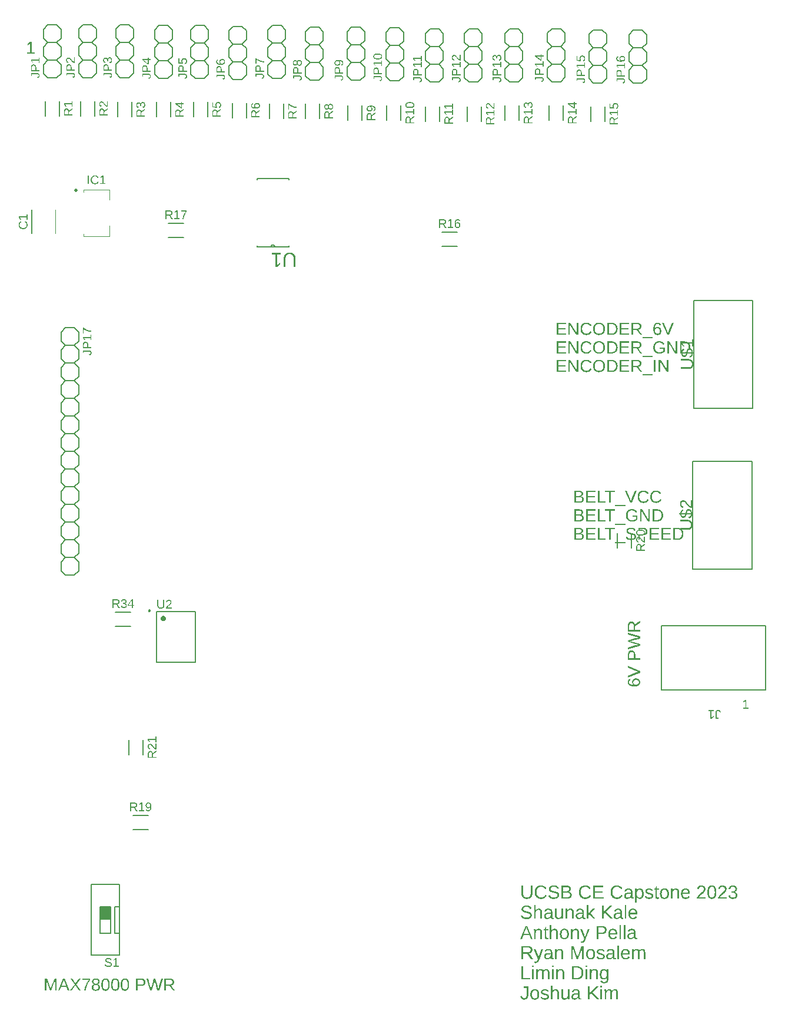
<source format=gbr>
G04 EAGLE Gerber RS-274X export*
G75*
%MOMM*%
%FSLAX34Y34*%
%LPD*%
%INSilkscreen Top*%
%IPPOS*%
%AMOC8*
5,1,8,0,0,1.08239X$1,22.5*%
G01*
G04 Define Apertures*
%ADD10C,0.127000*%
%ADD11C,0.120000*%
%ADD12C,0.500000*%
%ADD13C,0.152400*%
%ADD14R,1.524000X1.905000*%
%ADD15C,0.200000*%
G36*
X831308Y-390144D02*
X824288Y-390144D01*
X824288Y-371375D01*
X830495Y-371375D01*
X831083Y-371384D01*
X831654Y-371412D01*
X832207Y-371459D01*
X832744Y-371524D01*
X833263Y-371608D01*
X833766Y-371711D01*
X834251Y-371833D01*
X834720Y-371973D01*
X835171Y-372131D01*
X835606Y-372309D01*
X836023Y-372505D01*
X836424Y-372720D01*
X836807Y-372953D01*
X837174Y-373206D01*
X837523Y-373476D01*
X837855Y-373766D01*
X838169Y-374073D01*
X838463Y-374395D01*
X838736Y-374734D01*
X838989Y-375088D01*
X839222Y-375457D01*
X839434Y-375843D01*
X839626Y-376244D01*
X839798Y-376662D01*
X839950Y-377094D01*
X840082Y-377543D01*
X840193Y-378008D01*
X840284Y-378488D01*
X840355Y-378984D01*
X840406Y-379496D01*
X840436Y-380023D01*
X840446Y-380566D01*
X840429Y-381281D01*
X840375Y-381973D01*
X840287Y-382642D01*
X840163Y-383289D01*
X840004Y-383913D01*
X839809Y-384514D01*
X839579Y-385092D01*
X839314Y-385648D01*
X839016Y-386177D01*
X838689Y-386674D01*
X838332Y-387138D01*
X837945Y-387571D01*
X837529Y-387973D01*
X837083Y-388342D01*
X836608Y-388679D01*
X836104Y-388985D01*
X835574Y-389257D01*
X835025Y-389492D01*
X834455Y-389691D01*
X833866Y-389854D01*
X833256Y-389981D01*
X832627Y-390072D01*
X831977Y-390126D01*
X831308Y-390144D01*
G37*
%LPC*%
G36*
X831015Y-388106D02*
X831523Y-388092D01*
X832016Y-388049D01*
X832493Y-387979D01*
X832955Y-387879D01*
X833401Y-387752D01*
X833831Y-387596D01*
X834246Y-387412D01*
X834645Y-387200D01*
X835025Y-386961D01*
X835382Y-386697D01*
X835717Y-386408D01*
X836029Y-386094D01*
X836318Y-385756D01*
X836584Y-385392D01*
X836828Y-385003D01*
X837049Y-384589D01*
X837246Y-384153D01*
X837417Y-383698D01*
X837561Y-383224D01*
X837679Y-382731D01*
X837771Y-382218D01*
X837836Y-381687D01*
X837875Y-381136D01*
X837889Y-380566D01*
X837881Y-380137D01*
X837859Y-379720D01*
X837821Y-379316D01*
X837769Y-378925D01*
X837702Y-378547D01*
X837620Y-378182D01*
X837523Y-377830D01*
X837411Y-377491D01*
X837284Y-377165D01*
X837142Y-376852D01*
X836985Y-376551D01*
X836813Y-376264D01*
X836627Y-375990D01*
X836425Y-375728D01*
X836209Y-375480D01*
X835977Y-375245D01*
X835731Y-375023D01*
X835472Y-374815D01*
X835200Y-374622D01*
X834914Y-374443D01*
X834615Y-374279D01*
X834303Y-374128D01*
X833977Y-373992D01*
X833638Y-373871D01*
X833285Y-373764D01*
X832919Y-373671D01*
X832540Y-373592D01*
X832147Y-373527D01*
X831741Y-373477D01*
X831321Y-373442D01*
X830888Y-373420D01*
X830442Y-373413D01*
X826832Y-373413D01*
X826832Y-388106D01*
X831015Y-388106D01*
G37*
%LPD*%
G36*
X816751Y-274320D02*
X809132Y-274320D01*
X809132Y-255551D01*
X815952Y-255551D01*
X816752Y-255569D01*
X817501Y-255622D01*
X818197Y-255711D01*
X818843Y-255836D01*
X819436Y-255996D01*
X819978Y-256192D01*
X820469Y-256423D01*
X820907Y-256690D01*
X821295Y-256992D01*
X821630Y-257330D01*
X821914Y-257704D01*
X822146Y-258113D01*
X822243Y-258331D01*
X822327Y-258558D01*
X822398Y-258794D01*
X822456Y-259039D01*
X822501Y-259292D01*
X822533Y-259555D01*
X822553Y-259826D01*
X822559Y-260107D01*
X822545Y-260515D01*
X822501Y-260906D01*
X822428Y-261281D01*
X822326Y-261639D01*
X822195Y-261980D01*
X822035Y-262305D01*
X821845Y-262613D01*
X821627Y-262904D01*
X821382Y-263175D01*
X821230Y-263315D01*
X821112Y-263424D01*
X820819Y-263648D01*
X820501Y-263850D01*
X820159Y-264028D01*
X819793Y-264183D01*
X819403Y-264314D01*
X818989Y-264423D01*
X819533Y-264504D01*
X820044Y-264616D01*
X820523Y-264758D01*
X820971Y-264930D01*
X821386Y-265133D01*
X821769Y-265365D01*
X822120Y-265628D01*
X822267Y-265763D01*
X822439Y-265921D01*
X822723Y-266239D01*
X822970Y-266578D01*
X823178Y-266936D01*
X823348Y-267315D01*
X823481Y-267714D01*
X823576Y-268133D01*
X823633Y-268572D01*
X823651Y-269032D01*
X823644Y-269340D01*
X823623Y-269640D01*
X823587Y-269932D01*
X823537Y-270214D01*
X823473Y-270488D01*
X823395Y-270753D01*
X823302Y-271010D01*
X823195Y-271258D01*
X823074Y-271497D01*
X822939Y-271728D01*
X822789Y-271949D01*
X822625Y-272162D01*
X822254Y-272563D01*
X821827Y-272928D01*
X821348Y-273254D01*
X820825Y-273537D01*
X820257Y-273776D01*
X819645Y-273972D01*
X818989Y-274124D01*
X818287Y-274233D01*
X817542Y-274298D01*
X816751Y-274320D01*
G37*
%LPC*%
G36*
X816618Y-272282D02*
X817181Y-272268D01*
X817705Y-272228D01*
X818188Y-272160D01*
X818633Y-272065D01*
X819038Y-271944D01*
X819403Y-271795D01*
X819729Y-271619D01*
X820015Y-271416D01*
X820265Y-271186D01*
X820481Y-270930D01*
X820664Y-270647D01*
X820814Y-270337D01*
X820931Y-270001D01*
X821014Y-269638D01*
X821064Y-269248D01*
X821081Y-268832D01*
X821062Y-268430D01*
X821008Y-268054D01*
X820917Y-267705D01*
X820789Y-267381D01*
X820625Y-267083D01*
X820425Y-266811D01*
X820188Y-266564D01*
X819915Y-266344D01*
X819605Y-266150D01*
X819259Y-265981D01*
X818877Y-265839D01*
X818458Y-265722D01*
X818003Y-265632D01*
X817511Y-265567D01*
X816983Y-265528D01*
X816418Y-265515D01*
X811676Y-265515D01*
X811676Y-272282D01*
X816618Y-272282D01*
G37*
G36*
X815952Y-263530D02*
X816445Y-263518D01*
X816907Y-263482D01*
X817335Y-263422D01*
X817732Y-263339D01*
X818096Y-263231D01*
X818428Y-263099D01*
X818728Y-262944D01*
X818996Y-262764D01*
X819232Y-262560D01*
X819436Y-262330D01*
X819609Y-262074D01*
X819750Y-261793D01*
X819860Y-261487D01*
X819939Y-261154D01*
X819986Y-260796D01*
X820002Y-260413D01*
X819985Y-260047D01*
X819937Y-259708D01*
X819855Y-259396D01*
X819742Y-259111D01*
X819596Y-258853D01*
X819417Y-258622D01*
X819206Y-258418D01*
X818963Y-258242D01*
X818688Y-258089D01*
X818385Y-257956D01*
X818052Y-257844D01*
X817690Y-257752D01*
X817299Y-257681D01*
X816879Y-257630D01*
X816430Y-257599D01*
X815952Y-257589D01*
X811676Y-257589D01*
X811676Y-263530D01*
X815952Y-263530D01*
G37*
%LPD*%
G36*
X1025228Y-274586D02*
X1024830Y-274577D01*
X1024444Y-274548D01*
X1024071Y-274500D01*
X1023710Y-274432D01*
X1023362Y-274346D01*
X1023027Y-274240D01*
X1022704Y-274115D01*
X1022394Y-273970D01*
X1022096Y-273807D01*
X1021811Y-273624D01*
X1021539Y-273422D01*
X1021279Y-273200D01*
X1021032Y-272960D01*
X1020797Y-272700D01*
X1020575Y-272420D01*
X1020366Y-272122D01*
X1020169Y-271805D01*
X1019985Y-271471D01*
X1019814Y-271118D01*
X1019655Y-270748D01*
X1019509Y-270361D01*
X1019375Y-269955D01*
X1019255Y-269532D01*
X1019147Y-269092D01*
X1019052Y-268633D01*
X1018969Y-268157D01*
X1018899Y-267663D01*
X1018842Y-267152D01*
X1018798Y-266623D01*
X1018766Y-266076D01*
X1018747Y-265511D01*
X1018741Y-264929D01*
X1018747Y-264334D01*
X1018765Y-263758D01*
X1018796Y-263201D01*
X1018839Y-262663D01*
X1018895Y-262143D01*
X1018963Y-261643D01*
X1019043Y-261162D01*
X1019135Y-260699D01*
X1019240Y-260256D01*
X1019357Y-259831D01*
X1019487Y-259426D01*
X1019629Y-259039D01*
X1019783Y-258672D01*
X1019949Y-258323D01*
X1020128Y-257993D01*
X1020319Y-257682D01*
X1020524Y-257390D01*
X1020742Y-257117D01*
X1020976Y-256863D01*
X1021223Y-256627D01*
X1021485Y-256411D01*
X1021761Y-256213D01*
X1022051Y-256034D01*
X1022356Y-255874D01*
X1022675Y-255733D01*
X1023008Y-255610D01*
X1023355Y-255507D01*
X1023717Y-255422D01*
X1024093Y-255356D01*
X1024484Y-255309D01*
X1024889Y-255281D01*
X1025308Y-255271D01*
X1025716Y-255281D01*
X1026110Y-255309D01*
X1026491Y-255357D01*
X1026858Y-255423D01*
X1027211Y-255509D01*
X1027551Y-255614D01*
X1027877Y-255738D01*
X1028190Y-255881D01*
X1028489Y-256042D01*
X1028775Y-256223D01*
X1029047Y-256423D01*
X1029305Y-256642D01*
X1029550Y-256880D01*
X1029782Y-257137D01*
X1029999Y-257414D01*
X1030203Y-257709D01*
X1030394Y-258023D01*
X1030573Y-258355D01*
X1030740Y-258705D01*
X1030894Y-259074D01*
X1031036Y-259461D01*
X1031165Y-259867D01*
X1031282Y-260291D01*
X1031387Y-260733D01*
X1031480Y-261193D01*
X1031560Y-261672D01*
X1031628Y-262169D01*
X1031683Y-262684D01*
X1031726Y-263218D01*
X1031757Y-263770D01*
X1031776Y-264340D01*
X1031782Y-264929D01*
X1031775Y-265508D01*
X1031756Y-266070D01*
X1031724Y-266614D01*
X1031678Y-267141D01*
X1031620Y-267650D01*
X1031549Y-268143D01*
X1031464Y-268617D01*
X1031367Y-269075D01*
X1031257Y-269515D01*
X1031134Y-269938D01*
X1030998Y-270343D01*
X1030849Y-270731D01*
X1030687Y-271101D01*
X1030512Y-271455D01*
X1030324Y-271790D01*
X1030123Y-272109D01*
X1029910Y-272409D01*
X1029684Y-272689D01*
X1029446Y-272951D01*
X1029196Y-273193D01*
X1028933Y-273415D01*
X1028658Y-273619D01*
X1028370Y-273802D01*
X1028070Y-273967D01*
X1027758Y-274112D01*
X1027434Y-274238D01*
X1027097Y-274344D01*
X1026748Y-274432D01*
X1026386Y-274499D01*
X1026013Y-274548D01*
X1025626Y-274577D01*
X1025228Y-274586D01*
G37*
%LPC*%
G36*
X1025255Y-272628D02*
X1025515Y-272621D01*
X1025766Y-272599D01*
X1026009Y-272562D01*
X1026243Y-272510D01*
X1026468Y-272444D01*
X1026684Y-272362D01*
X1026891Y-272266D01*
X1027090Y-272155D01*
X1027279Y-272030D01*
X1027460Y-271889D01*
X1027632Y-271734D01*
X1027795Y-271564D01*
X1028094Y-271180D01*
X1028358Y-270737D01*
X1028589Y-270232D01*
X1028790Y-269664D01*
X1028959Y-269033D01*
X1029098Y-268339D01*
X1029206Y-267581D01*
X1029283Y-266760D01*
X1029329Y-265876D01*
X1029344Y-264929D01*
X1029329Y-263948D01*
X1029285Y-263037D01*
X1029212Y-262196D01*
X1029109Y-261425D01*
X1028977Y-260724D01*
X1028816Y-260093D01*
X1028625Y-259532D01*
X1028405Y-259041D01*
X1028151Y-258613D01*
X1027859Y-258243D01*
X1027699Y-258079D01*
X1027529Y-257929D01*
X1027350Y-257793D01*
X1027161Y-257672D01*
X1026963Y-257565D01*
X1026755Y-257473D01*
X1026538Y-257394D01*
X1026311Y-257330D01*
X1026074Y-257280D01*
X1025828Y-257244D01*
X1025573Y-257223D01*
X1025308Y-257216D01*
X1025036Y-257223D01*
X1024775Y-257244D01*
X1024522Y-257279D01*
X1024280Y-257328D01*
X1024047Y-257392D01*
X1023825Y-257469D01*
X1023611Y-257560D01*
X1023408Y-257666D01*
X1023214Y-257785D01*
X1023030Y-257918D01*
X1022856Y-258066D01*
X1022692Y-258228D01*
X1022392Y-258593D01*
X1022131Y-259014D01*
X1021904Y-259500D01*
X1021708Y-260058D01*
X1021542Y-260689D01*
X1021407Y-261392D01*
X1021301Y-262168D01*
X1021225Y-263016D01*
X1021180Y-263936D01*
X1021165Y-264929D01*
X1021180Y-265894D01*
X1021226Y-266793D01*
X1021303Y-267624D01*
X1021410Y-268389D01*
X1021548Y-269086D01*
X1021716Y-269717D01*
X1021915Y-270280D01*
X1022144Y-270777D01*
X1022407Y-271211D01*
X1022706Y-271587D01*
X1022869Y-271753D01*
X1023041Y-271905D01*
X1023221Y-272042D01*
X1023411Y-272165D01*
X1023610Y-272274D01*
X1023818Y-272368D01*
X1024035Y-272447D01*
X1024261Y-272513D01*
X1024496Y-272563D01*
X1024740Y-272599D01*
X1024993Y-272621D01*
X1025255Y-272628D01*
G37*
%LPD*%
G36*
X754082Y-361188D02*
X751538Y-361188D01*
X751538Y-342419D01*
X760370Y-342419D01*
X761140Y-342441D01*
X761865Y-342508D01*
X762544Y-342618D01*
X763179Y-342774D01*
X763768Y-342973D01*
X764312Y-343217D01*
X764811Y-343505D01*
X765265Y-343838D01*
X765669Y-344210D01*
X766020Y-344616D01*
X766316Y-345058D01*
X766444Y-345292D01*
X766559Y-345534D01*
X766660Y-345785D01*
X766748Y-346045D01*
X766822Y-346314D01*
X766882Y-346591D01*
X766930Y-346877D01*
X766963Y-347172D01*
X766983Y-347475D01*
X766990Y-347787D01*
X766971Y-348300D01*
X766914Y-348791D01*
X766819Y-349262D01*
X766685Y-349712D01*
X766514Y-350141D01*
X766305Y-350550D01*
X766057Y-350937D01*
X765771Y-351304D01*
X765452Y-351644D01*
X765104Y-351951D01*
X764727Y-352225D01*
X764558Y-352325D01*
X764321Y-352466D01*
X763886Y-352675D01*
X763422Y-352850D01*
X762929Y-352993D01*
X762408Y-353102D01*
X764676Y-356544D01*
X767736Y-361188D01*
X764806Y-361188D01*
X759930Y-353395D01*
X754082Y-353395D01*
X754082Y-361188D01*
G37*
%LPC*%
G36*
X760223Y-351384D02*
X760712Y-351369D01*
X761172Y-351325D01*
X761603Y-351252D01*
X762006Y-351149D01*
X762381Y-351017D01*
X762727Y-350856D01*
X763045Y-350665D01*
X763334Y-350445D01*
X763591Y-350198D01*
X763814Y-349928D01*
X764003Y-349635D01*
X764158Y-349317D01*
X764278Y-348977D01*
X764364Y-348613D01*
X764415Y-348225D01*
X764433Y-347814D01*
X764415Y-347416D01*
X764363Y-347043D01*
X764276Y-346695D01*
X764154Y-346370D01*
X763998Y-346070D01*
X763807Y-345794D01*
X763581Y-345543D01*
X763320Y-345316D01*
X763027Y-345115D01*
X762703Y-344940D01*
X762348Y-344793D01*
X761963Y-344672D01*
X761547Y-344578D01*
X761101Y-344511D01*
X760624Y-344470D01*
X760117Y-344457D01*
X754082Y-344457D01*
X754082Y-351384D01*
X760223Y-351384D01*
G37*
%LPD*%
G36*
X870287Y-395805D02*
X869713Y-395791D01*
X869168Y-395748D01*
X868654Y-395675D01*
X868169Y-395574D01*
X867715Y-395444D01*
X867290Y-395285D01*
X866896Y-395097D01*
X866531Y-394880D01*
X866197Y-394636D01*
X865894Y-394368D01*
X865622Y-394076D01*
X865382Y-393759D01*
X865173Y-393418D01*
X864995Y-393053D01*
X864848Y-392663D01*
X864733Y-392249D01*
X867144Y-391902D01*
X867213Y-392145D01*
X867300Y-392373D01*
X867405Y-392587D01*
X867528Y-392787D01*
X867670Y-392972D01*
X867829Y-393142D01*
X868007Y-393299D01*
X868203Y-393441D01*
X868415Y-393567D01*
X868644Y-393677D01*
X868889Y-393770D01*
X869150Y-393846D01*
X869427Y-393905D01*
X869720Y-393947D01*
X870029Y-393972D01*
X870354Y-393980D01*
X870788Y-393964D01*
X870810Y-393961D01*
X871194Y-393915D01*
X871572Y-393833D01*
X871922Y-393718D01*
X872244Y-393571D01*
X872538Y-393390D01*
X872804Y-393177D01*
X873041Y-392931D01*
X873251Y-392653D01*
X873433Y-392341D01*
X873587Y-391997D01*
X873713Y-391620D01*
X873811Y-391210D01*
X873881Y-390768D01*
X873923Y-390292D01*
X873937Y-389784D01*
X873937Y-387467D01*
X873911Y-387467D01*
X873733Y-387802D01*
X873539Y-388116D01*
X873330Y-388409D01*
X873105Y-388680D01*
X872864Y-388930D01*
X872607Y-389159D01*
X872334Y-389366D01*
X872065Y-389539D01*
X872046Y-389551D01*
X871743Y-389715D01*
X871428Y-389857D01*
X871100Y-389977D01*
X870760Y-390076D01*
X870408Y-390152D01*
X870043Y-390207D01*
X869665Y-390240D01*
X869275Y-390251D01*
X868949Y-390244D01*
X868634Y-390223D01*
X868330Y-390189D01*
X868037Y-390141D01*
X867755Y-390079D01*
X867484Y-390003D01*
X867224Y-389914D01*
X866975Y-389811D01*
X866737Y-389694D01*
X866510Y-389564D01*
X866294Y-389419D01*
X866089Y-389262D01*
X865895Y-389090D01*
X865712Y-388904D01*
X865540Y-388705D01*
X865379Y-388492D01*
X865228Y-388265D01*
X865087Y-388021D01*
X864834Y-387487D01*
X864620Y-386891D01*
X864444Y-386231D01*
X864308Y-385509D01*
X864211Y-384723D01*
X864153Y-383875D01*
X864133Y-382964D01*
X864154Y-382040D01*
X864217Y-381178D01*
X864321Y-380379D01*
X864468Y-379642D01*
X864656Y-378968D01*
X864766Y-378655D01*
X864886Y-378357D01*
X865017Y-378075D01*
X865158Y-377809D01*
X865310Y-377558D01*
X865472Y-377323D01*
X865645Y-377102D01*
X865828Y-376896D01*
X866023Y-376705D01*
X866228Y-376527D01*
X866445Y-376364D01*
X866672Y-376215D01*
X866910Y-376080D01*
X867159Y-375959D01*
X867418Y-375852D01*
X867689Y-375760D01*
X867971Y-375682D01*
X868263Y-375618D01*
X868566Y-375568D01*
X868880Y-375533D01*
X869205Y-375511D01*
X869541Y-375504D01*
X869918Y-375515D01*
X870282Y-375548D01*
X870633Y-375603D01*
X870972Y-375679D01*
X871298Y-375778D01*
X871611Y-375898D01*
X871911Y-376040D01*
X872199Y-376204D01*
X872472Y-376388D01*
X872730Y-376590D01*
X872971Y-376812D01*
X873196Y-377051D01*
X873406Y-377309D01*
X873599Y-377586D01*
X873776Y-377881D01*
X873937Y-378195D01*
X873964Y-378195D01*
X873977Y-377649D01*
X874017Y-376810D01*
X874071Y-376047D01*
X874097Y-375833D01*
X874124Y-375731D01*
X876402Y-375731D01*
X876367Y-376187D01*
X876342Y-376836D01*
X876327Y-377679D01*
X876322Y-378715D01*
X876322Y-389731D01*
X876316Y-390105D01*
X876298Y-390467D01*
X876269Y-390817D01*
X876227Y-391155D01*
X876174Y-391481D01*
X876110Y-391795D01*
X876033Y-392098D01*
X875945Y-392389D01*
X875844Y-392667D01*
X875732Y-392934D01*
X875609Y-393189D01*
X875473Y-393433D01*
X875326Y-393664D01*
X875167Y-393883D01*
X874996Y-394091D01*
X874813Y-394287D01*
X874619Y-394471D01*
X874412Y-394643D01*
X874194Y-394803D01*
X873965Y-394951D01*
X873723Y-395088D01*
X873470Y-395212D01*
X873204Y-395325D01*
X872927Y-395426D01*
X872639Y-395515D01*
X872338Y-395592D01*
X872026Y-395657D01*
X871702Y-395710D01*
X871366Y-395752D01*
X871018Y-395782D01*
X870659Y-395799D01*
X870287Y-395805D01*
G37*
%LPC*%
G36*
X870088Y-388479D02*
X870367Y-388469D01*
X870638Y-388437D01*
X870901Y-388385D01*
X871157Y-388312D01*
X871404Y-388219D01*
X871644Y-388104D01*
X871875Y-387969D01*
X872099Y-387813D01*
X872313Y-387637D01*
X872514Y-387444D01*
X872702Y-387232D01*
X872729Y-387197D01*
X872878Y-387002D01*
X873042Y-386754D01*
X873193Y-386488D01*
X873332Y-386204D01*
X873458Y-385901D01*
X873570Y-385583D01*
X873668Y-385249D01*
X873750Y-384901D01*
X873817Y-384538D01*
X873870Y-384160D01*
X873907Y-383767D01*
X873930Y-383360D01*
X873937Y-382937D01*
X873930Y-382505D01*
X873907Y-382089D01*
X873870Y-381687D01*
X873817Y-381301D01*
X873750Y-380929D01*
X873668Y-380573D01*
X873570Y-380233D01*
X873458Y-379907D01*
X873332Y-379598D01*
X873193Y-379308D01*
X873043Y-379037D01*
X872880Y-378785D01*
X872705Y-378551D01*
X872517Y-378336D01*
X872318Y-378140D01*
X872106Y-377962D01*
X871884Y-377804D01*
X871655Y-377668D01*
X871418Y-377552D01*
X871175Y-377458D01*
X870924Y-377384D01*
X870666Y-377331D01*
X870400Y-377300D01*
X870128Y-377289D01*
X869684Y-377310D01*
X869271Y-377373D01*
X868889Y-377477D01*
X868539Y-377622D01*
X868220Y-377810D01*
X867932Y-378039D01*
X867675Y-378309D01*
X867450Y-378621D01*
X867253Y-378980D01*
X867083Y-379391D01*
X866939Y-379853D01*
X866821Y-380366D01*
X866729Y-380932D01*
X866663Y-381549D01*
X866624Y-382217D01*
X866611Y-382937D01*
X866623Y-383651D01*
X866660Y-384312D01*
X866721Y-384921D01*
X866807Y-385478D01*
X866918Y-385984D01*
X867053Y-386437D01*
X867213Y-386838D01*
X867397Y-387187D01*
X867611Y-387490D01*
X867860Y-387752D01*
X868144Y-387974D01*
X868462Y-388156D01*
X868816Y-388297D01*
X869205Y-388398D01*
X869629Y-388459D01*
X870088Y-388479D01*
G37*
%LPD*%
G36*
X917255Y-279981D02*
X914857Y-279981D01*
X914857Y-262851D01*
X914852Y-261832D01*
X914837Y-261002D01*
X914812Y-260361D01*
X914777Y-259907D01*
X917095Y-259907D01*
X917135Y-260286D01*
X917195Y-261292D01*
X917228Y-262225D01*
X917281Y-262225D01*
X917448Y-261903D01*
X917627Y-261603D01*
X917819Y-261326D01*
X918024Y-261071D01*
X918242Y-260838D01*
X918473Y-260627D01*
X918717Y-260439D01*
X918973Y-260273D01*
X919247Y-260128D01*
X919541Y-260002D01*
X919856Y-259896D01*
X920192Y-259809D01*
X920549Y-259741D01*
X920926Y-259692D01*
X921325Y-259663D01*
X921744Y-259654D01*
X922072Y-259661D01*
X922389Y-259682D01*
X922696Y-259716D01*
X922992Y-259765D01*
X923278Y-259828D01*
X923553Y-259905D01*
X923818Y-259995D01*
X924072Y-260100D01*
X924315Y-260218D01*
X924549Y-260351D01*
X924771Y-260497D01*
X924983Y-260658D01*
X925185Y-260832D01*
X925376Y-261020D01*
X925557Y-261223D01*
X925727Y-261439D01*
X925887Y-261670D01*
X926036Y-261917D01*
X926175Y-262180D01*
X926304Y-262459D01*
X926422Y-262753D01*
X926531Y-263064D01*
X926716Y-263733D01*
X926860Y-264466D01*
X926963Y-265263D01*
X927025Y-266123D01*
X927046Y-267047D01*
X927025Y-267960D01*
X926963Y-268814D01*
X926859Y-269609D01*
X926714Y-270345D01*
X926528Y-271023D01*
X926300Y-271641D01*
X926171Y-271928D01*
X926031Y-272201D01*
X925881Y-272459D01*
X925720Y-272702D01*
X925549Y-272930D01*
X925368Y-273143D01*
X925177Y-273342D01*
X924975Y-273526D01*
X924762Y-273696D01*
X924540Y-273850D01*
X924307Y-273990D01*
X924063Y-274115D01*
X923810Y-274226D01*
X923546Y-274321D01*
X923271Y-274402D01*
X922987Y-274469D01*
X922691Y-274520D01*
X922386Y-274557D01*
X922070Y-274579D01*
X921744Y-274586D01*
X921336Y-274577D01*
X920946Y-274547D01*
X920572Y-274498D01*
X920215Y-274430D01*
X919876Y-274342D01*
X919553Y-274234D01*
X919248Y-274107D01*
X918960Y-273960D01*
X918689Y-273794D01*
X918435Y-273608D01*
X918197Y-273403D01*
X917977Y-273178D01*
X917775Y-272933D01*
X917589Y-272669D01*
X917420Y-272385D01*
X917268Y-272082D01*
X917202Y-272082D01*
X917225Y-272264D01*
X917241Y-272702D01*
X917255Y-274347D01*
X917255Y-279981D01*
G37*
%LPC*%
G36*
X921105Y-272815D02*
X921536Y-272794D01*
X921937Y-272733D01*
X922307Y-272630D01*
X922648Y-272487D01*
X922959Y-272302D01*
X923239Y-272077D01*
X923489Y-271810D01*
X923709Y-271503D01*
X923901Y-271147D01*
X924067Y-270735D01*
X924208Y-270268D01*
X924323Y-269746D01*
X924413Y-269168D01*
X924477Y-268534D01*
X924515Y-267845D01*
X924528Y-267100D01*
X924515Y-266374D01*
X924477Y-265702D01*
X924414Y-265084D01*
X924325Y-264519D01*
X924211Y-264008D01*
X924071Y-263551D01*
X923906Y-263147D01*
X923715Y-262797D01*
X923497Y-262495D01*
X923249Y-262232D01*
X922971Y-262010D01*
X922663Y-261828D01*
X922325Y-261687D01*
X921957Y-261586D01*
X921559Y-261525D01*
X921131Y-261505D01*
X920785Y-261515D01*
X920457Y-261543D01*
X920149Y-261590D01*
X919861Y-261655D01*
X919591Y-261739D01*
X919342Y-261842D01*
X919111Y-261964D01*
X918900Y-262105D01*
X918704Y-262265D01*
X918521Y-262447D01*
X918350Y-262649D01*
X918191Y-262872D01*
X918043Y-263117D01*
X917908Y-263382D01*
X917785Y-263669D01*
X917674Y-263976D01*
X917576Y-264306D01*
X917491Y-264660D01*
X917419Y-265038D01*
X917360Y-265440D01*
X917314Y-265866D01*
X917281Y-266315D01*
X917261Y-266789D01*
X917255Y-267287D01*
X917269Y-267973D01*
X917311Y-268612D01*
X917382Y-269205D01*
X917481Y-269751D01*
X917609Y-270250D01*
X917764Y-270703D01*
X917948Y-271110D01*
X918161Y-271469D01*
X918405Y-271785D01*
X918684Y-272058D01*
X918999Y-272289D01*
X919350Y-272478D01*
X919735Y-272626D01*
X920156Y-272731D01*
X920613Y-272794D01*
X921105Y-272815D01*
G37*
%LPD*%
G36*
X861738Y-332232D02*
X859194Y-332232D01*
X859194Y-313463D01*
X867093Y-313463D01*
X867860Y-313486D01*
X868583Y-313555D01*
X869261Y-313671D01*
X869894Y-313833D01*
X870483Y-314040D01*
X871027Y-314295D01*
X871527Y-314595D01*
X871982Y-314941D01*
X872388Y-315330D01*
X872740Y-315757D01*
X872895Y-315984D01*
X873038Y-316221D01*
X873166Y-316467D01*
X873281Y-316723D01*
X873383Y-316988D01*
X873470Y-317263D01*
X873545Y-317548D01*
X873606Y-317841D01*
X873653Y-318144D01*
X873687Y-318457D01*
X873707Y-318779D01*
X873714Y-319111D01*
X873707Y-319440D01*
X873687Y-319760D01*
X873653Y-320072D01*
X873605Y-320375D01*
X873544Y-320669D01*
X873470Y-320955D01*
X873381Y-321233D01*
X873279Y-321502D01*
X873164Y-321763D01*
X873035Y-322014D01*
X872736Y-322493D01*
X872383Y-322937D01*
X871976Y-323347D01*
X871522Y-323715D01*
X871029Y-324035D01*
X870497Y-324305D01*
X869926Y-324526D01*
X869626Y-324618D01*
X869316Y-324698D01*
X868997Y-324765D01*
X868667Y-324821D01*
X868328Y-324864D01*
X867980Y-324894D01*
X867621Y-324913D01*
X867253Y-324919D01*
X861738Y-324919D01*
X861738Y-332232D01*
G37*
%LPC*%
G36*
X866894Y-322907D02*
X867410Y-322893D01*
X867893Y-322848D01*
X868342Y-322775D01*
X868759Y-322672D01*
X869142Y-322539D01*
X869491Y-322377D01*
X869808Y-322186D01*
X870091Y-321965D01*
X870340Y-321715D01*
X870557Y-321435D01*
X870740Y-321126D01*
X870890Y-320787D01*
X871006Y-320419D01*
X871090Y-320021D01*
X871140Y-319594D01*
X871156Y-319138D01*
X871139Y-318697D01*
X871088Y-318285D01*
X871003Y-317902D01*
X870883Y-317547D01*
X870730Y-317220D01*
X870542Y-316922D01*
X870320Y-316652D01*
X870064Y-316410D01*
X869774Y-316197D01*
X869450Y-316012D01*
X869091Y-315856D01*
X868699Y-315728D01*
X868272Y-315629D01*
X867811Y-315558D01*
X867316Y-315515D01*
X866787Y-315501D01*
X861738Y-315501D01*
X861738Y-322907D01*
X866894Y-322907D01*
G37*
%LPD*%
G36*
X770451Y-419366D02*
X770063Y-419359D01*
X769686Y-419336D01*
X769322Y-419299D01*
X768969Y-419246D01*
X768629Y-419178D01*
X768301Y-419096D01*
X767985Y-418998D01*
X767681Y-418885D01*
X767389Y-418757D01*
X767109Y-418615D01*
X766841Y-418457D01*
X766585Y-418284D01*
X766341Y-418096D01*
X766110Y-417893D01*
X765890Y-417675D01*
X765682Y-417442D01*
X765487Y-417194D01*
X765305Y-416934D01*
X765135Y-416660D01*
X764977Y-416372D01*
X764832Y-416071D01*
X764700Y-415757D01*
X764581Y-415430D01*
X764474Y-415089D01*
X764379Y-414734D01*
X764297Y-414367D01*
X764228Y-413986D01*
X764171Y-413591D01*
X764127Y-413184D01*
X764096Y-412762D01*
X764077Y-412328D01*
X764071Y-411880D01*
X764077Y-411421D01*
X764096Y-410977D01*
X764127Y-410547D01*
X764172Y-410132D01*
X764228Y-409731D01*
X764298Y-409345D01*
X764380Y-408973D01*
X764474Y-408616D01*
X764582Y-408274D01*
X764702Y-407946D01*
X764834Y-407633D01*
X764979Y-407334D01*
X765137Y-407050D01*
X765307Y-406781D01*
X765490Y-406526D01*
X765686Y-406285D01*
X765894Y-406059D01*
X766115Y-405848D01*
X766348Y-405652D01*
X766594Y-405469D01*
X766853Y-405302D01*
X767124Y-405149D01*
X767408Y-405010D01*
X767705Y-404887D01*
X768014Y-404777D01*
X768336Y-404683D01*
X768670Y-404602D01*
X769017Y-404537D01*
X769377Y-404486D01*
X769749Y-404450D01*
X770134Y-404428D01*
X770531Y-404420D01*
X770937Y-404427D01*
X771330Y-404449D01*
X771709Y-404484D01*
X772074Y-404534D01*
X772426Y-404598D01*
X772764Y-404676D01*
X773088Y-404768D01*
X773399Y-404875D01*
X773696Y-404996D01*
X773979Y-405131D01*
X774249Y-405280D01*
X774505Y-405443D01*
X774748Y-405621D01*
X774976Y-405813D01*
X775192Y-406018D01*
X775393Y-406239D01*
X775582Y-406474D01*
X775759Y-406725D01*
X775923Y-406991D01*
X776075Y-407273D01*
X776215Y-407571D01*
X776343Y-407884D01*
X776459Y-408213D01*
X776562Y-408558D01*
X776654Y-408919D01*
X776733Y-409295D01*
X776800Y-409686D01*
X776855Y-410094D01*
X776897Y-410517D01*
X776928Y-410956D01*
X776946Y-411410D01*
X776952Y-411880D01*
X776945Y-412345D01*
X776926Y-412796D01*
X776893Y-413231D01*
X776848Y-413651D01*
X776789Y-414056D01*
X776718Y-414446D01*
X776633Y-414821D01*
X776536Y-415180D01*
X776425Y-415525D01*
X776301Y-415855D01*
X776165Y-416169D01*
X776015Y-416468D01*
X775853Y-416753D01*
X775677Y-417022D01*
X775488Y-417276D01*
X775287Y-417515D01*
X775073Y-417739D01*
X774847Y-417949D01*
X774609Y-418144D01*
X774360Y-418325D01*
X774099Y-418491D01*
X773826Y-418643D01*
X773542Y-418781D01*
X773245Y-418904D01*
X772937Y-419012D01*
X772617Y-419106D01*
X772286Y-419186D01*
X771942Y-419251D01*
X771587Y-419301D01*
X771220Y-419337D01*
X770842Y-419359D01*
X770451Y-419366D01*
G37*
%LPC*%
G36*
X770425Y-417595D02*
X770945Y-417573D01*
X771427Y-417508D01*
X771870Y-417400D01*
X772275Y-417248D01*
X772641Y-417054D01*
X772969Y-416815D01*
X773258Y-416534D01*
X773508Y-416209D01*
X773725Y-415839D01*
X773914Y-415419D01*
X774073Y-414951D01*
X774203Y-414434D01*
X774304Y-413869D01*
X774376Y-413255D01*
X774420Y-412592D01*
X774434Y-411880D01*
X774420Y-411160D01*
X774379Y-410490D01*
X774310Y-409872D01*
X774213Y-409304D01*
X774088Y-408788D01*
X773936Y-408322D01*
X773756Y-407908D01*
X773548Y-407544D01*
X773308Y-407227D01*
X773030Y-406953D01*
X772715Y-406720D01*
X772361Y-406530D01*
X771970Y-406382D01*
X771542Y-406277D01*
X771075Y-406213D01*
X770571Y-406192D01*
X770063Y-406214D01*
X769592Y-406278D01*
X769157Y-406386D01*
X768758Y-406537D01*
X768396Y-406731D01*
X768070Y-406968D01*
X767780Y-407248D01*
X767527Y-407571D01*
X767307Y-407940D01*
X767117Y-408357D01*
X766955Y-408823D01*
X766823Y-409337D01*
X766720Y-409900D01*
X766647Y-410512D01*
X766603Y-411172D01*
X766588Y-411880D01*
X766603Y-412571D01*
X766646Y-413217D01*
X766718Y-413819D01*
X766820Y-414376D01*
X766950Y-414889D01*
X767109Y-415358D01*
X767297Y-415783D01*
X767514Y-416163D01*
X767762Y-416498D01*
X768043Y-416789D01*
X768357Y-417035D01*
X768705Y-417237D01*
X769085Y-417393D01*
X769498Y-417505D01*
X769945Y-417572D01*
X770425Y-417595D01*
G37*
%LPD*%
G36*
X812920Y-332498D02*
X812531Y-332491D01*
X812155Y-332468D01*
X811790Y-332431D01*
X811438Y-332378D01*
X811098Y-332310D01*
X810770Y-332228D01*
X810453Y-332130D01*
X810149Y-332017D01*
X809857Y-331889D01*
X809577Y-331747D01*
X809309Y-331589D01*
X809054Y-331416D01*
X808810Y-331228D01*
X808578Y-331025D01*
X808359Y-330807D01*
X808151Y-330574D01*
X807956Y-330326D01*
X807773Y-330066D01*
X807603Y-329792D01*
X807446Y-329504D01*
X807301Y-329203D01*
X807169Y-328889D01*
X807049Y-328562D01*
X806942Y-328221D01*
X806848Y-327866D01*
X806766Y-327499D01*
X806697Y-327118D01*
X806640Y-326723D01*
X806596Y-326316D01*
X806565Y-325894D01*
X806546Y-325460D01*
X806539Y-325012D01*
X806546Y-324553D01*
X806565Y-324109D01*
X806596Y-323679D01*
X806640Y-323264D01*
X806697Y-322863D01*
X806766Y-322477D01*
X806849Y-322105D01*
X806943Y-321748D01*
X807050Y-321406D01*
X807170Y-321078D01*
X807303Y-320765D01*
X807448Y-320466D01*
X807606Y-320182D01*
X807776Y-319913D01*
X807959Y-319658D01*
X808155Y-319417D01*
X808363Y-319191D01*
X808584Y-318980D01*
X808817Y-318784D01*
X809063Y-318601D01*
X809322Y-318434D01*
X809593Y-318281D01*
X809877Y-318142D01*
X810173Y-318019D01*
X810483Y-317909D01*
X810804Y-317815D01*
X811139Y-317734D01*
X811486Y-317669D01*
X811845Y-317618D01*
X812218Y-317582D01*
X812603Y-317560D01*
X813000Y-317552D01*
X813406Y-317559D01*
X813799Y-317581D01*
X814177Y-317616D01*
X814543Y-317666D01*
X814894Y-317730D01*
X815232Y-317808D01*
X815557Y-317900D01*
X815867Y-318007D01*
X816164Y-318128D01*
X816448Y-318263D01*
X816718Y-318412D01*
X816974Y-318575D01*
X817216Y-318753D01*
X817445Y-318945D01*
X817660Y-319150D01*
X817862Y-319371D01*
X818051Y-319606D01*
X818227Y-319857D01*
X818392Y-320123D01*
X818544Y-320405D01*
X818684Y-320703D01*
X818812Y-321016D01*
X818928Y-321345D01*
X819031Y-321690D01*
X819122Y-322051D01*
X819202Y-322427D01*
X819268Y-322818D01*
X819323Y-323226D01*
X819366Y-323649D01*
X819396Y-324088D01*
X819415Y-324542D01*
X819421Y-325012D01*
X819414Y-325477D01*
X819395Y-325928D01*
X819362Y-326363D01*
X819317Y-326783D01*
X819258Y-327188D01*
X819187Y-327578D01*
X819102Y-327953D01*
X819004Y-328312D01*
X818894Y-328657D01*
X818770Y-328987D01*
X818634Y-329301D01*
X818484Y-329600D01*
X818321Y-329885D01*
X818146Y-330154D01*
X817957Y-330408D01*
X817756Y-330647D01*
X817542Y-330871D01*
X817316Y-331081D01*
X817078Y-331276D01*
X816829Y-331457D01*
X816568Y-331623D01*
X816295Y-331775D01*
X816010Y-331913D01*
X815714Y-332036D01*
X815406Y-332144D01*
X815086Y-332238D01*
X814755Y-332318D01*
X814411Y-332383D01*
X814056Y-332433D01*
X813689Y-332469D01*
X813310Y-332491D01*
X812920Y-332498D01*
G37*
%LPC*%
G36*
X812893Y-330727D02*
X813414Y-330705D01*
X813895Y-330640D01*
X814339Y-330532D01*
X814743Y-330380D01*
X815110Y-330186D01*
X815437Y-329947D01*
X815727Y-329666D01*
X815977Y-329341D01*
X816194Y-328971D01*
X816382Y-328551D01*
X816541Y-328083D01*
X816672Y-327566D01*
X816773Y-327001D01*
X816845Y-326387D01*
X816889Y-325724D01*
X816903Y-325012D01*
X816889Y-324292D01*
X816848Y-323622D01*
X816778Y-323004D01*
X816682Y-322436D01*
X816557Y-321920D01*
X816405Y-321454D01*
X816225Y-321040D01*
X816017Y-320676D01*
X815777Y-320359D01*
X815499Y-320085D01*
X815183Y-319852D01*
X814830Y-319662D01*
X814439Y-319514D01*
X814010Y-319409D01*
X813544Y-319345D01*
X813040Y-319324D01*
X812532Y-319346D01*
X812060Y-319410D01*
X811625Y-319518D01*
X811227Y-319669D01*
X810864Y-319863D01*
X810539Y-320100D01*
X810249Y-320380D01*
X809996Y-320703D01*
X809776Y-321072D01*
X809585Y-321489D01*
X809424Y-321955D01*
X809292Y-322469D01*
X809189Y-323032D01*
X809116Y-323644D01*
X809072Y-324304D01*
X809057Y-325012D01*
X809071Y-325703D01*
X809115Y-326349D01*
X809187Y-326951D01*
X809288Y-327508D01*
X809419Y-328021D01*
X809578Y-328490D01*
X809766Y-328915D01*
X809983Y-329295D01*
X810231Y-329630D01*
X810512Y-329921D01*
X810826Y-330167D01*
X811173Y-330369D01*
X811554Y-330525D01*
X811967Y-330637D01*
X812414Y-330704D01*
X812893Y-330727D01*
G37*
%LPD*%
G36*
X850795Y-361454D02*
X850406Y-361447D01*
X850030Y-361424D01*
X849665Y-361387D01*
X849313Y-361334D01*
X848973Y-361266D01*
X848645Y-361184D01*
X848328Y-361086D01*
X848024Y-360973D01*
X847732Y-360845D01*
X847452Y-360703D01*
X847184Y-360545D01*
X846929Y-360372D01*
X846685Y-360184D01*
X846453Y-359981D01*
X846234Y-359763D01*
X846026Y-359530D01*
X845831Y-359282D01*
X845648Y-359022D01*
X845478Y-358748D01*
X845321Y-358460D01*
X845176Y-358159D01*
X845044Y-357845D01*
X844924Y-357518D01*
X844817Y-357177D01*
X844723Y-356822D01*
X844641Y-356455D01*
X844572Y-356074D01*
X844515Y-355679D01*
X844471Y-355272D01*
X844440Y-354850D01*
X844421Y-354416D01*
X844414Y-353968D01*
X844421Y-353509D01*
X844440Y-353065D01*
X844471Y-352635D01*
X844515Y-352220D01*
X844572Y-351819D01*
X844641Y-351433D01*
X844724Y-351061D01*
X844818Y-350704D01*
X844925Y-350362D01*
X845045Y-350034D01*
X845178Y-349721D01*
X845323Y-349422D01*
X845481Y-349138D01*
X845651Y-348869D01*
X845834Y-348614D01*
X846030Y-348373D01*
X846238Y-348147D01*
X846459Y-347936D01*
X846692Y-347740D01*
X846938Y-347557D01*
X847197Y-347390D01*
X847468Y-347237D01*
X847752Y-347098D01*
X848048Y-346975D01*
X848358Y-346865D01*
X848679Y-346771D01*
X849014Y-346690D01*
X849361Y-346625D01*
X849720Y-346574D01*
X850093Y-346538D01*
X850478Y-346516D01*
X850875Y-346508D01*
X851281Y-346515D01*
X851674Y-346537D01*
X852052Y-346572D01*
X852418Y-346622D01*
X852769Y-346686D01*
X853107Y-346764D01*
X853432Y-346856D01*
X853742Y-346963D01*
X854039Y-347084D01*
X854323Y-347219D01*
X854593Y-347368D01*
X854849Y-347531D01*
X855091Y-347709D01*
X855320Y-347901D01*
X855535Y-348106D01*
X855737Y-348327D01*
X855926Y-348562D01*
X856102Y-348813D01*
X856267Y-349079D01*
X856419Y-349361D01*
X856559Y-349659D01*
X856687Y-349972D01*
X856803Y-350301D01*
X856906Y-350646D01*
X856997Y-351007D01*
X857077Y-351383D01*
X857143Y-351774D01*
X857198Y-352182D01*
X857241Y-352605D01*
X857271Y-353044D01*
X857290Y-353498D01*
X857296Y-353968D01*
X857289Y-354433D01*
X857270Y-354884D01*
X857237Y-355319D01*
X857192Y-355739D01*
X857133Y-356144D01*
X857062Y-356534D01*
X856977Y-356909D01*
X856879Y-357268D01*
X856769Y-357613D01*
X856645Y-357943D01*
X856509Y-358257D01*
X856359Y-358556D01*
X856196Y-358841D01*
X856021Y-359110D01*
X855832Y-359364D01*
X855631Y-359603D01*
X855417Y-359827D01*
X855191Y-360037D01*
X854953Y-360232D01*
X854704Y-360413D01*
X854443Y-360579D01*
X854170Y-360731D01*
X853885Y-360869D01*
X853589Y-360992D01*
X853281Y-361100D01*
X852961Y-361194D01*
X852630Y-361274D01*
X852286Y-361339D01*
X851931Y-361389D01*
X851564Y-361425D01*
X851185Y-361447D01*
X850795Y-361454D01*
G37*
%LPC*%
G36*
X850768Y-359683D02*
X851289Y-359661D01*
X851770Y-359596D01*
X852214Y-359488D01*
X852618Y-359336D01*
X852985Y-359142D01*
X853312Y-358903D01*
X853602Y-358622D01*
X853852Y-358297D01*
X854069Y-357927D01*
X854257Y-357507D01*
X854416Y-357039D01*
X854547Y-356522D01*
X854648Y-355957D01*
X854720Y-355343D01*
X854764Y-354680D01*
X854778Y-353968D01*
X854764Y-353248D01*
X854723Y-352578D01*
X854653Y-351960D01*
X854557Y-351392D01*
X854432Y-350876D01*
X854280Y-350410D01*
X854100Y-349996D01*
X853892Y-349632D01*
X853652Y-349315D01*
X853374Y-349041D01*
X853058Y-348808D01*
X852705Y-348618D01*
X852314Y-348470D01*
X851885Y-348365D01*
X851419Y-348301D01*
X850915Y-348280D01*
X850407Y-348302D01*
X849935Y-348366D01*
X849500Y-348474D01*
X849102Y-348625D01*
X848739Y-348819D01*
X848414Y-349056D01*
X848124Y-349336D01*
X847871Y-349659D01*
X847651Y-350028D01*
X847460Y-350445D01*
X847299Y-350911D01*
X847167Y-351425D01*
X847064Y-351988D01*
X846991Y-352600D01*
X846947Y-353260D01*
X846932Y-353968D01*
X846946Y-354659D01*
X846990Y-355305D01*
X847062Y-355907D01*
X847163Y-356464D01*
X847294Y-356977D01*
X847453Y-357446D01*
X847641Y-357871D01*
X847858Y-358251D01*
X848106Y-358586D01*
X848387Y-358877D01*
X848701Y-359123D01*
X849048Y-359325D01*
X849429Y-359481D01*
X849842Y-359593D01*
X850289Y-359660D01*
X850768Y-359683D01*
G37*
%LPD*%
G36*
X956920Y-274586D02*
X956531Y-274579D01*
X956155Y-274556D01*
X955790Y-274519D01*
X955438Y-274466D01*
X955098Y-274398D01*
X954770Y-274316D01*
X954453Y-274218D01*
X954149Y-274105D01*
X953857Y-273977D01*
X953577Y-273835D01*
X953309Y-273677D01*
X953054Y-273504D01*
X952810Y-273316D01*
X952578Y-273113D01*
X952359Y-272895D01*
X952151Y-272662D01*
X951956Y-272414D01*
X951773Y-272154D01*
X951603Y-271880D01*
X951446Y-271592D01*
X951301Y-271291D01*
X951169Y-270977D01*
X951049Y-270650D01*
X950942Y-270309D01*
X950848Y-269954D01*
X950766Y-269587D01*
X950697Y-269206D01*
X950640Y-268811D01*
X950596Y-268404D01*
X950565Y-267982D01*
X950546Y-267548D01*
X950539Y-267100D01*
X950546Y-266641D01*
X950565Y-266197D01*
X950596Y-265767D01*
X950640Y-265352D01*
X950697Y-264951D01*
X950766Y-264565D01*
X950849Y-264193D01*
X950943Y-263836D01*
X951050Y-263494D01*
X951170Y-263166D01*
X951303Y-262853D01*
X951448Y-262554D01*
X951606Y-262270D01*
X951776Y-262001D01*
X951959Y-261746D01*
X952155Y-261505D01*
X952363Y-261279D01*
X952584Y-261068D01*
X952817Y-260872D01*
X953063Y-260689D01*
X953322Y-260522D01*
X953593Y-260369D01*
X953877Y-260230D01*
X954173Y-260107D01*
X954483Y-259997D01*
X954804Y-259903D01*
X955139Y-259822D01*
X955486Y-259757D01*
X955845Y-259706D01*
X956218Y-259670D01*
X956603Y-259648D01*
X957000Y-259640D01*
X957406Y-259647D01*
X957799Y-259669D01*
X958177Y-259704D01*
X958543Y-259754D01*
X958894Y-259818D01*
X959232Y-259896D01*
X959557Y-259988D01*
X959867Y-260095D01*
X960164Y-260216D01*
X960448Y-260351D01*
X960718Y-260500D01*
X960974Y-260663D01*
X961216Y-260841D01*
X961445Y-261033D01*
X961660Y-261238D01*
X961862Y-261459D01*
X962051Y-261694D01*
X962227Y-261945D01*
X962392Y-262211D01*
X962544Y-262493D01*
X962684Y-262791D01*
X962812Y-263104D01*
X962928Y-263433D01*
X963031Y-263778D01*
X963122Y-264139D01*
X963202Y-264515D01*
X963268Y-264906D01*
X963323Y-265314D01*
X963366Y-265737D01*
X963396Y-266176D01*
X963415Y-266630D01*
X963421Y-267100D01*
X963414Y-267565D01*
X963395Y-268016D01*
X963362Y-268451D01*
X963317Y-268871D01*
X963258Y-269276D01*
X963187Y-269666D01*
X963102Y-270041D01*
X963004Y-270400D01*
X962894Y-270745D01*
X962770Y-271075D01*
X962634Y-271389D01*
X962484Y-271688D01*
X962321Y-271973D01*
X962146Y-272242D01*
X961957Y-272496D01*
X961756Y-272735D01*
X961542Y-272959D01*
X961316Y-273169D01*
X961078Y-273364D01*
X960829Y-273545D01*
X960568Y-273711D01*
X960295Y-273863D01*
X960010Y-274001D01*
X959714Y-274124D01*
X959406Y-274232D01*
X959086Y-274326D01*
X958755Y-274406D01*
X958411Y-274471D01*
X958056Y-274521D01*
X957689Y-274557D01*
X957310Y-274579D01*
X956920Y-274586D01*
G37*
%LPC*%
G36*
X956893Y-272815D02*
X957414Y-272793D01*
X957895Y-272728D01*
X958339Y-272620D01*
X958743Y-272468D01*
X959110Y-272274D01*
X959437Y-272035D01*
X959727Y-271754D01*
X959977Y-271429D01*
X960194Y-271059D01*
X960382Y-270639D01*
X960541Y-270171D01*
X960672Y-269654D01*
X960773Y-269089D01*
X960845Y-268475D01*
X960889Y-267812D01*
X960903Y-267100D01*
X960889Y-266380D01*
X960848Y-265710D01*
X960778Y-265092D01*
X960682Y-264524D01*
X960557Y-264008D01*
X960405Y-263542D01*
X960225Y-263128D01*
X960017Y-262764D01*
X959777Y-262447D01*
X959499Y-262173D01*
X959183Y-261940D01*
X958830Y-261750D01*
X958439Y-261602D01*
X958010Y-261497D01*
X957544Y-261433D01*
X957040Y-261412D01*
X956532Y-261434D01*
X956060Y-261498D01*
X955625Y-261606D01*
X955227Y-261757D01*
X954864Y-261951D01*
X954539Y-262188D01*
X954249Y-262468D01*
X953996Y-262791D01*
X953776Y-263160D01*
X953585Y-263577D01*
X953424Y-264043D01*
X953292Y-264557D01*
X953189Y-265120D01*
X953116Y-265732D01*
X953072Y-266392D01*
X953057Y-267100D01*
X953071Y-267791D01*
X953115Y-268437D01*
X953187Y-269039D01*
X953288Y-269596D01*
X953419Y-270109D01*
X953578Y-270578D01*
X953766Y-271003D01*
X953983Y-271383D01*
X954231Y-271718D01*
X954512Y-272009D01*
X954826Y-272255D01*
X955173Y-272457D01*
X955554Y-272613D01*
X955967Y-272725D01*
X956414Y-272792D01*
X956893Y-272815D01*
G37*
%LPD*%
G36*
X825052Y-361188D02*
X822788Y-361188D01*
X822788Y-342419D01*
X826131Y-342419D01*
X831127Y-355433D01*
X831388Y-356248D01*
X831640Y-357118D01*
X831844Y-357893D01*
X831966Y-358417D01*
X832131Y-357746D01*
X832412Y-356799D01*
X832697Y-355915D01*
X832872Y-355433D01*
X837774Y-342419D01*
X841038Y-342419D01*
X841038Y-361188D01*
X838746Y-361188D01*
X838746Y-348666D01*
X838754Y-347637D01*
X838776Y-346628D01*
X838814Y-345639D01*
X838866Y-344670D01*
X838548Y-345797D01*
X838247Y-346795D01*
X837962Y-347662D01*
X837694Y-348400D01*
X832845Y-361188D01*
X831060Y-361188D01*
X826145Y-348400D01*
X825399Y-346135D01*
X824959Y-344670D01*
X824999Y-346149D01*
X825052Y-348666D01*
X825052Y-361188D01*
G37*
G36*
X751991Y-332232D02*
X749353Y-332232D01*
X757013Y-313463D01*
X759903Y-313463D01*
X767443Y-332232D01*
X764846Y-332232D01*
X762701Y-326744D01*
X754149Y-326744D01*
X751991Y-332232D01*
G37*
%LPC*%
G36*
X761942Y-324759D02*
X759530Y-318565D01*
X759157Y-317586D01*
X758784Y-316487D01*
X758425Y-315381D01*
X758305Y-315754D01*
X757892Y-317016D01*
X757319Y-318591D01*
X754921Y-324759D01*
X761942Y-324759D01*
G37*
%LPD*%
G36*
X788127Y-361454D02*
X787601Y-361437D01*
X787109Y-361383D01*
X786651Y-361293D01*
X786226Y-361168D01*
X785835Y-361007D01*
X785477Y-360810D01*
X785154Y-360577D01*
X784864Y-360309D01*
X784608Y-360009D01*
X784386Y-359683D01*
X784198Y-359330D01*
X784044Y-358950D01*
X783925Y-358544D01*
X783840Y-358111D01*
X783788Y-357651D01*
X783771Y-357165D01*
X783794Y-356622D01*
X783863Y-356111D01*
X783978Y-355633D01*
X784139Y-355187D01*
X784346Y-354774D01*
X784599Y-354393D01*
X784898Y-354044D01*
X785243Y-353728D01*
X785640Y-353446D01*
X786092Y-353199D01*
X786601Y-352987D01*
X787167Y-352809D01*
X787788Y-352667D01*
X788467Y-352559D01*
X789201Y-352487D01*
X789992Y-352450D01*
X793229Y-352396D01*
X793229Y-351610D01*
X793218Y-351186D01*
X793183Y-350794D01*
X793124Y-350432D01*
X793043Y-350102D01*
X792938Y-349803D01*
X792810Y-349535D01*
X792658Y-349298D01*
X792483Y-349093D01*
X792283Y-348915D01*
X792057Y-348760D01*
X791804Y-348630D01*
X791524Y-348523D01*
X791218Y-348440D01*
X790885Y-348381D01*
X790525Y-348345D01*
X790139Y-348333D01*
X789750Y-348342D01*
X789388Y-348367D01*
X789054Y-348410D01*
X788747Y-348470D01*
X788467Y-348547D01*
X788216Y-348641D01*
X787991Y-348751D01*
X787794Y-348879D01*
X787620Y-349026D01*
X787465Y-349193D01*
X787327Y-349381D01*
X787208Y-349589D01*
X787107Y-349817D01*
X787025Y-350066D01*
X786961Y-350335D01*
X786915Y-350625D01*
X784411Y-350398D01*
X784505Y-349927D01*
X784635Y-349486D01*
X784801Y-349076D01*
X785002Y-348696D01*
X785239Y-348347D01*
X785511Y-348028D01*
X785819Y-347739D01*
X786163Y-347481D01*
X786542Y-347253D01*
X786956Y-347055D01*
X787407Y-346888D01*
X787893Y-346751D01*
X788414Y-346645D01*
X788971Y-346569D01*
X789564Y-346524D01*
X790192Y-346508D01*
X790850Y-346528D01*
X791467Y-346586D01*
X792041Y-346684D01*
X792573Y-346820D01*
X793063Y-346995D01*
X793512Y-347209D01*
X793918Y-347462D01*
X794282Y-347754D01*
X794603Y-348083D01*
X794882Y-348446D01*
X795118Y-348844D01*
X795311Y-349277D01*
X795461Y-349745D01*
X795568Y-350248D01*
X795632Y-350785D01*
X795654Y-351357D01*
X795654Y-357565D01*
X795671Y-358065D01*
X795724Y-358499D01*
X795811Y-358867D01*
X795933Y-359170D01*
X796011Y-359296D01*
X796105Y-359406D01*
X796214Y-359499D01*
X796340Y-359575D01*
X796481Y-359634D01*
X796638Y-359676D01*
X796811Y-359701D01*
X796999Y-359709D01*
X797369Y-359686D01*
X797785Y-359616D01*
X797785Y-361108D01*
X797330Y-361201D01*
X796869Y-361268D01*
X796404Y-361308D01*
X795933Y-361321D01*
X795612Y-361310D01*
X795313Y-361277D01*
X795036Y-361223D01*
X794783Y-361146D01*
X794552Y-361048D01*
X794344Y-360928D01*
X794158Y-360786D01*
X793995Y-360622D01*
X793852Y-360435D01*
X793725Y-360223D01*
X793615Y-359986D01*
X793521Y-359724D01*
X793443Y-359438D01*
X793382Y-359127D01*
X793337Y-358791D01*
X793309Y-358431D01*
X793229Y-358431D01*
X792995Y-358828D01*
X792751Y-359196D01*
X792498Y-359534D01*
X792235Y-359841D01*
X791963Y-360118D01*
X791682Y-360365D01*
X791391Y-360582D01*
X791091Y-360768D01*
X790778Y-360929D01*
X790449Y-361069D01*
X790103Y-361186D01*
X789741Y-361283D01*
X789362Y-361358D01*
X788967Y-361412D01*
X788555Y-361444D01*
X788127Y-361454D01*
G37*
%LPC*%
G36*
X788674Y-359656D02*
X788999Y-359647D01*
X789315Y-359619D01*
X789621Y-359572D01*
X789919Y-359506D01*
X790208Y-359422D01*
X790487Y-359319D01*
X790757Y-359197D01*
X791018Y-359057D01*
X791268Y-358900D01*
X791504Y-358729D01*
X791726Y-358544D01*
X791935Y-358346D01*
X792131Y-358133D01*
X792313Y-357907D01*
X792482Y-357666D01*
X792636Y-357412D01*
X792775Y-357149D01*
X792896Y-356885D01*
X792998Y-356619D01*
X793081Y-356351D01*
X793146Y-356081D01*
X793192Y-355809D01*
X793220Y-355536D01*
X793229Y-355260D01*
X793229Y-354075D01*
X790605Y-354128D01*
X789810Y-354160D01*
X789118Y-354228D01*
X788528Y-354333D01*
X788272Y-354399D01*
X788041Y-354474D01*
X787630Y-354656D01*
X787270Y-354881D01*
X786961Y-355149D01*
X786825Y-355299D01*
X786702Y-355460D01*
X786593Y-355633D01*
X786498Y-355819D01*
X786418Y-356018D01*
X786352Y-356229D01*
X786301Y-356454D01*
X786265Y-356691D01*
X786243Y-356942D01*
X786236Y-357205D01*
X786246Y-357490D01*
X786275Y-357758D01*
X786325Y-358009D01*
X786394Y-358244D01*
X786483Y-358462D01*
X786592Y-358664D01*
X786720Y-358849D01*
X786869Y-359017D01*
X787035Y-359167D01*
X787219Y-359296D01*
X787419Y-359406D01*
X787636Y-359496D01*
X787870Y-359566D01*
X788121Y-359616D01*
X788389Y-359646D01*
X788674Y-359656D01*
G37*
%LPD*%
G36*
X788159Y-303542D02*
X787633Y-303525D01*
X787140Y-303471D01*
X786682Y-303381D01*
X786257Y-303256D01*
X785866Y-303095D01*
X785509Y-302898D01*
X785185Y-302665D01*
X784895Y-302397D01*
X784639Y-302097D01*
X784417Y-301771D01*
X784229Y-301418D01*
X784076Y-301038D01*
X783956Y-300632D01*
X783871Y-300199D01*
X783820Y-299739D01*
X783803Y-299253D01*
X783826Y-298710D01*
X783895Y-298199D01*
X784010Y-297721D01*
X784171Y-297275D01*
X784378Y-296862D01*
X784631Y-296481D01*
X784930Y-296132D01*
X785275Y-295816D01*
X785671Y-295534D01*
X786123Y-295287D01*
X786632Y-295075D01*
X787198Y-294897D01*
X787820Y-294755D01*
X788498Y-294647D01*
X789233Y-294575D01*
X790024Y-294538D01*
X793261Y-294484D01*
X793261Y-293698D01*
X793249Y-293274D01*
X793214Y-292882D01*
X793156Y-292520D01*
X793074Y-292190D01*
X792969Y-291891D01*
X792841Y-291623D01*
X792689Y-291386D01*
X792515Y-291181D01*
X792315Y-291003D01*
X792088Y-290848D01*
X791835Y-290718D01*
X791555Y-290611D01*
X791249Y-290528D01*
X790916Y-290469D01*
X790556Y-290433D01*
X790170Y-290421D01*
X789781Y-290430D01*
X789419Y-290455D01*
X789085Y-290498D01*
X788778Y-290558D01*
X788499Y-290635D01*
X788247Y-290729D01*
X788022Y-290839D01*
X787826Y-290967D01*
X787652Y-291114D01*
X787496Y-291281D01*
X787359Y-291469D01*
X787239Y-291677D01*
X787139Y-291905D01*
X787056Y-292154D01*
X786992Y-292423D01*
X786946Y-292713D01*
X784442Y-292486D01*
X784536Y-292015D01*
X784666Y-291574D01*
X784832Y-291164D01*
X785033Y-290784D01*
X785270Y-290435D01*
X785542Y-290116D01*
X785850Y-289827D01*
X786194Y-289569D01*
X786573Y-289341D01*
X786988Y-289143D01*
X787438Y-288976D01*
X787924Y-288839D01*
X788445Y-288733D01*
X789002Y-288657D01*
X789595Y-288612D01*
X790223Y-288596D01*
X790882Y-288616D01*
X791498Y-288674D01*
X792072Y-288772D01*
X792604Y-288908D01*
X793095Y-289083D01*
X793543Y-289297D01*
X793949Y-289550D01*
X794313Y-289842D01*
X794634Y-290171D01*
X794913Y-290534D01*
X795149Y-290932D01*
X795342Y-291365D01*
X795492Y-291833D01*
X795599Y-292336D01*
X795663Y-292873D01*
X795685Y-293445D01*
X795685Y-299653D01*
X795702Y-300153D01*
X795755Y-300587D01*
X795842Y-300955D01*
X795965Y-301258D01*
X796043Y-301384D01*
X796136Y-301494D01*
X796246Y-301587D01*
X796371Y-301663D01*
X796512Y-301722D01*
X796669Y-301764D01*
X796842Y-301789D01*
X797030Y-301797D01*
X797400Y-301774D01*
X797816Y-301704D01*
X797816Y-303196D01*
X797361Y-303289D01*
X796900Y-303356D01*
X796435Y-303396D01*
X795965Y-303409D01*
X795643Y-303398D01*
X795344Y-303365D01*
X795068Y-303311D01*
X794814Y-303234D01*
X794583Y-303136D01*
X794375Y-303016D01*
X794189Y-302874D01*
X794026Y-302710D01*
X793883Y-302523D01*
X793756Y-302311D01*
X793646Y-302074D01*
X793552Y-301812D01*
X793474Y-301526D01*
X793413Y-301215D01*
X793369Y-300879D01*
X793340Y-300519D01*
X793261Y-300519D01*
X793026Y-300916D01*
X792782Y-301284D01*
X792529Y-301622D01*
X792266Y-301929D01*
X791995Y-302206D01*
X791713Y-302453D01*
X791423Y-302670D01*
X791123Y-302856D01*
X790810Y-303017D01*
X790480Y-303157D01*
X790134Y-303274D01*
X789772Y-303371D01*
X789393Y-303446D01*
X788998Y-303500D01*
X788587Y-303532D01*
X788159Y-303542D01*
G37*
%LPC*%
G36*
X788705Y-301744D02*
X789030Y-301735D01*
X789346Y-301707D01*
X789653Y-301660D01*
X789950Y-301594D01*
X790239Y-301510D01*
X790518Y-301407D01*
X790788Y-301285D01*
X791049Y-301145D01*
X791299Y-300988D01*
X791535Y-300817D01*
X791758Y-300632D01*
X791967Y-300434D01*
X792162Y-300221D01*
X792344Y-299995D01*
X792513Y-299754D01*
X792668Y-299500D01*
X792807Y-299237D01*
X792927Y-298973D01*
X793029Y-298707D01*
X793112Y-298439D01*
X793177Y-298169D01*
X793223Y-297897D01*
X793251Y-297624D01*
X793261Y-297348D01*
X793261Y-296163D01*
X790636Y-296216D01*
X789842Y-296248D01*
X789149Y-296316D01*
X788559Y-296421D01*
X788303Y-296487D01*
X788072Y-296562D01*
X787661Y-296744D01*
X787301Y-296969D01*
X786992Y-297237D01*
X786856Y-297387D01*
X786733Y-297548D01*
X786624Y-297721D01*
X786529Y-297907D01*
X786449Y-298106D01*
X786384Y-298317D01*
X786333Y-298542D01*
X786296Y-298779D01*
X786274Y-299030D01*
X786267Y-299293D01*
X786277Y-299578D01*
X786307Y-299846D01*
X786356Y-300097D01*
X786425Y-300332D01*
X786514Y-300550D01*
X786623Y-300752D01*
X786751Y-300937D01*
X786900Y-301105D01*
X787066Y-301255D01*
X787250Y-301384D01*
X787450Y-301494D01*
X787667Y-301584D01*
X787901Y-301654D01*
X788152Y-301704D01*
X788420Y-301734D01*
X788705Y-301744D01*
G37*
%LPD*%
G36*
X827596Y-419366D02*
X827070Y-419349D01*
X826578Y-419295D01*
X826119Y-419205D01*
X825695Y-419080D01*
X825303Y-418919D01*
X824946Y-418722D01*
X824622Y-418489D01*
X824332Y-418221D01*
X824076Y-417921D01*
X823855Y-417595D01*
X823667Y-417242D01*
X823513Y-416862D01*
X823394Y-416456D01*
X823308Y-416023D01*
X823257Y-415563D01*
X823240Y-415077D01*
X823263Y-414534D01*
X823332Y-414023D01*
X823447Y-413545D01*
X823608Y-413099D01*
X823815Y-412686D01*
X824068Y-412305D01*
X824367Y-411956D01*
X824712Y-411640D01*
X825108Y-411358D01*
X825561Y-411111D01*
X826070Y-410899D01*
X826635Y-410721D01*
X827257Y-410579D01*
X827935Y-410471D01*
X828670Y-410399D01*
X829461Y-410362D01*
X832698Y-410308D01*
X832698Y-409522D01*
X832686Y-409098D01*
X832651Y-408706D01*
X832593Y-408344D01*
X832512Y-408014D01*
X832407Y-407715D01*
X832278Y-407447D01*
X832127Y-407210D01*
X831952Y-407005D01*
X831752Y-406827D01*
X831526Y-406672D01*
X831273Y-406542D01*
X830993Y-406435D01*
X830687Y-406352D01*
X830354Y-406293D01*
X829994Y-406257D01*
X829608Y-406245D01*
X829218Y-406254D01*
X828857Y-406279D01*
X828522Y-406322D01*
X828216Y-406382D01*
X827936Y-406459D01*
X827684Y-406553D01*
X827460Y-406663D01*
X827263Y-406791D01*
X827089Y-406938D01*
X826933Y-407105D01*
X826796Y-407293D01*
X826677Y-407501D01*
X826576Y-407729D01*
X826494Y-407978D01*
X826430Y-408247D01*
X826384Y-408537D01*
X823880Y-408310D01*
X823974Y-407839D01*
X824104Y-407398D01*
X824270Y-406988D01*
X824471Y-406608D01*
X824707Y-406259D01*
X824980Y-405940D01*
X825288Y-405651D01*
X825631Y-405393D01*
X826010Y-405165D01*
X826425Y-404967D01*
X826875Y-404800D01*
X827361Y-404663D01*
X827883Y-404557D01*
X828440Y-404481D01*
X829033Y-404436D01*
X829661Y-404420D01*
X830319Y-404440D01*
X830936Y-404498D01*
X831510Y-404596D01*
X832042Y-404732D01*
X832532Y-404907D01*
X832980Y-405121D01*
X833386Y-405374D01*
X833750Y-405666D01*
X834072Y-405995D01*
X834351Y-406358D01*
X834586Y-406756D01*
X834779Y-407189D01*
X834929Y-407657D01*
X835037Y-408160D01*
X835101Y-408697D01*
X835122Y-409269D01*
X835122Y-415477D01*
X835140Y-415977D01*
X835192Y-416411D01*
X835280Y-416779D01*
X835402Y-417082D01*
X835480Y-417208D01*
X835574Y-417318D01*
X835683Y-417411D01*
X835808Y-417487D01*
X835950Y-417546D01*
X836107Y-417588D01*
X836279Y-417613D01*
X836468Y-417621D01*
X836838Y-417598D01*
X837254Y-417528D01*
X837254Y-419020D01*
X836798Y-419113D01*
X836338Y-419180D01*
X835873Y-419220D01*
X835402Y-419233D01*
X835080Y-419222D01*
X834782Y-419189D01*
X834505Y-419135D01*
X834252Y-419058D01*
X834021Y-418960D01*
X833812Y-418840D01*
X833627Y-418698D01*
X833464Y-418534D01*
X833321Y-418347D01*
X833194Y-418135D01*
X833083Y-417898D01*
X832989Y-417636D01*
X832912Y-417350D01*
X832851Y-417039D01*
X832806Y-416703D01*
X832778Y-416343D01*
X832698Y-416343D01*
X832464Y-416740D01*
X832220Y-417108D01*
X831967Y-417446D01*
X831704Y-417753D01*
X831432Y-418030D01*
X831151Y-418277D01*
X830860Y-418494D01*
X830560Y-418680D01*
X830247Y-418841D01*
X829918Y-418981D01*
X829572Y-419098D01*
X829210Y-419195D01*
X828831Y-419270D01*
X828436Y-419324D01*
X828024Y-419356D01*
X827596Y-419366D01*
G37*
%LPC*%
G36*
X828142Y-417568D02*
X828467Y-417559D01*
X828783Y-417531D01*
X829090Y-417484D01*
X829388Y-417418D01*
X829676Y-417334D01*
X829956Y-417231D01*
X830226Y-417109D01*
X830487Y-416969D01*
X830736Y-416812D01*
X830973Y-416641D01*
X831195Y-416456D01*
X831404Y-416258D01*
X831600Y-416045D01*
X831782Y-415819D01*
X831950Y-415578D01*
X832105Y-415324D01*
X832244Y-415061D01*
X832365Y-414797D01*
X832466Y-414531D01*
X832550Y-414263D01*
X832615Y-413993D01*
X832661Y-413721D01*
X832689Y-413448D01*
X832698Y-413172D01*
X832698Y-411987D01*
X830074Y-412040D01*
X829279Y-412072D01*
X828587Y-412140D01*
X827997Y-412245D01*
X827740Y-412311D01*
X827510Y-412386D01*
X827099Y-412568D01*
X826739Y-412793D01*
X826429Y-413061D01*
X826294Y-413211D01*
X826171Y-413372D01*
X826062Y-413545D01*
X825967Y-413731D01*
X825887Y-413930D01*
X825821Y-414141D01*
X825770Y-414366D01*
X825734Y-414603D01*
X825712Y-414854D01*
X825705Y-415117D01*
X825714Y-415402D01*
X825744Y-415670D01*
X825794Y-415921D01*
X825863Y-416156D01*
X825952Y-416374D01*
X826060Y-416576D01*
X826189Y-416761D01*
X826337Y-416929D01*
X826504Y-417079D01*
X826687Y-417208D01*
X826888Y-417318D01*
X827105Y-417408D01*
X827339Y-417478D01*
X827590Y-417528D01*
X827858Y-417558D01*
X828142Y-417568D01*
G37*
%LPD*%
G36*
X833690Y-303542D02*
X833164Y-303525D01*
X832672Y-303471D01*
X832213Y-303381D01*
X831788Y-303256D01*
X831397Y-303095D01*
X831040Y-302898D01*
X830716Y-302665D01*
X830426Y-302397D01*
X830170Y-302097D01*
X829948Y-301771D01*
X829761Y-301418D01*
X829607Y-301038D01*
X829488Y-300632D01*
X829402Y-300199D01*
X829351Y-299739D01*
X829334Y-299253D01*
X829357Y-298710D01*
X829426Y-298199D01*
X829541Y-297721D01*
X829702Y-297275D01*
X829909Y-296862D01*
X830162Y-296481D01*
X830461Y-296132D01*
X830806Y-295816D01*
X831202Y-295534D01*
X831655Y-295287D01*
X832164Y-295075D01*
X832729Y-294897D01*
X833351Y-294755D01*
X834029Y-294647D01*
X834764Y-294575D01*
X835555Y-294538D01*
X838792Y-294484D01*
X838792Y-293698D01*
X838780Y-293274D01*
X838745Y-292882D01*
X838687Y-292520D01*
X838605Y-292190D01*
X838500Y-291891D01*
X838372Y-291623D01*
X838221Y-291386D01*
X838046Y-291181D01*
X837846Y-291003D01*
X837620Y-290848D01*
X837366Y-290718D01*
X837087Y-290611D01*
X836780Y-290528D01*
X836447Y-290469D01*
X836088Y-290433D01*
X835701Y-290421D01*
X835312Y-290430D01*
X834950Y-290455D01*
X834616Y-290498D01*
X834309Y-290558D01*
X834030Y-290635D01*
X833778Y-290729D01*
X833554Y-290839D01*
X833357Y-290967D01*
X833183Y-291114D01*
X833027Y-291281D01*
X832890Y-291469D01*
X832771Y-291677D01*
X832670Y-291905D01*
X832588Y-292154D01*
X832523Y-292423D01*
X832478Y-292713D01*
X829973Y-292486D01*
X830068Y-292015D01*
X830198Y-291574D01*
X830363Y-291164D01*
X830564Y-290784D01*
X830801Y-290435D01*
X831074Y-290116D01*
X831381Y-289827D01*
X831725Y-289569D01*
X832104Y-289341D01*
X832519Y-289143D01*
X832969Y-288976D01*
X833455Y-288839D01*
X833977Y-288733D01*
X834534Y-288657D01*
X835126Y-288612D01*
X835755Y-288596D01*
X836413Y-288616D01*
X837029Y-288674D01*
X837604Y-288772D01*
X838136Y-288908D01*
X838626Y-289083D01*
X839074Y-289297D01*
X839480Y-289550D01*
X839844Y-289842D01*
X840166Y-290171D01*
X840444Y-290534D01*
X840680Y-290932D01*
X840873Y-291365D01*
X841023Y-291833D01*
X841130Y-292336D01*
X841195Y-292873D01*
X841216Y-293445D01*
X841216Y-299653D01*
X841234Y-300153D01*
X841286Y-300587D01*
X841374Y-300955D01*
X841496Y-301258D01*
X841574Y-301384D01*
X841667Y-301494D01*
X841777Y-301587D01*
X841902Y-301663D01*
X842043Y-301722D01*
X842200Y-301764D01*
X842373Y-301789D01*
X842562Y-301797D01*
X842931Y-301774D01*
X843348Y-301704D01*
X843348Y-303196D01*
X842892Y-303289D01*
X842432Y-303356D01*
X841966Y-303396D01*
X841496Y-303409D01*
X841174Y-303398D01*
X840875Y-303365D01*
X840599Y-303311D01*
X840345Y-303234D01*
X840114Y-303136D01*
X839906Y-303016D01*
X839721Y-302874D01*
X839558Y-302710D01*
X839414Y-302523D01*
X839288Y-302311D01*
X839177Y-302074D01*
X839083Y-301812D01*
X839006Y-301526D01*
X838945Y-301215D01*
X838900Y-300879D01*
X838872Y-300519D01*
X838792Y-300519D01*
X838557Y-300916D01*
X838313Y-301284D01*
X838060Y-301622D01*
X837798Y-301929D01*
X837526Y-302206D01*
X837244Y-302453D01*
X836954Y-302670D01*
X836654Y-302856D01*
X836341Y-303017D01*
X836011Y-303157D01*
X835666Y-303274D01*
X835303Y-303371D01*
X834925Y-303446D01*
X834529Y-303500D01*
X834118Y-303532D01*
X833690Y-303542D01*
G37*
%LPC*%
G36*
X834236Y-301744D02*
X834561Y-301735D01*
X834877Y-301707D01*
X835184Y-301660D01*
X835482Y-301594D01*
X835770Y-301510D01*
X836049Y-301407D01*
X836319Y-301285D01*
X836581Y-301145D01*
X836830Y-300988D01*
X837066Y-300817D01*
X837289Y-300632D01*
X837498Y-300434D01*
X837694Y-300221D01*
X837876Y-299995D01*
X838044Y-299754D01*
X838199Y-299500D01*
X838338Y-299237D01*
X838458Y-298973D01*
X838560Y-298707D01*
X838644Y-298439D01*
X838708Y-298169D01*
X838755Y-297897D01*
X838783Y-297624D01*
X838792Y-297348D01*
X838792Y-296163D01*
X836168Y-296216D01*
X835373Y-296248D01*
X834681Y-296316D01*
X834091Y-296421D01*
X833834Y-296487D01*
X833603Y-296562D01*
X833192Y-296744D01*
X832832Y-296969D01*
X832523Y-297237D01*
X832387Y-297387D01*
X832265Y-297548D01*
X832155Y-297721D01*
X832061Y-297907D01*
X831980Y-298106D01*
X831915Y-298317D01*
X831864Y-298542D01*
X831827Y-298779D01*
X831806Y-299030D01*
X831798Y-299293D01*
X831808Y-299578D01*
X831838Y-299846D01*
X831887Y-300097D01*
X831956Y-300332D01*
X832045Y-300550D01*
X832154Y-300752D01*
X832283Y-300937D01*
X832431Y-301105D01*
X832598Y-301255D01*
X832781Y-301384D01*
X832981Y-301494D01*
X833199Y-301584D01*
X833433Y-301654D01*
X833684Y-301704D01*
X833951Y-301734D01*
X834236Y-301744D01*
G37*
%LPD*%
G36*
X877596Y-361454D02*
X877070Y-361437D01*
X876578Y-361383D01*
X876119Y-361293D01*
X875695Y-361168D01*
X875303Y-361007D01*
X874946Y-360810D01*
X874622Y-360577D01*
X874332Y-360309D01*
X874076Y-360009D01*
X873855Y-359683D01*
X873667Y-359330D01*
X873513Y-358950D01*
X873394Y-358544D01*
X873308Y-358111D01*
X873257Y-357651D01*
X873240Y-357165D01*
X873263Y-356622D01*
X873332Y-356111D01*
X873447Y-355633D01*
X873608Y-355187D01*
X873815Y-354774D01*
X874068Y-354393D01*
X874367Y-354044D01*
X874712Y-353728D01*
X875108Y-353446D01*
X875561Y-353199D01*
X876070Y-352987D01*
X876635Y-352809D01*
X877257Y-352667D01*
X877935Y-352559D01*
X878670Y-352487D01*
X879461Y-352450D01*
X882698Y-352396D01*
X882698Y-351610D01*
X882686Y-351186D01*
X882651Y-350794D01*
X882593Y-350432D01*
X882512Y-350102D01*
X882407Y-349803D01*
X882278Y-349535D01*
X882127Y-349298D01*
X881952Y-349093D01*
X881752Y-348915D01*
X881526Y-348760D01*
X881273Y-348630D01*
X880993Y-348523D01*
X880687Y-348440D01*
X880354Y-348381D01*
X879994Y-348345D01*
X879608Y-348333D01*
X879218Y-348342D01*
X878857Y-348367D01*
X878522Y-348410D01*
X878216Y-348470D01*
X877936Y-348547D01*
X877684Y-348641D01*
X877460Y-348751D01*
X877263Y-348879D01*
X877089Y-349026D01*
X876933Y-349193D01*
X876796Y-349381D01*
X876677Y-349589D01*
X876576Y-349817D01*
X876494Y-350066D01*
X876430Y-350335D01*
X876384Y-350625D01*
X873880Y-350398D01*
X873974Y-349927D01*
X874104Y-349486D01*
X874270Y-349076D01*
X874471Y-348696D01*
X874707Y-348347D01*
X874980Y-348028D01*
X875288Y-347739D01*
X875631Y-347481D01*
X876010Y-347253D01*
X876425Y-347055D01*
X876875Y-346888D01*
X877361Y-346751D01*
X877883Y-346645D01*
X878440Y-346569D01*
X879033Y-346524D01*
X879661Y-346508D01*
X880319Y-346528D01*
X880936Y-346586D01*
X881510Y-346684D01*
X882042Y-346820D01*
X882532Y-346995D01*
X882980Y-347209D01*
X883386Y-347462D01*
X883750Y-347754D01*
X884072Y-348083D01*
X884351Y-348446D01*
X884586Y-348844D01*
X884779Y-349277D01*
X884929Y-349745D01*
X885037Y-350248D01*
X885101Y-350785D01*
X885122Y-351357D01*
X885122Y-357565D01*
X885140Y-358065D01*
X885192Y-358499D01*
X885280Y-358867D01*
X885402Y-359170D01*
X885480Y-359296D01*
X885574Y-359406D01*
X885683Y-359499D01*
X885808Y-359575D01*
X885950Y-359634D01*
X886107Y-359676D01*
X886279Y-359701D01*
X886468Y-359709D01*
X886838Y-359686D01*
X887254Y-359616D01*
X887254Y-361108D01*
X886798Y-361201D01*
X886338Y-361268D01*
X885873Y-361308D01*
X885402Y-361321D01*
X885080Y-361310D01*
X884782Y-361277D01*
X884505Y-361223D01*
X884252Y-361146D01*
X884021Y-361048D01*
X883812Y-360928D01*
X883627Y-360786D01*
X883464Y-360622D01*
X883321Y-360435D01*
X883194Y-360223D01*
X883083Y-359986D01*
X882989Y-359724D01*
X882912Y-359438D01*
X882851Y-359127D01*
X882806Y-358791D01*
X882778Y-358431D01*
X882698Y-358431D01*
X882464Y-358828D01*
X882220Y-359196D01*
X881967Y-359534D01*
X881704Y-359841D01*
X881432Y-360118D01*
X881151Y-360365D01*
X880860Y-360582D01*
X880560Y-360768D01*
X880247Y-360929D01*
X879918Y-361069D01*
X879572Y-361186D01*
X879210Y-361283D01*
X878831Y-361358D01*
X878436Y-361412D01*
X878024Y-361444D01*
X877596Y-361454D01*
G37*
%LPC*%
G36*
X878142Y-359656D02*
X878467Y-359647D01*
X878783Y-359619D01*
X879090Y-359572D01*
X879388Y-359506D01*
X879676Y-359422D01*
X879956Y-359319D01*
X880226Y-359197D01*
X880487Y-359057D01*
X880736Y-358900D01*
X880973Y-358729D01*
X881195Y-358544D01*
X881404Y-358346D01*
X881600Y-358133D01*
X881782Y-357907D01*
X881950Y-357666D01*
X882105Y-357412D01*
X882244Y-357149D01*
X882365Y-356885D01*
X882466Y-356619D01*
X882550Y-356351D01*
X882615Y-356081D01*
X882661Y-355809D01*
X882689Y-355536D01*
X882698Y-355260D01*
X882698Y-354075D01*
X880074Y-354128D01*
X879279Y-354160D01*
X878587Y-354228D01*
X877997Y-354333D01*
X877740Y-354399D01*
X877510Y-354474D01*
X877099Y-354656D01*
X876739Y-354881D01*
X876429Y-355149D01*
X876294Y-355299D01*
X876171Y-355460D01*
X876062Y-355633D01*
X875967Y-355819D01*
X875887Y-356018D01*
X875821Y-356229D01*
X875770Y-356454D01*
X875734Y-356691D01*
X875712Y-356942D01*
X875705Y-357205D01*
X875714Y-357490D01*
X875744Y-357758D01*
X875794Y-358009D01*
X875863Y-358244D01*
X875952Y-358462D01*
X876060Y-358664D01*
X876189Y-358849D01*
X876337Y-359017D01*
X876504Y-359167D01*
X876687Y-359296D01*
X876888Y-359406D01*
X877105Y-359496D01*
X877339Y-359566D01*
X877590Y-359616D01*
X877858Y-359646D01*
X878142Y-359656D01*
G37*
%LPD*%
G36*
X888284Y-303542D02*
X887758Y-303525D01*
X887265Y-303471D01*
X886807Y-303381D01*
X886382Y-303256D01*
X885991Y-303095D01*
X885634Y-302898D01*
X885310Y-302665D01*
X885020Y-302397D01*
X884764Y-302097D01*
X884542Y-301771D01*
X884354Y-301418D01*
X884201Y-301038D01*
X884081Y-300632D01*
X883996Y-300199D01*
X883945Y-299739D01*
X883928Y-299253D01*
X883951Y-298710D01*
X884020Y-298199D01*
X884135Y-297721D01*
X884296Y-297275D01*
X884503Y-296862D01*
X884756Y-296481D01*
X885055Y-296132D01*
X885400Y-295816D01*
X885796Y-295534D01*
X886248Y-295287D01*
X886757Y-295075D01*
X887323Y-294897D01*
X887945Y-294755D01*
X888623Y-294647D01*
X889358Y-294575D01*
X890149Y-294538D01*
X893386Y-294484D01*
X893386Y-293698D01*
X893374Y-293274D01*
X893339Y-292882D01*
X893281Y-292520D01*
X893199Y-292190D01*
X893094Y-291891D01*
X892966Y-291623D01*
X892814Y-291386D01*
X892640Y-291181D01*
X892440Y-291003D01*
X892213Y-290848D01*
X891960Y-290718D01*
X891680Y-290611D01*
X891374Y-290528D01*
X891041Y-290469D01*
X890681Y-290433D01*
X890295Y-290421D01*
X889906Y-290430D01*
X889544Y-290455D01*
X889210Y-290498D01*
X888903Y-290558D01*
X888624Y-290635D01*
X888372Y-290729D01*
X888147Y-290839D01*
X887951Y-290967D01*
X887777Y-291114D01*
X887621Y-291281D01*
X887484Y-291469D01*
X887364Y-291677D01*
X887264Y-291905D01*
X887181Y-292154D01*
X887117Y-292423D01*
X887071Y-292713D01*
X884567Y-292486D01*
X884661Y-292015D01*
X884791Y-291574D01*
X884957Y-291164D01*
X885158Y-290784D01*
X885395Y-290435D01*
X885667Y-290116D01*
X885975Y-289827D01*
X886319Y-289569D01*
X886698Y-289341D01*
X887113Y-289143D01*
X887563Y-288976D01*
X888049Y-288839D01*
X888570Y-288733D01*
X889127Y-288657D01*
X889720Y-288612D01*
X890348Y-288596D01*
X891007Y-288616D01*
X891623Y-288674D01*
X892197Y-288772D01*
X892729Y-288908D01*
X893220Y-289083D01*
X893668Y-289297D01*
X894074Y-289550D01*
X894438Y-289842D01*
X894759Y-290171D01*
X895038Y-290534D01*
X895274Y-290932D01*
X895467Y-291365D01*
X895617Y-291833D01*
X895724Y-292336D01*
X895788Y-292873D01*
X895810Y-293445D01*
X895810Y-299653D01*
X895827Y-300153D01*
X895880Y-300587D01*
X895967Y-300955D01*
X896090Y-301258D01*
X896168Y-301384D01*
X896261Y-301494D01*
X896371Y-301587D01*
X896496Y-301663D01*
X896637Y-301722D01*
X896794Y-301764D01*
X896967Y-301789D01*
X897155Y-301797D01*
X897525Y-301774D01*
X897941Y-301704D01*
X897941Y-303196D01*
X897486Y-303289D01*
X897025Y-303356D01*
X896560Y-303396D01*
X896090Y-303409D01*
X895768Y-303398D01*
X895469Y-303365D01*
X895193Y-303311D01*
X894939Y-303234D01*
X894708Y-303136D01*
X894500Y-303016D01*
X894314Y-302874D01*
X894151Y-302710D01*
X894008Y-302523D01*
X893881Y-302311D01*
X893771Y-302074D01*
X893677Y-301812D01*
X893599Y-301526D01*
X893538Y-301215D01*
X893494Y-300879D01*
X893465Y-300519D01*
X893386Y-300519D01*
X893151Y-300916D01*
X892907Y-301284D01*
X892654Y-301622D01*
X892391Y-301929D01*
X892120Y-302206D01*
X891838Y-302453D01*
X891548Y-302670D01*
X891248Y-302856D01*
X890935Y-303017D01*
X890605Y-303157D01*
X890259Y-303274D01*
X889897Y-303371D01*
X889518Y-303446D01*
X889123Y-303500D01*
X888712Y-303532D01*
X888284Y-303542D01*
G37*
%LPC*%
G36*
X888830Y-301744D02*
X889155Y-301735D01*
X889471Y-301707D01*
X889778Y-301660D01*
X890075Y-301594D01*
X890364Y-301510D01*
X890643Y-301407D01*
X890913Y-301285D01*
X891174Y-301145D01*
X891424Y-300988D01*
X891660Y-300817D01*
X891883Y-300632D01*
X892092Y-300434D01*
X892287Y-300221D01*
X892469Y-299995D01*
X892638Y-299754D01*
X892793Y-299500D01*
X892932Y-299237D01*
X893052Y-298973D01*
X893154Y-298707D01*
X893237Y-298439D01*
X893302Y-298169D01*
X893348Y-297897D01*
X893376Y-297624D01*
X893386Y-297348D01*
X893386Y-296163D01*
X890761Y-296216D01*
X889967Y-296248D01*
X889274Y-296316D01*
X888684Y-296421D01*
X888428Y-296487D01*
X888197Y-296562D01*
X887786Y-296744D01*
X887426Y-296969D01*
X887117Y-297237D01*
X886981Y-297387D01*
X886858Y-297548D01*
X886749Y-297721D01*
X886654Y-297907D01*
X886574Y-298106D01*
X886509Y-298317D01*
X886458Y-298542D01*
X886421Y-298779D01*
X886399Y-299030D01*
X886392Y-299293D01*
X886402Y-299578D01*
X886432Y-299846D01*
X886481Y-300097D01*
X886550Y-300332D01*
X886639Y-300550D01*
X886748Y-300752D01*
X886876Y-300937D01*
X887025Y-301105D01*
X887191Y-301255D01*
X887375Y-301384D01*
X887575Y-301494D01*
X887792Y-301584D01*
X888026Y-301654D01*
X888277Y-301704D01*
X888545Y-301734D01*
X888830Y-301744D01*
G37*
%LPD*%
G36*
X903346Y-274586D02*
X902820Y-274569D01*
X902328Y-274515D01*
X901869Y-274425D01*
X901445Y-274300D01*
X901053Y-274139D01*
X900696Y-273942D01*
X900372Y-273709D01*
X900082Y-273441D01*
X899826Y-273141D01*
X899605Y-272815D01*
X899417Y-272462D01*
X899263Y-272082D01*
X899144Y-271676D01*
X899058Y-271243D01*
X899007Y-270783D01*
X898990Y-270297D01*
X899013Y-269754D01*
X899082Y-269243D01*
X899197Y-268765D01*
X899358Y-268319D01*
X899565Y-267906D01*
X899818Y-267525D01*
X900117Y-267176D01*
X900462Y-266860D01*
X900858Y-266578D01*
X901311Y-266331D01*
X901820Y-266119D01*
X902385Y-265941D01*
X903007Y-265799D01*
X903685Y-265691D01*
X904420Y-265619D01*
X905211Y-265582D01*
X908448Y-265528D01*
X908448Y-264742D01*
X908436Y-264318D01*
X908401Y-263926D01*
X908343Y-263564D01*
X908262Y-263234D01*
X908157Y-262935D01*
X908028Y-262667D01*
X907877Y-262430D01*
X907702Y-262225D01*
X907502Y-262047D01*
X907276Y-261892D01*
X907023Y-261762D01*
X906743Y-261655D01*
X906437Y-261572D01*
X906104Y-261513D01*
X905744Y-261477D01*
X905358Y-261465D01*
X904968Y-261474D01*
X904607Y-261499D01*
X904272Y-261542D01*
X903966Y-261602D01*
X903686Y-261679D01*
X903434Y-261773D01*
X903210Y-261883D01*
X903013Y-262011D01*
X902839Y-262158D01*
X902683Y-262325D01*
X902546Y-262513D01*
X902427Y-262721D01*
X902326Y-262949D01*
X902244Y-263198D01*
X902180Y-263467D01*
X902134Y-263757D01*
X899630Y-263530D01*
X899724Y-263059D01*
X899854Y-262618D01*
X900020Y-262208D01*
X900221Y-261828D01*
X900457Y-261479D01*
X900730Y-261160D01*
X901038Y-260871D01*
X901381Y-260613D01*
X901760Y-260385D01*
X902175Y-260187D01*
X902625Y-260020D01*
X903111Y-259883D01*
X903633Y-259777D01*
X904190Y-259701D01*
X904783Y-259656D01*
X905411Y-259640D01*
X906069Y-259660D01*
X906686Y-259718D01*
X907260Y-259816D01*
X907792Y-259952D01*
X908282Y-260127D01*
X908730Y-260341D01*
X909136Y-260594D01*
X909500Y-260886D01*
X909822Y-261215D01*
X910101Y-261578D01*
X910336Y-261976D01*
X910529Y-262409D01*
X910679Y-262877D01*
X910787Y-263380D01*
X910851Y-263917D01*
X910872Y-264489D01*
X910872Y-270697D01*
X910890Y-271197D01*
X910942Y-271631D01*
X911030Y-271999D01*
X911152Y-272302D01*
X911230Y-272428D01*
X911324Y-272538D01*
X911433Y-272631D01*
X911558Y-272707D01*
X911700Y-272766D01*
X911857Y-272808D01*
X912029Y-272833D01*
X912218Y-272841D01*
X912588Y-272818D01*
X913004Y-272748D01*
X913004Y-274240D01*
X912548Y-274333D01*
X912088Y-274400D01*
X911623Y-274440D01*
X911152Y-274453D01*
X910830Y-274442D01*
X910532Y-274409D01*
X910255Y-274355D01*
X910002Y-274278D01*
X909771Y-274180D01*
X909562Y-274060D01*
X909377Y-273918D01*
X909214Y-273754D01*
X909071Y-273567D01*
X908944Y-273355D01*
X908833Y-273118D01*
X908739Y-272856D01*
X908662Y-272570D01*
X908601Y-272259D01*
X908556Y-271923D01*
X908528Y-271563D01*
X908448Y-271563D01*
X908214Y-271960D01*
X907970Y-272328D01*
X907717Y-272666D01*
X907454Y-272973D01*
X907182Y-273250D01*
X906901Y-273497D01*
X906610Y-273714D01*
X906310Y-273900D01*
X905997Y-274061D01*
X905668Y-274201D01*
X905322Y-274318D01*
X904960Y-274415D01*
X904581Y-274490D01*
X904186Y-274544D01*
X903774Y-274576D01*
X903346Y-274586D01*
G37*
%LPC*%
G36*
X903892Y-272788D02*
X904217Y-272779D01*
X904533Y-272751D01*
X904840Y-272704D01*
X905138Y-272638D01*
X905426Y-272554D01*
X905706Y-272451D01*
X905976Y-272329D01*
X906237Y-272189D01*
X906486Y-272032D01*
X906723Y-271861D01*
X906945Y-271676D01*
X907154Y-271478D01*
X907350Y-271265D01*
X907532Y-271039D01*
X907700Y-270798D01*
X907855Y-270544D01*
X907994Y-270281D01*
X908115Y-270017D01*
X908216Y-269751D01*
X908300Y-269483D01*
X908365Y-269213D01*
X908411Y-268941D01*
X908439Y-268668D01*
X908448Y-268392D01*
X908448Y-267207D01*
X905824Y-267260D01*
X905029Y-267292D01*
X904337Y-267360D01*
X903747Y-267465D01*
X903490Y-267531D01*
X903260Y-267606D01*
X902849Y-267788D01*
X902489Y-268013D01*
X902179Y-268281D01*
X902044Y-268431D01*
X901921Y-268592D01*
X901812Y-268765D01*
X901717Y-268951D01*
X901637Y-269150D01*
X901571Y-269361D01*
X901520Y-269586D01*
X901484Y-269823D01*
X901462Y-270074D01*
X901455Y-270337D01*
X901464Y-270622D01*
X901494Y-270890D01*
X901544Y-271141D01*
X901613Y-271376D01*
X901702Y-271594D01*
X901810Y-271796D01*
X901939Y-271981D01*
X902087Y-272149D01*
X902254Y-272299D01*
X902437Y-272428D01*
X902638Y-272538D01*
X902855Y-272628D01*
X903089Y-272698D01*
X903340Y-272748D01*
X903608Y-272778D01*
X903892Y-272788D01*
G37*
%LPD*%
G36*
X907971Y-332498D02*
X907445Y-332481D01*
X906953Y-332427D01*
X906494Y-332337D01*
X906070Y-332212D01*
X905678Y-332051D01*
X905321Y-331854D01*
X904997Y-331621D01*
X904707Y-331353D01*
X904451Y-331053D01*
X904230Y-330727D01*
X904042Y-330374D01*
X903888Y-329994D01*
X903769Y-329588D01*
X903683Y-329155D01*
X903632Y-328695D01*
X903615Y-328209D01*
X903638Y-327666D01*
X903707Y-327155D01*
X903822Y-326677D01*
X903983Y-326231D01*
X904190Y-325818D01*
X904443Y-325437D01*
X904742Y-325088D01*
X905087Y-324772D01*
X905483Y-324490D01*
X905936Y-324243D01*
X906445Y-324031D01*
X907010Y-323853D01*
X907632Y-323711D01*
X908310Y-323603D01*
X909045Y-323531D01*
X909836Y-323494D01*
X913073Y-323440D01*
X913073Y-322654D01*
X913061Y-322230D01*
X913026Y-321838D01*
X912968Y-321476D01*
X912887Y-321146D01*
X912782Y-320847D01*
X912653Y-320579D01*
X912502Y-320342D01*
X912327Y-320137D01*
X912127Y-319959D01*
X911901Y-319804D01*
X911648Y-319674D01*
X911368Y-319567D01*
X911062Y-319484D01*
X910729Y-319425D01*
X910369Y-319389D01*
X909983Y-319377D01*
X909593Y-319386D01*
X909232Y-319411D01*
X908897Y-319454D01*
X908591Y-319514D01*
X908311Y-319591D01*
X908059Y-319685D01*
X907835Y-319795D01*
X907638Y-319923D01*
X907464Y-320070D01*
X907308Y-320237D01*
X907171Y-320425D01*
X907052Y-320633D01*
X906951Y-320861D01*
X906869Y-321110D01*
X906805Y-321379D01*
X906759Y-321669D01*
X904255Y-321442D01*
X904349Y-320971D01*
X904479Y-320530D01*
X904645Y-320120D01*
X904846Y-319740D01*
X905082Y-319391D01*
X905355Y-319072D01*
X905663Y-318783D01*
X906006Y-318525D01*
X906385Y-318297D01*
X906800Y-318099D01*
X907250Y-317932D01*
X907736Y-317795D01*
X908258Y-317689D01*
X908815Y-317613D01*
X909408Y-317568D01*
X910036Y-317552D01*
X910694Y-317572D01*
X911311Y-317630D01*
X911885Y-317728D01*
X912417Y-317864D01*
X912907Y-318039D01*
X913355Y-318253D01*
X913761Y-318506D01*
X914125Y-318798D01*
X914447Y-319127D01*
X914726Y-319490D01*
X914961Y-319888D01*
X915154Y-320321D01*
X915304Y-320789D01*
X915412Y-321292D01*
X915476Y-321829D01*
X915497Y-322401D01*
X915497Y-328609D01*
X915515Y-329109D01*
X915567Y-329543D01*
X915655Y-329911D01*
X915777Y-330214D01*
X915855Y-330340D01*
X915949Y-330450D01*
X916058Y-330543D01*
X916183Y-330619D01*
X916325Y-330678D01*
X916482Y-330720D01*
X916654Y-330745D01*
X916843Y-330753D01*
X917213Y-330730D01*
X917629Y-330660D01*
X917629Y-332152D01*
X917173Y-332245D01*
X916713Y-332312D01*
X916248Y-332352D01*
X915777Y-332365D01*
X915455Y-332354D01*
X915157Y-332321D01*
X914880Y-332267D01*
X914627Y-332190D01*
X914396Y-332092D01*
X914187Y-331972D01*
X914002Y-331830D01*
X913839Y-331666D01*
X913696Y-331479D01*
X913569Y-331267D01*
X913458Y-331030D01*
X913364Y-330768D01*
X913287Y-330482D01*
X913226Y-330171D01*
X913181Y-329835D01*
X913153Y-329475D01*
X913073Y-329475D01*
X912839Y-329872D01*
X912595Y-330240D01*
X912342Y-330578D01*
X912079Y-330885D01*
X911807Y-331162D01*
X911526Y-331409D01*
X911235Y-331626D01*
X910935Y-331812D01*
X910622Y-331973D01*
X910293Y-332113D01*
X909947Y-332230D01*
X909585Y-332327D01*
X909206Y-332402D01*
X908811Y-332456D01*
X908399Y-332488D01*
X907971Y-332498D01*
G37*
%LPC*%
G36*
X908517Y-330700D02*
X908842Y-330691D01*
X909158Y-330663D01*
X909465Y-330616D01*
X909763Y-330550D01*
X910051Y-330466D01*
X910331Y-330363D01*
X910601Y-330241D01*
X910862Y-330101D01*
X911111Y-329944D01*
X911348Y-329773D01*
X911570Y-329588D01*
X911779Y-329390D01*
X911975Y-329177D01*
X912157Y-328951D01*
X912325Y-328710D01*
X912480Y-328456D01*
X912619Y-328193D01*
X912740Y-327929D01*
X912841Y-327663D01*
X912925Y-327395D01*
X912990Y-327125D01*
X913036Y-326853D01*
X913064Y-326580D01*
X913073Y-326304D01*
X913073Y-325119D01*
X910449Y-325172D01*
X909654Y-325204D01*
X908962Y-325272D01*
X908372Y-325377D01*
X908115Y-325443D01*
X907885Y-325518D01*
X907474Y-325700D01*
X907114Y-325925D01*
X906804Y-326193D01*
X906669Y-326343D01*
X906546Y-326504D01*
X906437Y-326677D01*
X906342Y-326863D01*
X906262Y-327062D01*
X906196Y-327273D01*
X906145Y-327498D01*
X906109Y-327735D01*
X906087Y-327986D01*
X906080Y-328249D01*
X906089Y-328534D01*
X906119Y-328802D01*
X906169Y-329053D01*
X906238Y-329288D01*
X906327Y-329506D01*
X906435Y-329708D01*
X906564Y-329893D01*
X906712Y-330061D01*
X906879Y-330211D01*
X907062Y-330340D01*
X907263Y-330450D01*
X907480Y-330540D01*
X907714Y-330610D01*
X907965Y-330660D01*
X908233Y-330690D01*
X908517Y-330700D01*
G37*
%LPD*%
G36*
X774795Y-390144D02*
X772410Y-390144D01*
X772410Y-378808D01*
X772405Y-377671D01*
X772390Y-376780D01*
X772365Y-376133D01*
X772330Y-375731D01*
X774595Y-375731D01*
X774622Y-376090D01*
X774655Y-376763D01*
X774702Y-378195D01*
X774741Y-378195D01*
X774938Y-377827D01*
X775142Y-377487D01*
X775353Y-377177D01*
X775571Y-376896D01*
X775796Y-376645D01*
X776028Y-376422D01*
X776267Y-376228D01*
X776513Y-376064D01*
X776770Y-375923D01*
X777040Y-375802D01*
X777324Y-375699D01*
X777622Y-375614D01*
X777934Y-375549D01*
X778259Y-375502D01*
X778598Y-375474D01*
X778951Y-375464D01*
X779350Y-375475D01*
X779727Y-375505D01*
X780083Y-375556D01*
X780418Y-375628D01*
X780731Y-375719D01*
X781023Y-375832D01*
X781293Y-375964D01*
X781542Y-376117D01*
X781771Y-376292D01*
X781982Y-376492D01*
X782175Y-376715D01*
X782349Y-376963D01*
X782506Y-377235D01*
X782645Y-377531D01*
X782765Y-377851D01*
X782867Y-378195D01*
X782907Y-378195D01*
X783099Y-377845D01*
X783300Y-377520D01*
X783511Y-377220D01*
X783731Y-376946D01*
X783962Y-376698D01*
X784202Y-376474D01*
X784452Y-376276D01*
X784712Y-376104D01*
X784984Y-375954D01*
X785270Y-375824D01*
X785569Y-375714D01*
X785883Y-375624D01*
X786210Y-375554D01*
X786552Y-375504D01*
X786907Y-375474D01*
X787276Y-375464D01*
X787804Y-375483D01*
X788294Y-375538D01*
X788747Y-375631D01*
X789163Y-375761D01*
X789542Y-375927D01*
X789883Y-376131D01*
X790187Y-376372D01*
X790454Y-376650D01*
X790686Y-376970D01*
X790888Y-377338D01*
X791058Y-377753D01*
X791198Y-378215D01*
X791306Y-378725D01*
X791384Y-379282D01*
X791430Y-379887D01*
X791446Y-380540D01*
X791446Y-390144D01*
X789075Y-390144D01*
X789075Y-381006D01*
X789066Y-380503D01*
X789039Y-380041D01*
X788994Y-379619D01*
X788932Y-379238D01*
X788851Y-378896D01*
X788753Y-378596D01*
X788636Y-378335D01*
X788502Y-378115D01*
X788344Y-377928D01*
X788158Y-377766D01*
X787943Y-377628D01*
X787699Y-377516D01*
X787427Y-377428D01*
X787126Y-377366D01*
X786796Y-377328D01*
X786437Y-377316D01*
X786055Y-377334D01*
X785695Y-377389D01*
X785357Y-377480D01*
X785040Y-377607D01*
X784746Y-377771D01*
X784473Y-377972D01*
X784222Y-378208D01*
X783993Y-378482D01*
X783788Y-378788D01*
X783611Y-379126D01*
X783461Y-379493D01*
X783338Y-379892D01*
X783243Y-380321D01*
X783175Y-380781D01*
X783134Y-381271D01*
X783120Y-381792D01*
X783120Y-390144D01*
X780749Y-390144D01*
X780749Y-381006D01*
X780740Y-380503D01*
X780713Y-380041D01*
X780669Y-379619D01*
X780606Y-379238D01*
X780525Y-378896D01*
X780427Y-378596D01*
X780311Y-378335D01*
X780176Y-378115D01*
X780019Y-377928D01*
X779833Y-377766D01*
X779618Y-377628D01*
X779374Y-377516D01*
X779101Y-377428D01*
X778800Y-377366D01*
X778470Y-377328D01*
X778112Y-377316D01*
X777739Y-377334D01*
X777386Y-377389D01*
X777053Y-377481D01*
X776740Y-377609D01*
X776447Y-377774D01*
X776173Y-377975D01*
X775920Y-378213D01*
X775687Y-378488D01*
X775478Y-378796D01*
X775297Y-379134D01*
X775143Y-379502D01*
X775018Y-379900D01*
X774920Y-380328D01*
X774851Y-380786D01*
X774809Y-381274D01*
X774795Y-381792D01*
X774795Y-390144D01*
G37*
G36*
X873357Y-419100D02*
X870973Y-419100D01*
X870973Y-407764D01*
X870968Y-406627D01*
X870953Y-405736D01*
X870928Y-405089D01*
X870893Y-404687D01*
X873157Y-404687D01*
X873184Y-405046D01*
X873217Y-405719D01*
X873264Y-407151D01*
X873304Y-407151D01*
X873501Y-406783D01*
X873704Y-406443D01*
X873915Y-406133D01*
X874133Y-405852D01*
X874358Y-405601D01*
X874590Y-405378D01*
X874829Y-405184D01*
X875076Y-405020D01*
X875332Y-404879D01*
X875603Y-404758D01*
X875887Y-404655D01*
X876185Y-404570D01*
X876496Y-404505D01*
X876822Y-404458D01*
X877161Y-404430D01*
X877513Y-404420D01*
X877912Y-404431D01*
X878290Y-404461D01*
X878646Y-404512D01*
X878980Y-404584D01*
X879294Y-404675D01*
X879585Y-404788D01*
X879855Y-404920D01*
X880104Y-405073D01*
X880333Y-405248D01*
X880544Y-405448D01*
X880737Y-405671D01*
X880912Y-405919D01*
X881069Y-406191D01*
X881207Y-406487D01*
X881327Y-406807D01*
X881430Y-407151D01*
X881470Y-407151D01*
X881661Y-406801D01*
X881862Y-406476D01*
X882073Y-406176D01*
X882294Y-405902D01*
X882524Y-405654D01*
X882765Y-405430D01*
X883015Y-405232D01*
X883275Y-405060D01*
X883546Y-404910D01*
X883832Y-404780D01*
X884132Y-404670D01*
X884445Y-404580D01*
X884773Y-404510D01*
X885114Y-404460D01*
X885470Y-404430D01*
X885839Y-404420D01*
X886367Y-404439D01*
X886857Y-404494D01*
X887310Y-404587D01*
X887726Y-404717D01*
X888104Y-404883D01*
X888445Y-405087D01*
X888749Y-405328D01*
X889016Y-405606D01*
X889249Y-405926D01*
X889450Y-406294D01*
X889621Y-406709D01*
X889760Y-407171D01*
X889869Y-407681D01*
X889946Y-408238D01*
X889993Y-408843D01*
X890008Y-409496D01*
X890008Y-419100D01*
X887637Y-419100D01*
X887637Y-409962D01*
X887628Y-409459D01*
X887601Y-408997D01*
X887557Y-408575D01*
X887494Y-408194D01*
X887414Y-407852D01*
X887315Y-407552D01*
X887199Y-407291D01*
X887064Y-407071D01*
X886907Y-406884D01*
X886721Y-406722D01*
X886506Y-406584D01*
X886262Y-406472D01*
X885989Y-406384D01*
X885688Y-406322D01*
X885358Y-406284D01*
X885000Y-406272D01*
X884618Y-406290D01*
X884258Y-406345D01*
X883919Y-406436D01*
X883603Y-406563D01*
X883308Y-406727D01*
X883035Y-406928D01*
X882784Y-407164D01*
X882555Y-407438D01*
X882351Y-407744D01*
X882174Y-408082D01*
X882024Y-408449D01*
X881901Y-408848D01*
X881806Y-409277D01*
X881737Y-409737D01*
X881696Y-410227D01*
X881683Y-410748D01*
X881683Y-419100D01*
X879312Y-419100D01*
X879312Y-409962D01*
X879303Y-409459D01*
X879276Y-408997D01*
X879231Y-408575D01*
X879169Y-408194D01*
X879088Y-407852D01*
X878990Y-407552D01*
X878873Y-407291D01*
X878739Y-407071D01*
X878581Y-406884D01*
X878395Y-406722D01*
X878180Y-406584D01*
X877936Y-406472D01*
X877664Y-406384D01*
X877363Y-406322D01*
X877033Y-406284D01*
X876674Y-406272D01*
X876301Y-406290D01*
X875948Y-406345D01*
X875615Y-406437D01*
X875302Y-406565D01*
X875009Y-406730D01*
X874736Y-406931D01*
X874483Y-407169D01*
X874250Y-407444D01*
X874041Y-407752D01*
X873859Y-408090D01*
X873706Y-408458D01*
X873580Y-408856D01*
X873483Y-409284D01*
X873413Y-409742D01*
X873371Y-410230D01*
X873357Y-410748D01*
X873357Y-419100D01*
G37*
G36*
X912764Y-361188D02*
X910379Y-361188D01*
X910379Y-349852D01*
X910374Y-348715D01*
X910359Y-347824D01*
X910334Y-347177D01*
X910299Y-346775D01*
X912564Y-346775D01*
X912590Y-347134D01*
X912624Y-347807D01*
X912670Y-349239D01*
X912710Y-349239D01*
X912907Y-348871D01*
X913111Y-348531D01*
X913322Y-348221D01*
X913539Y-347940D01*
X913764Y-347689D01*
X913997Y-347466D01*
X914236Y-347272D01*
X914482Y-347108D01*
X914739Y-346967D01*
X915009Y-346846D01*
X915293Y-346743D01*
X915591Y-346658D01*
X915902Y-346593D01*
X916228Y-346546D01*
X916567Y-346518D01*
X916920Y-346508D01*
X917319Y-346519D01*
X917696Y-346549D01*
X918052Y-346600D01*
X918387Y-346672D01*
X918700Y-346763D01*
X918991Y-346876D01*
X919262Y-347008D01*
X919511Y-347161D01*
X919740Y-347336D01*
X919951Y-347536D01*
X920143Y-347759D01*
X920318Y-348007D01*
X920475Y-348279D01*
X920613Y-348575D01*
X920734Y-348895D01*
X920836Y-349239D01*
X920876Y-349239D01*
X921067Y-348889D01*
X921269Y-348564D01*
X921479Y-348264D01*
X921700Y-347990D01*
X921931Y-347742D01*
X922171Y-347518D01*
X922421Y-347320D01*
X922681Y-347148D01*
X922953Y-346998D01*
X923238Y-346868D01*
X923538Y-346758D01*
X923852Y-346668D01*
X924179Y-346598D01*
X924520Y-346548D01*
X924876Y-346518D01*
X925245Y-346508D01*
X925773Y-346527D01*
X926263Y-346582D01*
X926716Y-346675D01*
X927132Y-346805D01*
X927510Y-346971D01*
X927852Y-347175D01*
X928156Y-347416D01*
X928422Y-347694D01*
X928655Y-348014D01*
X928856Y-348382D01*
X929027Y-348797D01*
X929167Y-349259D01*
X929275Y-349769D01*
X929353Y-350326D01*
X929399Y-350931D01*
X929415Y-351584D01*
X929415Y-361188D01*
X927044Y-361188D01*
X927044Y-352050D01*
X927035Y-351547D01*
X927008Y-351085D01*
X926963Y-350663D01*
X926900Y-350282D01*
X926820Y-349940D01*
X926721Y-349640D01*
X926605Y-349379D01*
X926471Y-349159D01*
X926313Y-348972D01*
X926127Y-348810D01*
X925912Y-348672D01*
X925668Y-348560D01*
X925396Y-348472D01*
X925095Y-348410D01*
X924765Y-348372D01*
X924406Y-348360D01*
X924024Y-348378D01*
X923664Y-348433D01*
X923325Y-348524D01*
X923009Y-348651D01*
X922714Y-348815D01*
X922442Y-349016D01*
X922191Y-349252D01*
X921962Y-349526D01*
X921757Y-349832D01*
X921580Y-350170D01*
X921430Y-350537D01*
X921307Y-350936D01*
X921212Y-351365D01*
X921144Y-351825D01*
X921103Y-352315D01*
X921089Y-352836D01*
X921089Y-361188D01*
X918718Y-361188D01*
X918718Y-352050D01*
X918709Y-351547D01*
X918682Y-351085D01*
X918637Y-350663D01*
X918575Y-350282D01*
X918494Y-349940D01*
X918396Y-349640D01*
X918279Y-349379D01*
X918145Y-349159D01*
X917988Y-348972D01*
X917801Y-348810D01*
X917586Y-348672D01*
X917343Y-348560D01*
X917070Y-348472D01*
X916769Y-348410D01*
X916439Y-348372D01*
X916080Y-348360D01*
X915707Y-348378D01*
X915354Y-348433D01*
X915021Y-348525D01*
X914708Y-348653D01*
X914415Y-348818D01*
X914142Y-349019D01*
X913889Y-349257D01*
X913656Y-349532D01*
X913447Y-349840D01*
X913266Y-350178D01*
X913112Y-350546D01*
X912987Y-350944D01*
X912889Y-351372D01*
X912819Y-351830D01*
X912777Y-352318D01*
X912764Y-352836D01*
X912764Y-361188D01*
G37*
G36*
X869387Y-274320D02*
X854600Y-274320D01*
X854600Y-255551D01*
X868840Y-255551D01*
X868840Y-257629D01*
X857145Y-257629D01*
X857145Y-263650D01*
X868041Y-263650D01*
X868041Y-265701D01*
X857145Y-265701D01*
X857145Y-272242D01*
X869387Y-272242D01*
X869387Y-274320D01*
G37*
G36*
X882874Y-332498D02*
X882481Y-332491D01*
X882099Y-332469D01*
X881729Y-332431D01*
X881371Y-332379D01*
X881025Y-332312D01*
X880691Y-332231D01*
X880369Y-332134D01*
X880059Y-332022D01*
X879760Y-331896D01*
X879474Y-331754D01*
X879200Y-331598D01*
X878937Y-331427D01*
X878686Y-331241D01*
X878447Y-331040D01*
X878221Y-330824D01*
X878006Y-330594D01*
X877803Y-330348D01*
X877614Y-330088D01*
X877438Y-329814D01*
X877274Y-329525D01*
X877124Y-329222D01*
X876987Y-328905D01*
X876863Y-328572D01*
X876752Y-328226D01*
X876654Y-327865D01*
X876569Y-327489D01*
X876497Y-327099D01*
X876438Y-326695D01*
X876393Y-326276D01*
X876360Y-325842D01*
X876340Y-325394D01*
X876334Y-324932D01*
X876340Y-324492D01*
X876360Y-324066D01*
X876393Y-323652D01*
X876438Y-323251D01*
X876497Y-322864D01*
X876569Y-322489D01*
X876654Y-322127D01*
X876752Y-321778D01*
X876863Y-321443D01*
X876987Y-321120D01*
X877124Y-320810D01*
X877274Y-320514D01*
X877438Y-320230D01*
X877614Y-319960D01*
X877803Y-319702D01*
X878006Y-319457D01*
X878220Y-319227D01*
X878446Y-319011D01*
X878683Y-318810D01*
X878931Y-318624D01*
X879190Y-318453D01*
X879461Y-318296D01*
X879743Y-318155D01*
X880035Y-318029D01*
X880340Y-317917D01*
X880655Y-317820D01*
X880981Y-317738D01*
X881319Y-317671D01*
X881668Y-317619D01*
X882028Y-317582D01*
X882399Y-317560D01*
X882781Y-317552D01*
X883172Y-317560D01*
X883551Y-317582D01*
X883917Y-317620D01*
X884270Y-317672D01*
X884612Y-317739D01*
X884941Y-317822D01*
X885257Y-317919D01*
X885561Y-318031D01*
X885853Y-318158D01*
X886132Y-318300D01*
X886399Y-318457D01*
X886653Y-318629D01*
X886895Y-318816D01*
X887125Y-319018D01*
X887342Y-319235D01*
X887547Y-319467D01*
X887739Y-319714D01*
X887919Y-319976D01*
X888087Y-320253D01*
X888242Y-320544D01*
X888385Y-320851D01*
X888515Y-321173D01*
X888633Y-321509D01*
X888738Y-321861D01*
X888831Y-322227D01*
X888912Y-322609D01*
X888980Y-323005D01*
X889036Y-323417D01*
X889079Y-323843D01*
X889111Y-324284D01*
X889129Y-324741D01*
X889135Y-325212D01*
X889135Y-325532D01*
X878852Y-325532D01*
X878868Y-326133D01*
X878916Y-326700D01*
X878996Y-327231D01*
X879108Y-327726D01*
X879252Y-328186D01*
X879429Y-328611D01*
X879637Y-329001D01*
X879877Y-329355D01*
X880148Y-329670D01*
X880449Y-329943D01*
X880780Y-330175D01*
X881139Y-330364D01*
X881529Y-330511D01*
X881948Y-330616D01*
X882396Y-330679D01*
X882874Y-330700D01*
X883254Y-330690D01*
X883615Y-330661D01*
X883956Y-330612D01*
X884278Y-330544D01*
X884581Y-330456D01*
X884864Y-330348D01*
X885128Y-330221D01*
X885372Y-330074D01*
X885597Y-329912D01*
X885804Y-329740D01*
X885991Y-329558D01*
X886160Y-329365D01*
X886309Y-329161D01*
X886440Y-328948D01*
X886552Y-328723D01*
X886644Y-328489D01*
X888749Y-329088D01*
X888575Y-329501D01*
X888375Y-329888D01*
X888149Y-330247D01*
X887897Y-330580D01*
X887620Y-330887D01*
X887317Y-331166D01*
X886989Y-331419D01*
X886634Y-331646D01*
X886254Y-331846D01*
X885849Y-332019D01*
X885417Y-332165D01*
X884960Y-332285D01*
X884477Y-332379D01*
X883969Y-332445D01*
X883434Y-332485D01*
X882874Y-332498D01*
G37*
%LPC*%
G36*
X886658Y-323693D02*
X886596Y-323143D01*
X886510Y-322631D01*
X886401Y-322158D01*
X886268Y-321723D01*
X886111Y-321327D01*
X885931Y-320970D01*
X885727Y-320650D01*
X885499Y-320370D01*
X885246Y-320125D01*
X884967Y-319912D01*
X884661Y-319733D01*
X884330Y-319585D01*
X883972Y-319471D01*
X883588Y-319389D01*
X883178Y-319340D01*
X882741Y-319324D01*
X882316Y-319342D01*
X881914Y-319397D01*
X881535Y-319488D01*
X881178Y-319615D01*
X880844Y-319779D01*
X880532Y-319980D01*
X880243Y-320216D01*
X879977Y-320490D01*
X879737Y-320795D01*
X879526Y-321127D01*
X879345Y-321487D01*
X879193Y-321873D01*
X879070Y-322287D01*
X878977Y-322729D01*
X878913Y-323197D01*
X878878Y-323693D01*
X886658Y-323693D01*
G37*
%LPD*%
G36*
X901031Y-361454D02*
X900637Y-361447D01*
X900255Y-361425D01*
X899885Y-361387D01*
X899528Y-361335D01*
X899182Y-361268D01*
X898847Y-361187D01*
X898525Y-361090D01*
X898215Y-360978D01*
X897917Y-360852D01*
X897630Y-360710D01*
X897356Y-360554D01*
X897093Y-360383D01*
X896842Y-360197D01*
X896604Y-359996D01*
X896377Y-359780D01*
X896162Y-359550D01*
X895960Y-359304D01*
X895770Y-359044D01*
X895594Y-358770D01*
X895431Y-358481D01*
X895280Y-358178D01*
X895143Y-357861D01*
X895019Y-357528D01*
X894908Y-357182D01*
X894810Y-356821D01*
X894725Y-356445D01*
X894653Y-356055D01*
X894595Y-355651D01*
X894549Y-355232D01*
X894516Y-354798D01*
X894497Y-354350D01*
X894490Y-353888D01*
X894497Y-353448D01*
X894516Y-353022D01*
X894549Y-352608D01*
X894595Y-352207D01*
X894653Y-351820D01*
X894725Y-351445D01*
X894810Y-351083D01*
X894908Y-350734D01*
X895019Y-350399D01*
X895143Y-350076D01*
X895280Y-349766D01*
X895431Y-349470D01*
X895594Y-349186D01*
X895770Y-348916D01*
X895960Y-348658D01*
X896162Y-348413D01*
X896377Y-348183D01*
X896602Y-347967D01*
X896839Y-347766D01*
X897087Y-347580D01*
X897347Y-347409D01*
X897617Y-347252D01*
X897899Y-347111D01*
X898192Y-346985D01*
X898496Y-346873D01*
X898811Y-346776D01*
X899137Y-346694D01*
X899475Y-346627D01*
X899824Y-346575D01*
X900184Y-346538D01*
X900555Y-346516D01*
X900937Y-346508D01*
X901328Y-346516D01*
X901707Y-346538D01*
X902073Y-346576D01*
X902427Y-346628D01*
X902768Y-346695D01*
X903097Y-346778D01*
X903413Y-346875D01*
X903717Y-346987D01*
X904009Y-347114D01*
X904288Y-347256D01*
X904555Y-347413D01*
X904810Y-347585D01*
X905052Y-347772D01*
X905281Y-347974D01*
X905498Y-348191D01*
X905703Y-348423D01*
X905895Y-348670D01*
X906075Y-348932D01*
X906243Y-349209D01*
X906398Y-349500D01*
X906541Y-349807D01*
X906671Y-350129D01*
X906789Y-350465D01*
X906894Y-350817D01*
X906988Y-351183D01*
X907068Y-351565D01*
X907136Y-351961D01*
X907192Y-352373D01*
X907236Y-352799D01*
X907267Y-353240D01*
X907285Y-353697D01*
X907292Y-354168D01*
X907292Y-354488D01*
X897008Y-354488D01*
X897024Y-355089D01*
X897072Y-355656D01*
X897152Y-356187D01*
X897264Y-356682D01*
X897408Y-357142D01*
X897585Y-357567D01*
X897793Y-357957D01*
X898034Y-358311D01*
X898305Y-358626D01*
X898606Y-358899D01*
X898936Y-359131D01*
X899296Y-359320D01*
X899685Y-359467D01*
X900104Y-359572D01*
X900553Y-359635D01*
X901031Y-359656D01*
X901411Y-359646D01*
X901771Y-359617D01*
X902113Y-359568D01*
X902434Y-359500D01*
X902737Y-359412D01*
X903020Y-359304D01*
X903284Y-359177D01*
X903528Y-359030D01*
X903754Y-358868D01*
X903960Y-358696D01*
X904148Y-358514D01*
X904316Y-358321D01*
X904466Y-358117D01*
X904596Y-357904D01*
X904708Y-357679D01*
X904801Y-357445D01*
X906905Y-358044D01*
X906731Y-358457D01*
X906531Y-358844D01*
X906305Y-359203D01*
X906054Y-359536D01*
X905776Y-359843D01*
X905473Y-360122D01*
X905145Y-360375D01*
X904791Y-360602D01*
X904411Y-360802D01*
X904005Y-360975D01*
X903573Y-361121D01*
X903116Y-361241D01*
X902633Y-361335D01*
X902125Y-361401D01*
X901591Y-361441D01*
X901031Y-361454D01*
G37*
%LPC*%
G36*
X904814Y-352649D02*
X904752Y-352099D01*
X904667Y-351587D01*
X904557Y-351114D01*
X904424Y-350679D01*
X904268Y-350283D01*
X904087Y-349926D01*
X903883Y-349606D01*
X903655Y-349326D01*
X903402Y-349081D01*
X903123Y-348868D01*
X902818Y-348689D01*
X902486Y-348541D01*
X902128Y-348427D01*
X901744Y-348345D01*
X901334Y-348296D01*
X900898Y-348280D01*
X900473Y-348298D01*
X900070Y-348353D01*
X899691Y-348444D01*
X899334Y-348571D01*
X899000Y-348735D01*
X898688Y-348936D01*
X898400Y-349172D01*
X898133Y-349446D01*
X897893Y-349751D01*
X897683Y-350083D01*
X897501Y-350443D01*
X897349Y-350829D01*
X897226Y-351243D01*
X897133Y-351685D01*
X897069Y-352153D01*
X897034Y-352649D01*
X904814Y-352649D01*
G37*
%LPD*%
G36*
X911687Y-303542D02*
X911293Y-303535D01*
X910912Y-303513D01*
X910542Y-303475D01*
X910184Y-303423D01*
X909838Y-303356D01*
X909504Y-303275D01*
X909182Y-303178D01*
X908871Y-303066D01*
X908573Y-302940D01*
X908287Y-302798D01*
X908012Y-302642D01*
X907749Y-302471D01*
X907499Y-302285D01*
X907260Y-302084D01*
X907033Y-301868D01*
X906818Y-301638D01*
X906616Y-301392D01*
X906426Y-301132D01*
X906250Y-300858D01*
X906087Y-300569D01*
X905937Y-300266D01*
X905799Y-299949D01*
X905675Y-299616D01*
X905564Y-299270D01*
X905466Y-298909D01*
X905382Y-298533D01*
X905310Y-298143D01*
X905251Y-297739D01*
X905205Y-297320D01*
X905173Y-296886D01*
X905153Y-296438D01*
X905146Y-295976D01*
X905153Y-295536D01*
X905173Y-295110D01*
X905205Y-294696D01*
X905251Y-294295D01*
X905310Y-293908D01*
X905382Y-293533D01*
X905466Y-293171D01*
X905564Y-292822D01*
X905675Y-292487D01*
X905799Y-292164D01*
X905937Y-291854D01*
X906087Y-291558D01*
X906250Y-291274D01*
X906426Y-291004D01*
X906616Y-290746D01*
X906818Y-290501D01*
X907033Y-290271D01*
X907259Y-290055D01*
X907495Y-289854D01*
X907744Y-289668D01*
X908003Y-289497D01*
X908273Y-289340D01*
X908555Y-289199D01*
X908848Y-289073D01*
X909152Y-288961D01*
X909467Y-288864D01*
X909794Y-288782D01*
X910131Y-288715D01*
X910480Y-288663D01*
X910840Y-288626D01*
X911211Y-288604D01*
X911594Y-288596D01*
X911985Y-288604D01*
X912363Y-288626D01*
X912729Y-288664D01*
X913083Y-288716D01*
X913424Y-288783D01*
X913753Y-288866D01*
X914070Y-288963D01*
X914374Y-289075D01*
X914665Y-289202D01*
X914945Y-289344D01*
X915211Y-289501D01*
X915466Y-289673D01*
X915708Y-289860D01*
X915937Y-290062D01*
X916155Y-290279D01*
X916359Y-290511D01*
X916552Y-290758D01*
X916732Y-291020D01*
X916899Y-291297D01*
X917054Y-291588D01*
X917197Y-291895D01*
X917327Y-292217D01*
X917445Y-292553D01*
X917551Y-292905D01*
X917644Y-293271D01*
X917724Y-293653D01*
X917793Y-294049D01*
X917849Y-294461D01*
X917892Y-294887D01*
X917923Y-295328D01*
X917942Y-295785D01*
X917948Y-296256D01*
X917948Y-296576D01*
X907664Y-296576D01*
X907680Y-297177D01*
X907728Y-297744D01*
X907808Y-298275D01*
X907921Y-298770D01*
X908065Y-299230D01*
X908241Y-299655D01*
X908449Y-300045D01*
X908690Y-300399D01*
X908961Y-300714D01*
X909262Y-300987D01*
X909592Y-301219D01*
X909952Y-301408D01*
X910341Y-301555D01*
X910760Y-301660D01*
X911209Y-301723D01*
X911687Y-301744D01*
X912067Y-301734D01*
X912428Y-301705D01*
X912769Y-301656D01*
X913091Y-301588D01*
X913393Y-301500D01*
X913676Y-301392D01*
X913940Y-301265D01*
X914185Y-301118D01*
X914410Y-300956D01*
X914616Y-300784D01*
X914804Y-300602D01*
X914972Y-300409D01*
X915122Y-300205D01*
X915252Y-299992D01*
X915364Y-299767D01*
X915457Y-299533D01*
X917562Y-300132D01*
X917387Y-300545D01*
X917187Y-300932D01*
X916961Y-301291D01*
X916710Y-301624D01*
X916433Y-301931D01*
X916130Y-302210D01*
X915801Y-302463D01*
X915447Y-302690D01*
X915067Y-302890D01*
X914661Y-303063D01*
X914230Y-303209D01*
X913773Y-303329D01*
X913290Y-303423D01*
X912781Y-303489D01*
X912247Y-303529D01*
X911687Y-303542D01*
G37*
%LPC*%
G36*
X915470Y-294737D02*
X915408Y-294187D01*
X915323Y-293675D01*
X915213Y-293202D01*
X915080Y-292767D01*
X914924Y-292371D01*
X914743Y-292014D01*
X914539Y-291694D01*
X914311Y-291414D01*
X914058Y-291169D01*
X913779Y-290956D01*
X913474Y-290777D01*
X913142Y-290629D01*
X912785Y-290515D01*
X912400Y-290433D01*
X911990Y-290384D01*
X911554Y-290368D01*
X911129Y-290386D01*
X910727Y-290441D01*
X910347Y-290532D01*
X909990Y-290659D01*
X909656Y-290823D01*
X909345Y-291024D01*
X909056Y-291260D01*
X908790Y-291534D01*
X908550Y-291839D01*
X908339Y-292171D01*
X908157Y-292531D01*
X908005Y-292917D01*
X907883Y-293331D01*
X907789Y-293773D01*
X907725Y-294241D01*
X907691Y-294737D01*
X915470Y-294737D01*
G37*
%LPD*%
G36*
X987437Y-274586D02*
X987043Y-274579D01*
X986662Y-274557D01*
X986292Y-274519D01*
X985934Y-274467D01*
X985588Y-274400D01*
X985254Y-274319D01*
X984932Y-274222D01*
X984621Y-274110D01*
X984323Y-273984D01*
X984037Y-273842D01*
X983762Y-273686D01*
X983499Y-273515D01*
X983249Y-273329D01*
X983010Y-273128D01*
X982783Y-272912D01*
X982568Y-272682D01*
X982366Y-272436D01*
X982176Y-272176D01*
X982000Y-271902D01*
X981837Y-271613D01*
X981687Y-271310D01*
X981549Y-270993D01*
X981425Y-270660D01*
X981314Y-270314D01*
X981216Y-269953D01*
X981132Y-269577D01*
X981060Y-269187D01*
X981001Y-268783D01*
X980955Y-268364D01*
X980923Y-267930D01*
X980903Y-267482D01*
X980896Y-267020D01*
X980903Y-266580D01*
X980923Y-266154D01*
X980955Y-265740D01*
X981001Y-265339D01*
X981060Y-264952D01*
X981132Y-264577D01*
X981216Y-264215D01*
X981314Y-263866D01*
X981425Y-263531D01*
X981549Y-263208D01*
X981687Y-262898D01*
X981837Y-262602D01*
X982000Y-262318D01*
X982176Y-262048D01*
X982366Y-261790D01*
X982568Y-261545D01*
X982783Y-261315D01*
X983009Y-261099D01*
X983245Y-260898D01*
X983494Y-260712D01*
X983753Y-260541D01*
X984023Y-260384D01*
X984305Y-260243D01*
X984598Y-260117D01*
X984902Y-260005D01*
X985217Y-259908D01*
X985544Y-259826D01*
X985881Y-259759D01*
X986230Y-259707D01*
X986590Y-259670D01*
X986961Y-259648D01*
X987344Y-259640D01*
X987735Y-259648D01*
X988113Y-259670D01*
X988479Y-259708D01*
X988833Y-259760D01*
X989174Y-259827D01*
X989503Y-259910D01*
X989820Y-260007D01*
X990124Y-260119D01*
X990415Y-260246D01*
X990695Y-260388D01*
X990961Y-260545D01*
X991216Y-260717D01*
X991458Y-260904D01*
X991687Y-261106D01*
X991905Y-261323D01*
X992109Y-261555D01*
X992302Y-261802D01*
X992482Y-262064D01*
X992649Y-262341D01*
X992804Y-262632D01*
X992947Y-262939D01*
X993077Y-263261D01*
X993195Y-263597D01*
X993301Y-263949D01*
X993394Y-264315D01*
X993474Y-264697D01*
X993543Y-265093D01*
X993599Y-265505D01*
X993642Y-265931D01*
X993673Y-266372D01*
X993692Y-266829D01*
X993698Y-267300D01*
X993698Y-267620D01*
X983414Y-267620D01*
X983430Y-268221D01*
X983478Y-268788D01*
X983558Y-269319D01*
X983671Y-269814D01*
X983815Y-270274D01*
X983991Y-270699D01*
X984199Y-271089D01*
X984440Y-271443D01*
X984711Y-271758D01*
X985012Y-272031D01*
X985342Y-272263D01*
X985702Y-272452D01*
X986091Y-272599D01*
X986510Y-272704D01*
X986959Y-272767D01*
X987437Y-272788D01*
X987817Y-272778D01*
X988178Y-272749D01*
X988519Y-272700D01*
X988841Y-272632D01*
X989143Y-272544D01*
X989426Y-272436D01*
X989690Y-272309D01*
X989935Y-272162D01*
X990160Y-272000D01*
X990366Y-271828D01*
X990554Y-271646D01*
X990722Y-271453D01*
X990872Y-271249D01*
X991002Y-271036D01*
X991114Y-270811D01*
X991207Y-270577D01*
X993312Y-271176D01*
X993137Y-271589D01*
X992937Y-271976D01*
X992711Y-272335D01*
X992460Y-272668D01*
X992183Y-272975D01*
X991880Y-273254D01*
X991551Y-273507D01*
X991197Y-273734D01*
X990817Y-273934D01*
X990411Y-274107D01*
X989980Y-274253D01*
X989523Y-274373D01*
X989040Y-274467D01*
X988531Y-274533D01*
X987997Y-274573D01*
X987437Y-274586D01*
G37*
%LPC*%
G36*
X991220Y-265781D02*
X991158Y-265231D01*
X991073Y-264719D01*
X990963Y-264246D01*
X990830Y-263811D01*
X990674Y-263415D01*
X990493Y-263058D01*
X990289Y-262738D01*
X990061Y-262458D01*
X989808Y-262213D01*
X989529Y-262000D01*
X989224Y-261821D01*
X988892Y-261673D01*
X988535Y-261559D01*
X988150Y-261477D01*
X987740Y-261428D01*
X987304Y-261412D01*
X986879Y-261430D01*
X986477Y-261485D01*
X986097Y-261576D01*
X985740Y-261703D01*
X985406Y-261867D01*
X985095Y-262068D01*
X984806Y-262304D01*
X984540Y-262578D01*
X984300Y-262883D01*
X984089Y-263215D01*
X983907Y-263575D01*
X983755Y-263961D01*
X983633Y-264375D01*
X983539Y-264817D01*
X983475Y-265285D01*
X983441Y-265781D01*
X991220Y-265781D01*
G37*
%LPD*%
G36*
X758491Y-303542D02*
X757656Y-303524D01*
X756866Y-303468D01*
X756122Y-303375D01*
X755422Y-303244D01*
X754767Y-303077D01*
X754157Y-302872D01*
X753593Y-302630D01*
X753073Y-302350D01*
X752599Y-302034D01*
X752169Y-301680D01*
X751785Y-301288D01*
X751446Y-300860D01*
X751151Y-300394D01*
X750902Y-299891D01*
X750698Y-299351D01*
X750539Y-298774D01*
X753003Y-298281D01*
X753125Y-298690D01*
X753276Y-299070D01*
X753458Y-299423D01*
X753669Y-299748D01*
X753911Y-300044D01*
X754182Y-300313D01*
X754484Y-300553D01*
X754815Y-300765D01*
X755177Y-300951D01*
X755570Y-301112D01*
X755994Y-301248D01*
X756450Y-301359D01*
X756937Y-301446D01*
X757455Y-301508D01*
X758004Y-301545D01*
X758585Y-301558D01*
X759183Y-301544D01*
X759747Y-301505D01*
X760275Y-301439D01*
X760768Y-301346D01*
X761225Y-301227D01*
X761648Y-301082D01*
X762036Y-300910D01*
X762388Y-300712D01*
X762702Y-300488D01*
X762974Y-300239D01*
X763204Y-299966D01*
X763392Y-299668D01*
X763538Y-299345D01*
X763643Y-298997D01*
X763706Y-298625D01*
X763727Y-298227D01*
X763720Y-298003D01*
X763700Y-297789D01*
X763668Y-297587D01*
X763622Y-297395D01*
X763563Y-297214D01*
X763491Y-297044D01*
X763405Y-296884D01*
X763307Y-296735D01*
X763076Y-296462D01*
X762802Y-296213D01*
X762486Y-295989D01*
X762128Y-295790D01*
X761730Y-295611D01*
X761295Y-295447D01*
X760824Y-295298D01*
X760316Y-295164D01*
X757985Y-294617D01*
X756940Y-294371D01*
X756029Y-294125D01*
X755252Y-293878D01*
X754608Y-293632D01*
X754063Y-293378D01*
X753578Y-293111D01*
X753153Y-292829D01*
X752790Y-292533D01*
X752477Y-292217D01*
X752202Y-291875D01*
X751967Y-291507D01*
X751771Y-291114D01*
X751617Y-290693D01*
X751506Y-290242D01*
X751440Y-289760D01*
X751418Y-289249D01*
X751425Y-288952D01*
X751447Y-288664D01*
X751483Y-288384D01*
X751533Y-288113D01*
X751598Y-287850D01*
X751677Y-287596D01*
X751771Y-287351D01*
X751879Y-287114D01*
X752002Y-286886D01*
X752139Y-286667D01*
X752290Y-286456D01*
X752456Y-286254D01*
X752831Y-285876D01*
X753263Y-285533D01*
X753749Y-285227D01*
X754285Y-284961D01*
X754871Y-284737D01*
X755506Y-284553D01*
X756191Y-284411D01*
X756926Y-284309D01*
X757710Y-284248D01*
X758545Y-284227D01*
X759320Y-284242D01*
X760049Y-284288D01*
X760731Y-284365D01*
X761365Y-284472D01*
X761953Y-284610D01*
X762494Y-284778D01*
X762987Y-284977D01*
X763433Y-285206D01*
X763841Y-285473D01*
X764216Y-285782D01*
X764560Y-286134D01*
X764872Y-286530D01*
X765153Y-286969D01*
X765402Y-287450D01*
X765619Y-287975D01*
X765805Y-288543D01*
X763300Y-288983D01*
X763185Y-288622D01*
X763047Y-288288D01*
X762886Y-287979D01*
X762701Y-287696D01*
X762493Y-287438D01*
X762261Y-287206D01*
X762006Y-286999D01*
X761728Y-286818D01*
X761425Y-286660D01*
X761093Y-286524D01*
X760734Y-286408D01*
X760346Y-286314D01*
X759931Y-286240D01*
X759488Y-286187D01*
X759017Y-286156D01*
X758518Y-286145D01*
X757972Y-286157D01*
X757459Y-286192D01*
X756980Y-286250D01*
X756533Y-286332D01*
X756120Y-286437D01*
X755741Y-286565D01*
X755394Y-286716D01*
X755081Y-286891D01*
X754803Y-287089D01*
X754563Y-287310D01*
X754359Y-287554D01*
X754192Y-287820D01*
X754062Y-288110D01*
X753970Y-288422D01*
X753914Y-288758D01*
X753896Y-289116D01*
X753903Y-289328D01*
X753924Y-289530D01*
X753960Y-289723D01*
X754011Y-289907D01*
X754075Y-290081D01*
X754154Y-290246D01*
X754248Y-290402D01*
X754355Y-290548D01*
X754610Y-290820D01*
X754916Y-291071D01*
X755273Y-291300D01*
X755681Y-291507D01*
X756221Y-291715D01*
X756976Y-291945D01*
X757946Y-292198D01*
X759131Y-292473D01*
X760856Y-292879D01*
X761697Y-293106D01*
X762501Y-293372D01*
X762888Y-293521D01*
X763262Y-293683D01*
X763624Y-293858D01*
X763973Y-294045D01*
X764305Y-294249D01*
X764614Y-294474D01*
X764901Y-294722D01*
X765165Y-294990D01*
X765405Y-295283D01*
X765616Y-295600D01*
X765801Y-295942D01*
X765958Y-296309D01*
X766083Y-296705D01*
X766173Y-297135D01*
X766226Y-297598D01*
X766244Y-298094D01*
X766236Y-298414D01*
X766212Y-298725D01*
X766173Y-299027D01*
X766117Y-299320D01*
X766046Y-299603D01*
X765959Y-299878D01*
X765855Y-300143D01*
X765736Y-300399D01*
X765601Y-300646D01*
X765451Y-300883D01*
X765284Y-301112D01*
X765102Y-301331D01*
X764903Y-301541D01*
X764689Y-301742D01*
X764459Y-301934D01*
X764213Y-302117D01*
X763952Y-302290D01*
X763679Y-302451D01*
X763393Y-302602D01*
X763093Y-302741D01*
X762456Y-302986D01*
X761767Y-303186D01*
X761026Y-303342D01*
X760233Y-303453D01*
X759388Y-303520D01*
X758491Y-303542D01*
G37*
G36*
X797866Y-274586D02*
X797031Y-274568D01*
X796241Y-274512D01*
X795497Y-274419D01*
X794797Y-274288D01*
X794142Y-274121D01*
X793532Y-273916D01*
X792968Y-273674D01*
X792448Y-273394D01*
X791974Y-273078D01*
X791544Y-272724D01*
X791160Y-272332D01*
X790821Y-271904D01*
X790526Y-271438D01*
X790277Y-270935D01*
X790073Y-270395D01*
X789914Y-269818D01*
X792378Y-269325D01*
X792500Y-269734D01*
X792651Y-270114D01*
X792833Y-270467D01*
X793044Y-270792D01*
X793286Y-271088D01*
X793557Y-271357D01*
X793859Y-271597D01*
X794190Y-271809D01*
X794552Y-271995D01*
X794945Y-272156D01*
X795369Y-272292D01*
X795825Y-272403D01*
X796312Y-272490D01*
X796830Y-272552D01*
X797379Y-272589D01*
X797960Y-272602D01*
X798558Y-272588D01*
X799122Y-272549D01*
X799650Y-272483D01*
X800143Y-272390D01*
X800600Y-272271D01*
X801023Y-272126D01*
X801411Y-271954D01*
X801763Y-271756D01*
X802077Y-271532D01*
X802349Y-271283D01*
X802579Y-271010D01*
X802767Y-270712D01*
X802913Y-270389D01*
X803018Y-270041D01*
X803081Y-269669D01*
X803102Y-269271D01*
X803095Y-269047D01*
X803075Y-268833D01*
X803043Y-268631D01*
X802997Y-268439D01*
X802938Y-268258D01*
X802866Y-268088D01*
X802780Y-267928D01*
X802682Y-267779D01*
X802451Y-267506D01*
X802177Y-267257D01*
X801861Y-267033D01*
X801503Y-266834D01*
X801105Y-266655D01*
X800670Y-266491D01*
X800199Y-266342D01*
X799691Y-266208D01*
X797360Y-265661D01*
X796315Y-265415D01*
X795404Y-265169D01*
X794627Y-264922D01*
X793983Y-264676D01*
X793438Y-264422D01*
X792953Y-264155D01*
X792528Y-263873D01*
X792165Y-263577D01*
X791852Y-263261D01*
X791577Y-262919D01*
X791342Y-262551D01*
X791146Y-262158D01*
X790992Y-261737D01*
X790881Y-261286D01*
X790815Y-260804D01*
X790793Y-260293D01*
X790800Y-259996D01*
X790822Y-259708D01*
X790858Y-259428D01*
X790908Y-259157D01*
X790973Y-258894D01*
X791052Y-258640D01*
X791146Y-258395D01*
X791254Y-258158D01*
X791377Y-257930D01*
X791514Y-257711D01*
X791665Y-257500D01*
X791831Y-257298D01*
X792206Y-256920D01*
X792638Y-256577D01*
X793124Y-256271D01*
X793660Y-256005D01*
X794246Y-255781D01*
X794881Y-255597D01*
X795566Y-255455D01*
X796301Y-255353D01*
X797085Y-255292D01*
X797920Y-255271D01*
X798695Y-255286D01*
X799424Y-255332D01*
X800106Y-255409D01*
X800740Y-255516D01*
X801328Y-255654D01*
X801869Y-255822D01*
X802362Y-256021D01*
X802808Y-256250D01*
X803216Y-256517D01*
X803591Y-256826D01*
X803935Y-257178D01*
X804247Y-257574D01*
X804528Y-258013D01*
X804777Y-258494D01*
X804994Y-259019D01*
X805180Y-259587D01*
X802675Y-260027D01*
X802560Y-259666D01*
X802422Y-259332D01*
X802261Y-259023D01*
X802076Y-258740D01*
X801868Y-258482D01*
X801636Y-258250D01*
X801381Y-258043D01*
X801103Y-257862D01*
X800800Y-257704D01*
X800468Y-257568D01*
X800109Y-257452D01*
X799721Y-257358D01*
X799306Y-257284D01*
X798863Y-257231D01*
X798392Y-257200D01*
X797893Y-257189D01*
X797347Y-257201D01*
X796834Y-257236D01*
X796355Y-257294D01*
X795908Y-257376D01*
X795495Y-257481D01*
X795116Y-257609D01*
X794769Y-257760D01*
X794456Y-257935D01*
X794178Y-258133D01*
X793938Y-258354D01*
X793734Y-258598D01*
X793567Y-258864D01*
X793437Y-259154D01*
X793345Y-259466D01*
X793289Y-259802D01*
X793271Y-260160D01*
X793278Y-260372D01*
X793299Y-260574D01*
X793335Y-260767D01*
X793386Y-260951D01*
X793450Y-261125D01*
X793529Y-261290D01*
X793623Y-261446D01*
X793730Y-261592D01*
X793985Y-261864D01*
X794291Y-262115D01*
X794648Y-262344D01*
X795056Y-262551D01*
X795596Y-262759D01*
X796351Y-262989D01*
X797321Y-263242D01*
X798506Y-263517D01*
X800231Y-263923D01*
X801072Y-264150D01*
X801876Y-264416D01*
X802263Y-264565D01*
X802637Y-264727D01*
X802999Y-264902D01*
X803348Y-265089D01*
X803680Y-265293D01*
X803989Y-265518D01*
X804276Y-265766D01*
X804540Y-266034D01*
X804780Y-266327D01*
X804991Y-266644D01*
X805176Y-266986D01*
X805333Y-267353D01*
X805458Y-267749D01*
X805548Y-268179D01*
X805601Y-268642D01*
X805619Y-269138D01*
X805611Y-269458D01*
X805587Y-269769D01*
X805548Y-270071D01*
X805492Y-270364D01*
X805421Y-270647D01*
X805334Y-270922D01*
X805230Y-271187D01*
X805111Y-271443D01*
X804976Y-271690D01*
X804826Y-271927D01*
X804659Y-272156D01*
X804477Y-272375D01*
X804278Y-272585D01*
X804064Y-272786D01*
X803834Y-272978D01*
X803588Y-273161D01*
X803327Y-273334D01*
X803054Y-273495D01*
X802768Y-273646D01*
X802468Y-273785D01*
X801831Y-274030D01*
X801142Y-274230D01*
X800401Y-274386D01*
X799608Y-274497D01*
X798763Y-274564D01*
X797866Y-274586D01*
G37*
G36*
X849613Y-419100D02*
X847069Y-419100D01*
X847069Y-400331D01*
X849613Y-400331D01*
X849613Y-409735D01*
X858658Y-400331D01*
X861656Y-400331D01*
X853663Y-408483D01*
X862721Y-419100D01*
X859564Y-419100D01*
X852065Y-410042D01*
X849613Y-411907D01*
X849613Y-419100D01*
G37*
G36*
X869332Y-303276D02*
X866788Y-303276D01*
X866788Y-284507D01*
X869332Y-284507D01*
X869332Y-293911D01*
X878377Y-284507D01*
X881374Y-284507D01*
X873382Y-292659D01*
X882440Y-303276D01*
X879283Y-303276D01*
X871783Y-294218D01*
X869332Y-296083D01*
X869332Y-303276D01*
G37*
G36*
X759038Y-274586D02*
X758471Y-274573D01*
X757922Y-274534D01*
X757392Y-274468D01*
X756880Y-274377D01*
X756386Y-274259D01*
X755911Y-274114D01*
X755453Y-273944D01*
X755015Y-273747D01*
X754597Y-273526D01*
X754204Y-273280D01*
X753835Y-273011D01*
X753489Y-272718D01*
X753168Y-272402D01*
X752872Y-272061D01*
X752599Y-271697D01*
X752350Y-271310D01*
X752129Y-270900D01*
X751937Y-270472D01*
X751774Y-270024D01*
X751641Y-269558D01*
X751538Y-269072D01*
X751464Y-268567D01*
X751419Y-268043D01*
X751405Y-267500D01*
X751405Y-255551D01*
X753949Y-255551D01*
X753949Y-267287D01*
X753969Y-267910D01*
X754031Y-268495D01*
X754133Y-269041D01*
X754275Y-269548D01*
X754459Y-270016D01*
X754683Y-270446D01*
X754948Y-270837D01*
X755254Y-271190D01*
X755599Y-271502D01*
X755980Y-271772D01*
X756397Y-272001D01*
X756850Y-272189D01*
X757339Y-272334D01*
X757865Y-272438D01*
X758426Y-272501D01*
X759024Y-272522D01*
X759639Y-272500D01*
X760219Y-272436D01*
X760764Y-272328D01*
X761274Y-272177D01*
X761748Y-271983D01*
X762188Y-271746D01*
X762592Y-271466D01*
X762961Y-271143D01*
X763290Y-270778D01*
X763575Y-270374D01*
X763817Y-269930D01*
X764015Y-269446D01*
X764168Y-268923D01*
X764278Y-268359D01*
X764344Y-267756D01*
X764366Y-267113D01*
X764366Y-255551D01*
X766897Y-255551D01*
X766897Y-267260D01*
X766882Y-267820D01*
X766837Y-268360D01*
X766761Y-268880D01*
X766655Y-269381D01*
X766520Y-269863D01*
X766354Y-270325D01*
X766158Y-270767D01*
X765931Y-271190D01*
X765677Y-271590D01*
X765398Y-271967D01*
X765094Y-272319D01*
X764766Y-272647D01*
X764412Y-272950D01*
X764033Y-273229D01*
X763629Y-273484D01*
X763200Y-273714D01*
X762749Y-273918D01*
X762278Y-274096D01*
X761788Y-274246D01*
X761277Y-274368D01*
X760747Y-274464D01*
X760197Y-274532D01*
X759627Y-274573D01*
X759038Y-274586D01*
G37*
G36*
X779524Y-274586D02*
X778827Y-274568D01*
X778154Y-274513D01*
X777504Y-274421D01*
X776878Y-274292D01*
X776277Y-274126D01*
X775699Y-273923D01*
X775145Y-273684D01*
X774616Y-273408D01*
X774113Y-273097D01*
X773641Y-272755D01*
X773201Y-272381D01*
X772791Y-271976D01*
X772411Y-271538D01*
X772063Y-271070D01*
X771745Y-270569D01*
X771459Y-270037D01*
X771204Y-269477D01*
X770984Y-268891D01*
X770797Y-268281D01*
X770644Y-267645D01*
X770526Y-266983D01*
X770441Y-266297D01*
X770390Y-265586D01*
X770373Y-264849D01*
X770382Y-264295D01*
X770411Y-263757D01*
X770458Y-263234D01*
X770524Y-262726D01*
X770610Y-262233D01*
X770714Y-261755D01*
X770837Y-261293D01*
X770979Y-260846D01*
X771140Y-260414D01*
X771320Y-259997D01*
X771519Y-259596D01*
X771737Y-259209D01*
X771973Y-258838D01*
X772229Y-258482D01*
X772504Y-258141D01*
X772797Y-257815D01*
X773108Y-257507D01*
X773433Y-257219D01*
X773772Y-256951D01*
X774126Y-256702D01*
X774495Y-256474D01*
X774878Y-256265D01*
X775276Y-256076D01*
X775688Y-255907D01*
X776115Y-255758D01*
X776556Y-255629D01*
X777012Y-255520D01*
X777483Y-255430D01*
X777968Y-255361D01*
X778468Y-255311D01*
X778982Y-255281D01*
X779511Y-255271D01*
X780245Y-255289D01*
X780948Y-255344D01*
X781620Y-255436D01*
X782262Y-255564D01*
X782872Y-255729D01*
X783452Y-255930D01*
X784001Y-256169D01*
X784520Y-256443D01*
X785006Y-256754D01*
X785459Y-257100D01*
X785878Y-257482D01*
X786265Y-257899D01*
X786618Y-258351D01*
X786937Y-258839D01*
X787224Y-259362D01*
X787477Y-259920D01*
X785066Y-260719D01*
X784890Y-260322D01*
X784690Y-259948D01*
X784465Y-259599D01*
X784215Y-259274D01*
X783940Y-258973D01*
X783641Y-258696D01*
X783317Y-258444D01*
X782968Y-258215D01*
X782598Y-258012D01*
X782211Y-257836D01*
X781808Y-257687D01*
X781388Y-257566D01*
X780950Y-257471D01*
X780496Y-257403D01*
X780025Y-257363D01*
X779538Y-257349D01*
X779153Y-257357D01*
X778780Y-257381D01*
X778417Y-257420D01*
X778066Y-257474D01*
X777725Y-257545D01*
X777395Y-257631D01*
X777075Y-257733D01*
X776767Y-257850D01*
X776469Y-257984D01*
X776182Y-258132D01*
X775906Y-258297D01*
X775641Y-258477D01*
X775387Y-258673D01*
X775143Y-258884D01*
X774911Y-259111D01*
X774689Y-259354D01*
X774479Y-259610D01*
X774283Y-259878D01*
X774100Y-260158D01*
X773931Y-260449D01*
X773776Y-260752D01*
X773634Y-261066D01*
X773505Y-261392D01*
X773390Y-261730D01*
X773289Y-262079D01*
X773201Y-262440D01*
X773126Y-262813D01*
X773065Y-263197D01*
X773018Y-263592D01*
X772984Y-264000D01*
X772964Y-264418D01*
X772957Y-264849D01*
X772964Y-265275D01*
X772985Y-265690D01*
X773021Y-266095D01*
X773070Y-266489D01*
X773133Y-266873D01*
X773211Y-267246D01*
X773303Y-267609D01*
X773408Y-267961D01*
X773528Y-268302D01*
X773662Y-268633D01*
X773810Y-268954D01*
X773972Y-269263D01*
X774149Y-269563D01*
X774339Y-269851D01*
X774544Y-270129D01*
X774762Y-270397D01*
X774993Y-270651D01*
X775233Y-270889D01*
X775484Y-271110D01*
X775744Y-271315D01*
X776014Y-271503D01*
X776295Y-271676D01*
X776585Y-271831D01*
X776885Y-271971D01*
X777195Y-272093D01*
X777515Y-272200D01*
X777845Y-272290D01*
X778185Y-272364D01*
X778535Y-272421D01*
X778895Y-272462D01*
X779265Y-272487D01*
X779644Y-272495D01*
X780129Y-272480D01*
X780599Y-272434D01*
X781054Y-272358D01*
X781493Y-272251D01*
X781917Y-272114D01*
X782326Y-271946D01*
X782720Y-271748D01*
X783098Y-271519D01*
X783461Y-271260D01*
X783808Y-270970D01*
X784140Y-270650D01*
X784457Y-270300D01*
X784759Y-269918D01*
X785045Y-269507D01*
X785316Y-269065D01*
X785572Y-268592D01*
X787650Y-269631D01*
X787346Y-270219D01*
X787012Y-270771D01*
X786649Y-271286D01*
X786256Y-271766D01*
X785835Y-272209D01*
X785383Y-272616D01*
X784903Y-272986D01*
X784393Y-273321D01*
X783858Y-273618D01*
X783302Y-273875D01*
X782725Y-274092D01*
X782127Y-274270D01*
X781508Y-274408D01*
X780868Y-274507D01*
X780207Y-274567D01*
X779524Y-274586D01*
G37*
G36*
X843181Y-274586D02*
X842483Y-274568D01*
X841810Y-274513D01*
X841160Y-274421D01*
X840535Y-274292D01*
X839933Y-274126D01*
X839355Y-273923D01*
X838802Y-273684D01*
X838272Y-273408D01*
X837769Y-273097D01*
X837298Y-272755D01*
X836857Y-272381D01*
X836447Y-271976D01*
X836068Y-271538D01*
X835719Y-271070D01*
X835402Y-270569D01*
X835115Y-270037D01*
X834860Y-269477D01*
X834640Y-268891D01*
X834453Y-268281D01*
X834301Y-267645D01*
X834182Y-266983D01*
X834097Y-266297D01*
X834046Y-265586D01*
X834029Y-264849D01*
X834039Y-264295D01*
X834067Y-263757D01*
X834114Y-263234D01*
X834181Y-262726D01*
X834266Y-262233D01*
X834370Y-261755D01*
X834493Y-261293D01*
X834635Y-260846D01*
X834796Y-260414D01*
X834976Y-259997D01*
X835175Y-259596D01*
X835393Y-259209D01*
X835630Y-258838D01*
X835885Y-258482D01*
X836160Y-258141D01*
X836454Y-257815D01*
X836764Y-257507D01*
X837089Y-257219D01*
X837428Y-256951D01*
X837782Y-256702D01*
X838151Y-256474D01*
X838534Y-256265D01*
X838932Y-256076D01*
X839344Y-255907D01*
X839771Y-255758D01*
X840213Y-255629D01*
X840669Y-255520D01*
X841139Y-255430D01*
X841624Y-255361D01*
X842124Y-255311D01*
X842638Y-255281D01*
X843167Y-255271D01*
X843901Y-255289D01*
X844604Y-255344D01*
X845277Y-255436D01*
X845918Y-255564D01*
X846529Y-255729D01*
X847109Y-255930D01*
X847658Y-256169D01*
X848176Y-256443D01*
X848662Y-256754D01*
X849115Y-257100D01*
X849535Y-257482D01*
X849921Y-257899D01*
X850274Y-258351D01*
X850594Y-258839D01*
X850880Y-259362D01*
X851133Y-259920D01*
X848722Y-260719D01*
X848547Y-260322D01*
X848346Y-259948D01*
X848121Y-259599D01*
X847871Y-259274D01*
X847597Y-258973D01*
X847297Y-258696D01*
X846973Y-258444D01*
X846624Y-258215D01*
X846254Y-258012D01*
X845868Y-257836D01*
X845464Y-257687D01*
X845044Y-257566D01*
X844607Y-257471D01*
X844153Y-257403D01*
X843682Y-257363D01*
X843194Y-257349D01*
X842810Y-257357D01*
X842436Y-257381D01*
X842074Y-257420D01*
X841722Y-257474D01*
X841381Y-257545D01*
X841051Y-257631D01*
X840732Y-257733D01*
X840423Y-257850D01*
X840126Y-257984D01*
X839839Y-258132D01*
X839563Y-258297D01*
X839298Y-258477D01*
X839043Y-258673D01*
X838800Y-258884D01*
X838567Y-259111D01*
X838345Y-259354D01*
X838135Y-259610D01*
X837939Y-259878D01*
X837757Y-260158D01*
X837587Y-260449D01*
X837432Y-260752D01*
X837290Y-261066D01*
X837161Y-261392D01*
X837046Y-261730D01*
X836945Y-262079D01*
X836857Y-262440D01*
X836782Y-262813D01*
X836722Y-263197D01*
X836674Y-263592D01*
X836640Y-264000D01*
X836620Y-264418D01*
X836613Y-264849D01*
X836620Y-265275D01*
X836642Y-265690D01*
X836677Y-266095D01*
X836726Y-266489D01*
X836790Y-266873D01*
X836867Y-267246D01*
X836959Y-267609D01*
X837065Y-267961D01*
X837184Y-268302D01*
X837318Y-268633D01*
X837467Y-268954D01*
X837629Y-269263D01*
X837805Y-269563D01*
X837995Y-269851D01*
X838200Y-270129D01*
X838418Y-270397D01*
X838649Y-270651D01*
X838889Y-270889D01*
X839140Y-271110D01*
X839400Y-271315D01*
X839671Y-271503D01*
X839951Y-271676D01*
X840241Y-271831D01*
X840541Y-271971D01*
X840851Y-272093D01*
X841172Y-272200D01*
X841502Y-272290D01*
X841841Y-272364D01*
X842191Y-272421D01*
X842551Y-272462D01*
X842921Y-272487D01*
X843300Y-272495D01*
X843786Y-272480D01*
X844256Y-272434D01*
X844710Y-272358D01*
X845150Y-272251D01*
X845574Y-272114D01*
X845982Y-271946D01*
X846376Y-271748D01*
X846754Y-271519D01*
X847117Y-271260D01*
X847464Y-270970D01*
X847797Y-270650D01*
X848114Y-270300D01*
X848415Y-269918D01*
X848701Y-269507D01*
X848973Y-269065D01*
X849228Y-268592D01*
X851306Y-269631D01*
X851002Y-270219D01*
X850668Y-270771D01*
X850305Y-271286D01*
X849913Y-271766D01*
X849491Y-272209D01*
X849040Y-272616D01*
X848559Y-272986D01*
X848049Y-273321D01*
X847514Y-273618D01*
X846958Y-273875D01*
X846381Y-274092D01*
X845783Y-274270D01*
X845164Y-274408D01*
X844524Y-274507D01*
X843863Y-274567D01*
X843181Y-274586D01*
G37*
G36*
X888681Y-274586D02*
X887983Y-274568D01*
X887310Y-274513D01*
X886660Y-274421D01*
X886035Y-274292D01*
X885433Y-274126D01*
X884855Y-273923D01*
X884302Y-273684D01*
X883772Y-273408D01*
X883269Y-273097D01*
X882798Y-272755D01*
X882357Y-272381D01*
X881947Y-271976D01*
X881568Y-271538D01*
X881219Y-271070D01*
X880902Y-270569D01*
X880615Y-270037D01*
X880360Y-269477D01*
X880140Y-268891D01*
X879953Y-268281D01*
X879801Y-267645D01*
X879682Y-266983D01*
X879597Y-266297D01*
X879546Y-265586D01*
X879529Y-264849D01*
X879539Y-264295D01*
X879567Y-263757D01*
X879614Y-263234D01*
X879681Y-262726D01*
X879766Y-262233D01*
X879870Y-261755D01*
X879993Y-261293D01*
X880135Y-260846D01*
X880296Y-260414D01*
X880476Y-259997D01*
X880675Y-259596D01*
X880893Y-259209D01*
X881130Y-258838D01*
X881385Y-258482D01*
X881660Y-258141D01*
X881954Y-257815D01*
X882264Y-257507D01*
X882589Y-257219D01*
X882928Y-256951D01*
X883282Y-256702D01*
X883651Y-256474D01*
X884034Y-256265D01*
X884432Y-256076D01*
X884844Y-255907D01*
X885271Y-255758D01*
X885713Y-255629D01*
X886169Y-255520D01*
X886639Y-255430D01*
X887124Y-255361D01*
X887624Y-255311D01*
X888138Y-255281D01*
X888667Y-255271D01*
X889401Y-255289D01*
X890104Y-255344D01*
X890777Y-255436D01*
X891418Y-255564D01*
X892029Y-255729D01*
X892609Y-255930D01*
X893158Y-256169D01*
X893676Y-256443D01*
X894162Y-256754D01*
X894615Y-257100D01*
X895035Y-257482D01*
X895421Y-257899D01*
X895774Y-258351D01*
X896094Y-258839D01*
X896380Y-259362D01*
X896633Y-259920D01*
X894222Y-260719D01*
X894047Y-260322D01*
X893846Y-259948D01*
X893621Y-259599D01*
X893371Y-259274D01*
X893097Y-258973D01*
X892797Y-258696D01*
X892473Y-258444D01*
X892124Y-258215D01*
X891754Y-258012D01*
X891368Y-257836D01*
X890964Y-257687D01*
X890544Y-257566D01*
X890107Y-257471D01*
X889653Y-257403D01*
X889182Y-257363D01*
X888694Y-257349D01*
X888310Y-257357D01*
X887936Y-257381D01*
X887574Y-257420D01*
X887222Y-257474D01*
X886881Y-257545D01*
X886551Y-257631D01*
X886232Y-257733D01*
X885923Y-257850D01*
X885626Y-257984D01*
X885339Y-258132D01*
X885063Y-258297D01*
X884798Y-258477D01*
X884543Y-258673D01*
X884300Y-258884D01*
X884067Y-259111D01*
X883845Y-259354D01*
X883635Y-259610D01*
X883439Y-259878D01*
X883257Y-260158D01*
X883087Y-260449D01*
X882932Y-260752D01*
X882790Y-261066D01*
X882661Y-261392D01*
X882546Y-261730D01*
X882445Y-262079D01*
X882357Y-262440D01*
X882282Y-262813D01*
X882222Y-263197D01*
X882174Y-263592D01*
X882140Y-264000D01*
X882120Y-264418D01*
X882113Y-264849D01*
X882120Y-265275D01*
X882142Y-265690D01*
X882177Y-266095D01*
X882226Y-266489D01*
X882290Y-266873D01*
X882367Y-267246D01*
X882459Y-267609D01*
X882565Y-267961D01*
X882684Y-268302D01*
X882818Y-268633D01*
X882967Y-268954D01*
X883129Y-269263D01*
X883305Y-269563D01*
X883495Y-269851D01*
X883700Y-270129D01*
X883918Y-270397D01*
X884149Y-270651D01*
X884389Y-270889D01*
X884640Y-271110D01*
X884900Y-271315D01*
X885171Y-271503D01*
X885451Y-271676D01*
X885741Y-271831D01*
X886041Y-271971D01*
X886351Y-272093D01*
X886672Y-272200D01*
X887002Y-272290D01*
X887341Y-272364D01*
X887691Y-272421D01*
X888051Y-272462D01*
X888421Y-272487D01*
X888800Y-272495D01*
X889286Y-272480D01*
X889756Y-272434D01*
X890210Y-272358D01*
X890650Y-272251D01*
X891074Y-272114D01*
X891482Y-271946D01*
X891876Y-271748D01*
X892254Y-271519D01*
X892617Y-271260D01*
X892964Y-270970D01*
X893297Y-270650D01*
X893614Y-270300D01*
X893915Y-269918D01*
X894201Y-269507D01*
X894473Y-269065D01*
X894728Y-268592D01*
X896806Y-269631D01*
X896502Y-270219D01*
X896168Y-270771D01*
X895805Y-271286D01*
X895413Y-271766D01*
X894991Y-272209D01*
X894540Y-272616D01*
X894059Y-272986D01*
X893549Y-273321D01*
X893014Y-273618D01*
X892458Y-273875D01*
X891881Y-274092D01*
X891283Y-274270D01*
X890664Y-274408D01*
X890024Y-274507D01*
X889363Y-274567D01*
X888681Y-274586D01*
G37*
G36*
X1055625Y-274586D02*
X1054930Y-274566D01*
X1054272Y-274506D01*
X1053649Y-274406D01*
X1053062Y-274265D01*
X1052512Y-274084D01*
X1051997Y-273863D01*
X1051519Y-273602D01*
X1051076Y-273301D01*
X1050673Y-272960D01*
X1050313Y-272581D01*
X1049996Y-272164D01*
X1049722Y-271707D01*
X1049491Y-271213D01*
X1049304Y-270680D01*
X1049159Y-270108D01*
X1049058Y-269498D01*
X1051535Y-269271D01*
X1051608Y-269675D01*
X1051704Y-270052D01*
X1051825Y-270403D01*
X1051971Y-270728D01*
X1052141Y-271028D01*
X1052335Y-271301D01*
X1052554Y-271548D01*
X1052798Y-271769D01*
X1053065Y-271964D01*
X1053358Y-272133D01*
X1053674Y-272276D01*
X1054016Y-272393D01*
X1054381Y-272485D01*
X1054771Y-272550D01*
X1055186Y-272589D01*
X1055625Y-272602D01*
X1056066Y-272588D01*
X1056482Y-272546D01*
X1056874Y-272476D01*
X1057242Y-272379D01*
X1057585Y-272253D01*
X1057904Y-272100D01*
X1058199Y-271918D01*
X1058469Y-271709D01*
X1058711Y-271472D01*
X1058921Y-271209D01*
X1059098Y-270918D01*
X1059243Y-270600D01*
X1059356Y-270255D01*
X1059437Y-269883D01*
X1059485Y-269484D01*
X1059501Y-269058D01*
X1059483Y-268686D01*
X1059428Y-268334D01*
X1059336Y-268004D01*
X1059207Y-267695D01*
X1059041Y-267406D01*
X1058838Y-267139D01*
X1058599Y-266892D01*
X1058322Y-266667D01*
X1058011Y-266466D01*
X1057668Y-266291D01*
X1057291Y-266144D01*
X1056882Y-266023D01*
X1056440Y-265929D01*
X1055966Y-265862D01*
X1055459Y-265821D01*
X1054919Y-265808D01*
X1053560Y-265808D01*
X1053560Y-263730D01*
X1054866Y-263730D01*
X1055345Y-263716D01*
X1055796Y-263676D01*
X1056220Y-263609D01*
X1056616Y-263515D01*
X1056984Y-263394D01*
X1057325Y-263247D01*
X1057638Y-263072D01*
X1057923Y-262871D01*
X1058177Y-262646D01*
X1058398Y-262400D01*
X1058584Y-262134D01*
X1058737Y-261847D01*
X1058856Y-261539D01*
X1058941Y-261211D01*
X1058992Y-260862D01*
X1059009Y-260493D01*
X1058995Y-260126D01*
X1058953Y-259780D01*
X1058884Y-259453D01*
X1058787Y-259146D01*
X1058662Y-258858D01*
X1058510Y-258591D01*
X1058330Y-258343D01*
X1058123Y-258115D01*
X1057888Y-257911D01*
X1057626Y-257733D01*
X1057337Y-257583D01*
X1057022Y-257461D01*
X1056680Y-257365D01*
X1056311Y-257297D01*
X1055915Y-257256D01*
X1055492Y-257243D01*
X1055105Y-257255D01*
X1054737Y-257293D01*
X1054388Y-257357D01*
X1054058Y-257446D01*
X1053747Y-257560D01*
X1053455Y-257700D01*
X1053182Y-257865D01*
X1052928Y-258055D01*
X1052696Y-258269D01*
X1052489Y-258503D01*
X1052308Y-258758D01*
X1052153Y-259034D01*
X1052024Y-259331D01*
X1051920Y-259649D01*
X1051841Y-259987D01*
X1051789Y-260346D01*
X1049377Y-260160D01*
X1049466Y-259600D01*
X1049597Y-259071D01*
X1049771Y-258574D01*
X1049989Y-258108D01*
X1050249Y-257675D01*
X1050553Y-257273D01*
X1050899Y-256902D01*
X1051289Y-256563D01*
X1051715Y-256260D01*
X1052170Y-255998D01*
X1052655Y-255776D01*
X1053169Y-255594D01*
X1053712Y-255453D01*
X1054285Y-255352D01*
X1054887Y-255291D01*
X1055518Y-255271D01*
X1056205Y-255292D01*
X1056852Y-255353D01*
X1057459Y-255456D01*
X1058028Y-255599D01*
X1058557Y-255784D01*
X1059046Y-256009D01*
X1059497Y-256276D01*
X1059908Y-256583D01*
X1060275Y-256927D01*
X1060592Y-257304D01*
X1060861Y-257712D01*
X1061082Y-258153D01*
X1061253Y-258627D01*
X1061375Y-259132D01*
X1061418Y-259397D01*
X1061448Y-259670D01*
X1061467Y-259951D01*
X1061473Y-260240D01*
X1061457Y-260679D01*
X1061410Y-261097D01*
X1061331Y-261494D01*
X1061221Y-261870D01*
X1061080Y-262225D01*
X1060907Y-262559D01*
X1060703Y-262872D01*
X1060467Y-263164D01*
X1060201Y-263434D01*
X1059907Y-263681D01*
X1059585Y-263906D01*
X1059233Y-264108D01*
X1058854Y-264287D01*
X1058445Y-264444D01*
X1058009Y-264578D01*
X1057543Y-264689D01*
X1057543Y-264742D01*
X1058055Y-264814D01*
X1058537Y-264915D01*
X1058991Y-265047D01*
X1059415Y-265209D01*
X1059810Y-265400D01*
X1060176Y-265621D01*
X1060513Y-265873D01*
X1060820Y-266154D01*
X1061095Y-266460D01*
X1061333Y-266785D01*
X1061534Y-267130D01*
X1061699Y-267493D01*
X1061828Y-267876D01*
X1061919Y-268277D01*
X1061974Y-268698D01*
X1061992Y-269138D01*
X1061986Y-269458D01*
X1061967Y-269769D01*
X1061934Y-270071D01*
X1061889Y-270364D01*
X1061831Y-270647D01*
X1061760Y-270922D01*
X1061676Y-271187D01*
X1061579Y-271443D01*
X1061347Y-271927D01*
X1061063Y-272375D01*
X1060728Y-272786D01*
X1060341Y-273161D01*
X1059906Y-273495D01*
X1059426Y-273785D01*
X1058903Y-274030D01*
X1058336Y-274230D01*
X1057724Y-274386D01*
X1057069Y-274497D01*
X1056369Y-274564D01*
X1055625Y-274586D01*
G37*
G36*
X771777Y-303276D02*
X769379Y-303276D01*
X769379Y-283508D01*
X771777Y-283508D01*
X771777Y-288650D01*
X771765Y-289476D01*
X771730Y-290328D01*
X771670Y-291327D01*
X771710Y-291327D01*
X771908Y-290986D01*
X772116Y-290668D01*
X772334Y-290374D01*
X772561Y-290103D01*
X772798Y-289856D01*
X773045Y-289632D01*
X773302Y-289432D01*
X773569Y-289256D01*
X773849Y-289101D01*
X774148Y-288967D01*
X774464Y-288854D01*
X774799Y-288761D01*
X775152Y-288689D01*
X775523Y-288638D01*
X775912Y-288607D01*
X776319Y-288596D01*
X776886Y-288615D01*
X777415Y-288669D01*
X777904Y-288760D01*
X778356Y-288888D01*
X778769Y-289052D01*
X779143Y-289252D01*
X779479Y-289489D01*
X779776Y-289762D01*
X780037Y-290078D01*
X780263Y-290443D01*
X780454Y-290858D01*
X780610Y-291322D01*
X780732Y-291836D01*
X780819Y-292398D01*
X780871Y-293010D01*
X780888Y-293672D01*
X780888Y-303276D01*
X778477Y-303276D01*
X778477Y-294138D01*
X778460Y-293427D01*
X778407Y-292814D01*
X778320Y-292298D01*
X778263Y-292077D01*
X778198Y-291880D01*
X778035Y-291535D01*
X777828Y-291239D01*
X777707Y-291109D01*
X777576Y-290992D01*
X777433Y-290887D01*
X777278Y-290794D01*
X777111Y-290713D01*
X776928Y-290643D01*
X776730Y-290583D01*
X776516Y-290535D01*
X776042Y-290470D01*
X775507Y-290448D01*
X775094Y-290466D01*
X774703Y-290521D01*
X774332Y-290613D01*
X773983Y-290741D01*
X773655Y-290906D01*
X773347Y-291107D01*
X773061Y-291345D01*
X772796Y-291620D01*
X772557Y-291926D01*
X772350Y-292257D01*
X772175Y-292614D01*
X772032Y-292996D01*
X771920Y-293403D01*
X771841Y-293836D01*
X771793Y-294294D01*
X771777Y-294777D01*
X771777Y-303276D01*
G37*
G36*
X794527Y-332232D02*
X792129Y-332232D01*
X792129Y-312464D01*
X794527Y-312464D01*
X794527Y-317606D01*
X794515Y-318432D01*
X794480Y-319284D01*
X794420Y-320283D01*
X794460Y-320283D01*
X794658Y-319942D01*
X794866Y-319624D01*
X795084Y-319330D01*
X795311Y-319059D01*
X795548Y-318812D01*
X795795Y-318588D01*
X796052Y-318388D01*
X796319Y-318212D01*
X796599Y-318057D01*
X796898Y-317923D01*
X797214Y-317810D01*
X797549Y-317717D01*
X797902Y-317645D01*
X798273Y-317594D01*
X798662Y-317563D01*
X799069Y-317552D01*
X799636Y-317571D01*
X800165Y-317625D01*
X800654Y-317716D01*
X801106Y-317844D01*
X801519Y-318008D01*
X801893Y-318208D01*
X802229Y-318445D01*
X802526Y-318718D01*
X802787Y-319034D01*
X803013Y-319399D01*
X803204Y-319814D01*
X803360Y-320278D01*
X803482Y-320792D01*
X803569Y-321354D01*
X803621Y-321966D01*
X803638Y-322628D01*
X803638Y-332232D01*
X801227Y-332232D01*
X801227Y-323094D01*
X801210Y-322383D01*
X801157Y-321770D01*
X801070Y-321254D01*
X801013Y-321033D01*
X800948Y-320836D01*
X800785Y-320491D01*
X800578Y-320195D01*
X800457Y-320065D01*
X800326Y-319948D01*
X800183Y-319843D01*
X800028Y-319750D01*
X799861Y-319669D01*
X799678Y-319599D01*
X799480Y-319539D01*
X799266Y-319491D01*
X798792Y-319426D01*
X798257Y-319404D01*
X797844Y-319422D01*
X797453Y-319477D01*
X797082Y-319569D01*
X796733Y-319697D01*
X796405Y-319862D01*
X796097Y-320063D01*
X795811Y-320301D01*
X795546Y-320576D01*
X795307Y-320882D01*
X795100Y-321213D01*
X794925Y-321570D01*
X794782Y-321952D01*
X794670Y-322359D01*
X794591Y-322792D01*
X794543Y-323250D01*
X794527Y-323733D01*
X794527Y-332232D01*
G37*
G36*
X796027Y-419100D02*
X793629Y-419100D01*
X793629Y-399332D01*
X796027Y-399332D01*
X796027Y-404474D01*
X796015Y-405300D01*
X795980Y-406152D01*
X795920Y-407151D01*
X795960Y-407151D01*
X796158Y-406810D01*
X796366Y-406492D01*
X796584Y-406198D01*
X796811Y-405927D01*
X797048Y-405680D01*
X797295Y-405456D01*
X797552Y-405256D01*
X797819Y-405080D01*
X798099Y-404925D01*
X798398Y-404791D01*
X798714Y-404678D01*
X799049Y-404585D01*
X799402Y-404513D01*
X799773Y-404462D01*
X800162Y-404431D01*
X800569Y-404420D01*
X801136Y-404439D01*
X801665Y-404493D01*
X802154Y-404584D01*
X802606Y-404712D01*
X803019Y-404876D01*
X803393Y-405076D01*
X803729Y-405313D01*
X804026Y-405586D01*
X804287Y-405902D01*
X804513Y-406267D01*
X804704Y-406682D01*
X804860Y-407146D01*
X804982Y-407660D01*
X805069Y-408222D01*
X805121Y-408834D01*
X805138Y-409496D01*
X805138Y-419100D01*
X802727Y-419100D01*
X802727Y-409962D01*
X802710Y-409251D01*
X802657Y-408638D01*
X802570Y-408122D01*
X802513Y-407901D01*
X802448Y-407704D01*
X802285Y-407359D01*
X802078Y-407063D01*
X801957Y-406933D01*
X801826Y-406816D01*
X801683Y-406711D01*
X801528Y-406618D01*
X801361Y-406537D01*
X801178Y-406467D01*
X800980Y-406407D01*
X800766Y-406359D01*
X800292Y-406294D01*
X799757Y-406272D01*
X799344Y-406290D01*
X798953Y-406345D01*
X798582Y-406437D01*
X798233Y-406565D01*
X797905Y-406730D01*
X797597Y-406931D01*
X797311Y-407169D01*
X797046Y-407444D01*
X796807Y-407750D01*
X796600Y-408081D01*
X796425Y-408438D01*
X796282Y-408820D01*
X796170Y-409227D01*
X796091Y-409660D01*
X796043Y-410118D01*
X796027Y-410601D01*
X796027Y-419100D01*
G37*
G36*
X847567Y-303276D02*
X845170Y-303276D01*
X845170Y-283508D01*
X847567Y-283508D01*
X847567Y-295856D01*
X853895Y-288863D01*
X856705Y-288863D01*
X850858Y-295057D01*
X857012Y-303276D01*
X854201Y-303276D01*
X849326Y-296695D01*
X847567Y-298147D01*
X847567Y-303276D01*
G37*
G36*
X1016288Y-274320D02*
X1003860Y-274320D01*
X1003860Y-272628D01*
X1004218Y-271872D01*
X1004614Y-271161D01*
X1005047Y-270497D01*
X1005518Y-269878D01*
X1006014Y-269296D01*
X1006522Y-268742D01*
X1007043Y-268217D01*
X1007576Y-267720D01*
X1008650Y-266789D01*
X1009714Y-265928D01*
X1010721Y-265102D01*
X1011186Y-264689D01*
X1011626Y-264276D01*
X1012032Y-263858D01*
X1012397Y-263430D01*
X1012721Y-262992D01*
X1013004Y-262544D01*
X1013128Y-262314D01*
X1013235Y-262076D01*
X1013325Y-261831D01*
X1013399Y-261579D01*
X1013457Y-261318D01*
X1013498Y-261051D01*
X1013522Y-260776D01*
X1013531Y-260493D01*
X1013516Y-260117D01*
X1013474Y-259764D01*
X1013403Y-259431D01*
X1013304Y-259121D01*
X1013177Y-258832D01*
X1013021Y-258565D01*
X1012837Y-258319D01*
X1012625Y-258095D01*
X1012387Y-257895D01*
X1012128Y-257722D01*
X1011846Y-257576D01*
X1011542Y-257456D01*
X1011217Y-257362D01*
X1010869Y-257296D01*
X1010499Y-257256D01*
X1010107Y-257243D01*
X1009733Y-257256D01*
X1009375Y-257295D01*
X1009034Y-257360D01*
X1008710Y-257451D01*
X1008403Y-257568D01*
X1008113Y-257711D01*
X1007839Y-257880D01*
X1007583Y-258075D01*
X1007347Y-258294D01*
X1007138Y-258533D01*
X1006954Y-258794D01*
X1006795Y-259076D01*
X1006662Y-259379D01*
X1006555Y-259702D01*
X1006473Y-260047D01*
X1006417Y-260413D01*
X1003966Y-260187D01*
X1004054Y-259638D01*
X1004186Y-259118D01*
X1004360Y-258627D01*
X1004577Y-258165D01*
X1004838Y-257732D01*
X1005141Y-257327D01*
X1005488Y-256951D01*
X1005878Y-256603D01*
X1006304Y-256291D01*
X1006759Y-256020D01*
X1007244Y-255791D01*
X1007758Y-255604D01*
X1008301Y-255458D01*
X1008874Y-255354D01*
X1009476Y-255292D01*
X1010107Y-255271D01*
X1010796Y-255292D01*
X1011444Y-255355D01*
X1012051Y-255459D01*
X1012616Y-255606D01*
X1013141Y-255794D01*
X1013625Y-256024D01*
X1014068Y-256296D01*
X1014470Y-256610D01*
X1014827Y-256962D01*
X1015137Y-257350D01*
X1015399Y-257772D01*
X1015614Y-258230D01*
X1015780Y-258723D01*
X1015900Y-259251D01*
X1015971Y-259814D01*
X1015989Y-260109D01*
X1015995Y-260413D01*
X1015987Y-260686D01*
X1015964Y-260958D01*
X1015925Y-261230D01*
X1015870Y-261502D01*
X1015800Y-261773D01*
X1015714Y-262044D01*
X1015495Y-262584D01*
X1015215Y-263124D01*
X1014874Y-263663D01*
X1014473Y-264203D01*
X1014010Y-264742D01*
X1013405Y-265356D01*
X1012575Y-266118D01*
X1011520Y-267028D01*
X1010240Y-268086D01*
X1009513Y-268697D01*
X1008865Y-269276D01*
X1008295Y-269825D01*
X1007803Y-270344D01*
X1007381Y-270842D01*
X1007023Y-271331D01*
X1006729Y-271811D01*
X1006497Y-272282D01*
X1016288Y-272282D01*
X1016288Y-274320D01*
G37*
G36*
X1046632Y-274320D02*
X1034203Y-274320D01*
X1034203Y-272628D01*
X1034562Y-271872D01*
X1034958Y-271161D01*
X1035391Y-270497D01*
X1035862Y-269878D01*
X1036358Y-269296D01*
X1036866Y-268742D01*
X1037387Y-268217D01*
X1037920Y-267720D01*
X1038994Y-266789D01*
X1040058Y-265928D01*
X1041065Y-265102D01*
X1041530Y-264689D01*
X1041969Y-264276D01*
X1042375Y-263858D01*
X1042740Y-263430D01*
X1043065Y-262992D01*
X1043348Y-262544D01*
X1043471Y-262314D01*
X1043578Y-262076D01*
X1043669Y-261831D01*
X1043743Y-261579D01*
X1043800Y-261318D01*
X1043841Y-261051D01*
X1043866Y-260776D01*
X1043874Y-260493D01*
X1043860Y-260117D01*
X1043818Y-259764D01*
X1043747Y-259431D01*
X1043648Y-259121D01*
X1043520Y-258832D01*
X1043365Y-258565D01*
X1043181Y-258319D01*
X1042968Y-258095D01*
X1042731Y-257895D01*
X1042471Y-257722D01*
X1042190Y-257576D01*
X1041886Y-257456D01*
X1041560Y-257362D01*
X1041213Y-257296D01*
X1040843Y-257256D01*
X1040451Y-257243D01*
X1040076Y-257256D01*
X1039719Y-257295D01*
X1039378Y-257360D01*
X1039054Y-257451D01*
X1038747Y-257568D01*
X1038456Y-257711D01*
X1038183Y-257880D01*
X1037927Y-258075D01*
X1037691Y-258294D01*
X1037482Y-258533D01*
X1037297Y-258794D01*
X1037139Y-259076D01*
X1037006Y-259379D01*
X1036899Y-259702D01*
X1036817Y-260047D01*
X1036761Y-260413D01*
X1034310Y-260187D01*
X1034398Y-259638D01*
X1034529Y-259118D01*
X1034704Y-258627D01*
X1034921Y-258165D01*
X1035181Y-257732D01*
X1035485Y-257327D01*
X1035832Y-256951D01*
X1036221Y-256603D01*
X1036647Y-256291D01*
X1037103Y-256020D01*
X1037587Y-255791D01*
X1038101Y-255604D01*
X1038645Y-255458D01*
X1039217Y-255354D01*
X1039819Y-255292D01*
X1040451Y-255271D01*
X1041140Y-255292D01*
X1041787Y-255355D01*
X1042394Y-255459D01*
X1042960Y-255606D01*
X1043485Y-255794D01*
X1043969Y-256024D01*
X1044412Y-256296D01*
X1044813Y-256610D01*
X1045171Y-256962D01*
X1045481Y-257350D01*
X1045743Y-257772D01*
X1045957Y-258230D01*
X1046124Y-258723D01*
X1046243Y-259251D01*
X1046315Y-259814D01*
X1046333Y-260109D01*
X1046339Y-260413D01*
X1046331Y-260686D01*
X1046307Y-260958D01*
X1046268Y-261230D01*
X1046214Y-261502D01*
X1046144Y-261773D01*
X1046058Y-262044D01*
X1045839Y-262584D01*
X1045559Y-263124D01*
X1045218Y-263663D01*
X1044816Y-264203D01*
X1044354Y-264742D01*
X1043749Y-265356D01*
X1042919Y-266118D01*
X1041864Y-267028D01*
X1040584Y-268086D01*
X1039857Y-268697D01*
X1039209Y-269276D01*
X1038638Y-269825D01*
X1038146Y-270344D01*
X1037725Y-270842D01*
X1037367Y-271331D01*
X1037072Y-271811D01*
X1036841Y-272282D01*
X1046632Y-272282D01*
X1046632Y-274320D01*
G37*
G36*
X771532Y-366849D02*
X771059Y-366840D01*
X770626Y-366813D01*
X770233Y-366767D01*
X769880Y-366703D01*
X769880Y-364905D01*
X770413Y-364964D01*
X770999Y-364984D01*
X771275Y-364972D01*
X771544Y-364933D01*
X771805Y-364869D01*
X772060Y-364779D01*
X772307Y-364663D01*
X772546Y-364522D01*
X772779Y-364355D01*
X773004Y-364162D01*
X773222Y-363943D01*
X773432Y-363699D01*
X773635Y-363429D01*
X773831Y-363134D01*
X774020Y-362812D01*
X774201Y-362465D01*
X774376Y-362093D01*
X774542Y-361694D01*
X774769Y-361121D01*
X769054Y-346775D01*
X771612Y-346775D01*
X774649Y-354741D01*
X774809Y-355187D01*
X775408Y-356925D01*
X775798Y-358078D01*
X775954Y-358577D01*
X776887Y-355953D01*
X780044Y-346775D01*
X782575Y-346775D01*
X777033Y-361188D01*
X776595Y-362267D01*
X776171Y-363198D01*
X775762Y-363982D01*
X775563Y-364318D01*
X775368Y-364618D01*
X774972Y-365145D01*
X774554Y-365601D01*
X774337Y-365801D01*
X774116Y-365984D01*
X773889Y-366149D01*
X773656Y-366297D01*
X773418Y-366426D01*
X773172Y-366538D01*
X772917Y-366633D01*
X772656Y-366711D01*
X772386Y-366772D01*
X772109Y-366815D01*
X771824Y-366841D01*
X771532Y-366849D01*
G37*
G36*
X838282Y-337893D02*
X837809Y-337884D01*
X837376Y-337857D01*
X836983Y-337811D01*
X836630Y-337747D01*
X836630Y-335949D01*
X837163Y-336008D01*
X837749Y-336028D01*
X838025Y-336016D01*
X838294Y-335977D01*
X838555Y-335913D01*
X838810Y-335823D01*
X839057Y-335707D01*
X839296Y-335566D01*
X839529Y-335399D01*
X839754Y-335206D01*
X839972Y-334987D01*
X840182Y-334743D01*
X840385Y-334473D01*
X840581Y-334178D01*
X840770Y-333856D01*
X840951Y-333509D01*
X841126Y-333137D01*
X841292Y-332738D01*
X841519Y-332165D01*
X835804Y-317819D01*
X838362Y-317819D01*
X841399Y-325785D01*
X841559Y-326231D01*
X842158Y-327969D01*
X842548Y-329122D01*
X842704Y-329621D01*
X843637Y-326997D01*
X846794Y-317819D01*
X849325Y-317819D01*
X843783Y-332232D01*
X843345Y-333311D01*
X842921Y-334242D01*
X842512Y-335026D01*
X842313Y-335362D01*
X842118Y-335662D01*
X841722Y-336189D01*
X841304Y-336645D01*
X841087Y-336845D01*
X840866Y-337028D01*
X840639Y-337193D01*
X840406Y-337341D01*
X840168Y-337470D01*
X839922Y-337582D01*
X839667Y-337677D01*
X839406Y-337755D01*
X839136Y-337816D01*
X838859Y-337859D01*
X838574Y-337885D01*
X838282Y-337893D01*
G37*
G36*
X771777Y-332232D02*
X769379Y-332232D01*
X769379Y-320896D01*
X769374Y-319759D01*
X769359Y-318868D01*
X769334Y-318221D01*
X769299Y-317819D01*
X771564Y-317819D01*
X771590Y-318178D01*
X771624Y-318851D01*
X771670Y-320283D01*
X771710Y-320283D01*
X771921Y-319924D01*
X772139Y-319592D01*
X772366Y-319287D01*
X772601Y-319009D01*
X772844Y-318759D01*
X773095Y-318536D01*
X773354Y-318340D01*
X773622Y-318172D01*
X773901Y-318027D01*
X774197Y-317901D01*
X774510Y-317794D01*
X774839Y-317707D01*
X775184Y-317639D01*
X775546Y-317591D01*
X775925Y-317562D01*
X776319Y-317552D01*
X776892Y-317571D01*
X777425Y-317626D01*
X777919Y-317718D01*
X778372Y-317847D01*
X778786Y-318013D01*
X779160Y-318216D01*
X779495Y-318455D01*
X779789Y-318731D01*
X780047Y-319050D01*
X780270Y-319417D01*
X780459Y-319832D01*
X780614Y-320295D01*
X780734Y-320806D01*
X780820Y-321365D01*
X780871Y-321972D01*
X780888Y-322628D01*
X780888Y-332232D01*
X778477Y-332232D01*
X778477Y-323094D01*
X778460Y-322421D01*
X778407Y-321828D01*
X778320Y-321316D01*
X778198Y-320883D01*
X778037Y-320517D01*
X777941Y-320355D01*
X777835Y-320207D01*
X777718Y-320072D01*
X777591Y-319951D01*
X777453Y-319844D01*
X777305Y-319750D01*
X777143Y-319669D01*
X776963Y-319599D01*
X776765Y-319539D01*
X776549Y-319491D01*
X776064Y-319426D01*
X775507Y-319404D01*
X775085Y-319423D01*
X774687Y-319478D01*
X774311Y-319571D01*
X773958Y-319700D01*
X773628Y-319867D01*
X773321Y-320071D01*
X773037Y-320312D01*
X772776Y-320590D01*
X772542Y-320900D01*
X772339Y-321240D01*
X772167Y-321608D01*
X772027Y-322005D01*
X771917Y-322431D01*
X771839Y-322885D01*
X771792Y-323368D01*
X771777Y-323880D01*
X771777Y-332232D01*
G37*
G36*
X802089Y-361188D02*
X799692Y-361188D01*
X799692Y-349852D01*
X799687Y-348715D01*
X799672Y-347824D01*
X799647Y-347177D01*
X799612Y-346775D01*
X801876Y-346775D01*
X801903Y-347134D01*
X801936Y-347807D01*
X801983Y-349239D01*
X802023Y-349239D01*
X802233Y-348880D01*
X802452Y-348548D01*
X802679Y-348243D01*
X802914Y-347965D01*
X803157Y-347715D01*
X803408Y-347492D01*
X803667Y-347296D01*
X803934Y-347128D01*
X804214Y-346983D01*
X804510Y-346857D01*
X804823Y-346750D01*
X805151Y-346663D01*
X805497Y-346595D01*
X805859Y-346547D01*
X806237Y-346518D01*
X806632Y-346508D01*
X807205Y-346527D01*
X807738Y-346582D01*
X808231Y-346674D01*
X808685Y-346803D01*
X809099Y-346969D01*
X809473Y-347172D01*
X809807Y-347411D01*
X810102Y-347687D01*
X810359Y-348006D01*
X810583Y-348373D01*
X810772Y-348788D01*
X810926Y-349251D01*
X811046Y-349762D01*
X811132Y-350321D01*
X811184Y-350928D01*
X811201Y-351584D01*
X811201Y-361188D01*
X808790Y-361188D01*
X808790Y-352050D01*
X808772Y-351377D01*
X808720Y-350784D01*
X808632Y-350272D01*
X808510Y-349839D01*
X808349Y-349473D01*
X808253Y-349311D01*
X808147Y-349163D01*
X808030Y-349028D01*
X807903Y-348907D01*
X807766Y-348800D01*
X807618Y-348706D01*
X807455Y-348625D01*
X807275Y-348555D01*
X807077Y-348495D01*
X806862Y-348447D01*
X806376Y-348382D01*
X805819Y-348360D01*
X805398Y-348379D01*
X804999Y-348434D01*
X804623Y-348527D01*
X804271Y-348656D01*
X803941Y-348823D01*
X803634Y-349027D01*
X803350Y-349268D01*
X803088Y-349546D01*
X802854Y-349856D01*
X802651Y-350196D01*
X802480Y-350564D01*
X802339Y-350961D01*
X802230Y-351387D01*
X802152Y-351841D01*
X802105Y-352324D01*
X802089Y-352836D01*
X802089Y-361188D01*
G37*
G36*
X803589Y-390144D02*
X801192Y-390144D01*
X801192Y-378808D01*
X801187Y-377671D01*
X801172Y-376780D01*
X801147Y-376133D01*
X801112Y-375731D01*
X803376Y-375731D01*
X803403Y-376090D01*
X803436Y-376763D01*
X803483Y-378195D01*
X803523Y-378195D01*
X803733Y-377836D01*
X803952Y-377504D01*
X804179Y-377199D01*
X804414Y-376921D01*
X804657Y-376671D01*
X804908Y-376448D01*
X805167Y-376252D01*
X805434Y-376084D01*
X805714Y-375939D01*
X806010Y-375813D01*
X806323Y-375706D01*
X806651Y-375619D01*
X806997Y-375551D01*
X807359Y-375503D01*
X807737Y-375474D01*
X808132Y-375464D01*
X808705Y-375483D01*
X809238Y-375538D01*
X809731Y-375630D01*
X810185Y-375759D01*
X810599Y-375925D01*
X810973Y-376128D01*
X811307Y-376367D01*
X811602Y-376643D01*
X811859Y-376962D01*
X812083Y-377329D01*
X812272Y-377744D01*
X812426Y-378207D01*
X812546Y-378718D01*
X812632Y-379277D01*
X812684Y-379884D01*
X812701Y-380540D01*
X812701Y-390144D01*
X810290Y-390144D01*
X810290Y-381006D01*
X810272Y-380333D01*
X810220Y-379740D01*
X810132Y-379228D01*
X810010Y-378795D01*
X809849Y-378429D01*
X809753Y-378267D01*
X809647Y-378119D01*
X809530Y-377984D01*
X809403Y-377863D01*
X809266Y-377756D01*
X809118Y-377662D01*
X808955Y-377581D01*
X808775Y-377511D01*
X808577Y-377451D01*
X808362Y-377403D01*
X807876Y-377338D01*
X807319Y-377316D01*
X806898Y-377335D01*
X806499Y-377390D01*
X806123Y-377483D01*
X805771Y-377612D01*
X805441Y-377779D01*
X805134Y-377983D01*
X804850Y-378224D01*
X804588Y-378502D01*
X804354Y-378812D01*
X804151Y-379152D01*
X803980Y-379520D01*
X803839Y-379917D01*
X803730Y-380343D01*
X803652Y-380797D01*
X803605Y-381280D01*
X803589Y-381792D01*
X803589Y-390144D01*
G37*
G36*
X817277Y-303276D02*
X814879Y-303276D01*
X814879Y-291940D01*
X814874Y-290803D01*
X814859Y-289912D01*
X814834Y-289265D01*
X814799Y-288863D01*
X817064Y-288863D01*
X817090Y-289222D01*
X817124Y-289895D01*
X817170Y-291327D01*
X817210Y-291327D01*
X817421Y-290968D01*
X817639Y-290636D01*
X817866Y-290331D01*
X818101Y-290053D01*
X818344Y-289803D01*
X818595Y-289580D01*
X818854Y-289384D01*
X819122Y-289216D01*
X819401Y-289071D01*
X819697Y-288945D01*
X820010Y-288838D01*
X820339Y-288751D01*
X820684Y-288683D01*
X821046Y-288635D01*
X821425Y-288606D01*
X821819Y-288596D01*
X822392Y-288615D01*
X822925Y-288670D01*
X823419Y-288762D01*
X823872Y-288891D01*
X824286Y-289057D01*
X824660Y-289260D01*
X824995Y-289499D01*
X825289Y-289775D01*
X825547Y-290094D01*
X825770Y-290461D01*
X825959Y-290876D01*
X826114Y-291339D01*
X826234Y-291850D01*
X826320Y-292409D01*
X826371Y-293016D01*
X826388Y-293672D01*
X826388Y-303276D01*
X823977Y-303276D01*
X823977Y-294138D01*
X823960Y-293465D01*
X823907Y-292872D01*
X823820Y-292360D01*
X823698Y-291927D01*
X823537Y-291561D01*
X823441Y-291399D01*
X823335Y-291251D01*
X823218Y-291116D01*
X823091Y-290995D01*
X822953Y-290888D01*
X822805Y-290794D01*
X822643Y-290713D01*
X822463Y-290643D01*
X822265Y-290583D01*
X822049Y-290535D01*
X821564Y-290470D01*
X821007Y-290448D01*
X820585Y-290467D01*
X820187Y-290522D01*
X819811Y-290615D01*
X819458Y-290744D01*
X819128Y-290911D01*
X818821Y-291115D01*
X818537Y-291356D01*
X818276Y-291634D01*
X818042Y-291944D01*
X817839Y-292284D01*
X817667Y-292652D01*
X817527Y-293049D01*
X817417Y-293475D01*
X817339Y-293929D01*
X817292Y-294412D01*
X817277Y-294924D01*
X817277Y-303276D01*
G37*
G36*
X824871Y-332232D02*
X822473Y-332232D01*
X822473Y-320896D01*
X822468Y-319759D01*
X822453Y-318868D01*
X822428Y-318221D01*
X822393Y-317819D01*
X824657Y-317819D01*
X824684Y-318178D01*
X824717Y-318851D01*
X824764Y-320283D01*
X824804Y-320283D01*
X825015Y-319924D01*
X825233Y-319592D01*
X825460Y-319287D01*
X825695Y-319009D01*
X825938Y-318759D01*
X826189Y-318536D01*
X826448Y-318340D01*
X826716Y-318172D01*
X826995Y-318027D01*
X827291Y-317901D01*
X827604Y-317794D01*
X827933Y-317707D01*
X828278Y-317639D01*
X828640Y-317591D01*
X829018Y-317562D01*
X829413Y-317552D01*
X829986Y-317571D01*
X830519Y-317626D01*
X831012Y-317718D01*
X831466Y-317847D01*
X831880Y-318013D01*
X832254Y-318216D01*
X832589Y-318455D01*
X832883Y-318731D01*
X833141Y-319050D01*
X833364Y-319417D01*
X833553Y-319832D01*
X833707Y-320295D01*
X833828Y-320806D01*
X833913Y-321365D01*
X833965Y-321972D01*
X833982Y-322628D01*
X833982Y-332232D01*
X831571Y-332232D01*
X831571Y-323094D01*
X831554Y-322421D01*
X831501Y-321828D01*
X831414Y-321316D01*
X831291Y-320883D01*
X831131Y-320517D01*
X831035Y-320355D01*
X830928Y-320207D01*
X830812Y-320072D01*
X830684Y-319951D01*
X830547Y-319844D01*
X830399Y-319750D01*
X830237Y-319669D01*
X830057Y-319599D01*
X829859Y-319539D01*
X829643Y-319491D01*
X829157Y-319426D01*
X828600Y-319404D01*
X828179Y-319423D01*
X827780Y-319478D01*
X827405Y-319571D01*
X827052Y-319700D01*
X826722Y-319867D01*
X826415Y-320071D01*
X826131Y-320312D01*
X825870Y-320590D01*
X825635Y-320900D01*
X825433Y-321240D01*
X825261Y-321608D01*
X825120Y-322005D01*
X825011Y-322431D01*
X824933Y-322885D01*
X824886Y-323368D01*
X824871Y-323880D01*
X824871Y-332232D01*
G37*
G36*
X852121Y-390144D02*
X849723Y-390144D01*
X849723Y-378808D01*
X849718Y-377671D01*
X849703Y-376780D01*
X849678Y-376133D01*
X849643Y-375731D01*
X851907Y-375731D01*
X851934Y-376090D01*
X851967Y-376763D01*
X852014Y-378195D01*
X852054Y-378195D01*
X852265Y-377836D01*
X852483Y-377504D01*
X852710Y-377199D01*
X852945Y-376921D01*
X853188Y-376671D01*
X853439Y-376448D01*
X853698Y-376252D01*
X853966Y-376084D01*
X854245Y-375939D01*
X854541Y-375813D01*
X854854Y-375706D01*
X855183Y-375619D01*
X855528Y-375551D01*
X855890Y-375503D01*
X856268Y-375474D01*
X856663Y-375464D01*
X857236Y-375483D01*
X857769Y-375538D01*
X858262Y-375630D01*
X858716Y-375759D01*
X859130Y-375925D01*
X859504Y-376128D01*
X859839Y-376367D01*
X860133Y-376643D01*
X860391Y-376962D01*
X860614Y-377329D01*
X860803Y-377744D01*
X860957Y-378207D01*
X861078Y-378718D01*
X861163Y-379277D01*
X861215Y-379884D01*
X861232Y-380540D01*
X861232Y-390144D01*
X858821Y-390144D01*
X858821Y-381006D01*
X858804Y-380333D01*
X858751Y-379740D01*
X858664Y-379228D01*
X858541Y-378795D01*
X858381Y-378429D01*
X858285Y-378267D01*
X858178Y-378119D01*
X858062Y-377984D01*
X857934Y-377863D01*
X857797Y-377756D01*
X857649Y-377662D01*
X857487Y-377581D01*
X857307Y-377511D01*
X857109Y-377451D01*
X856893Y-377403D01*
X856407Y-377338D01*
X855850Y-377316D01*
X855429Y-377335D01*
X855030Y-377390D01*
X854655Y-377483D01*
X854302Y-377612D01*
X853972Y-377779D01*
X853665Y-377983D01*
X853381Y-378224D01*
X853120Y-378502D01*
X852885Y-378812D01*
X852683Y-379152D01*
X852511Y-379520D01*
X852370Y-379917D01*
X852261Y-380343D01*
X852183Y-380797D01*
X852136Y-381280D01*
X852121Y-381792D01*
X852121Y-390144D01*
G37*
G36*
X968871Y-274320D02*
X966473Y-274320D01*
X966473Y-262984D01*
X966468Y-261847D01*
X966453Y-260956D01*
X966428Y-260309D01*
X966393Y-259907D01*
X968657Y-259907D01*
X968684Y-260266D01*
X968717Y-260939D01*
X968764Y-262371D01*
X968804Y-262371D01*
X969015Y-262012D01*
X969233Y-261680D01*
X969460Y-261375D01*
X969695Y-261097D01*
X969938Y-260847D01*
X970189Y-260624D01*
X970448Y-260428D01*
X970716Y-260260D01*
X970995Y-260115D01*
X971291Y-259989D01*
X971604Y-259882D01*
X971933Y-259795D01*
X972278Y-259727D01*
X972640Y-259679D01*
X973018Y-259650D01*
X973413Y-259640D01*
X973986Y-259659D01*
X974519Y-259714D01*
X975012Y-259806D01*
X975466Y-259935D01*
X975880Y-260101D01*
X976254Y-260304D01*
X976589Y-260543D01*
X976883Y-260819D01*
X977141Y-261138D01*
X977364Y-261505D01*
X977553Y-261920D01*
X977707Y-262383D01*
X977828Y-262894D01*
X977913Y-263453D01*
X977965Y-264060D01*
X977982Y-264716D01*
X977982Y-274320D01*
X975571Y-274320D01*
X975571Y-265182D01*
X975554Y-264509D01*
X975501Y-263916D01*
X975414Y-263404D01*
X975291Y-262971D01*
X975131Y-262605D01*
X975035Y-262443D01*
X974928Y-262295D01*
X974812Y-262160D01*
X974684Y-262039D01*
X974547Y-261932D01*
X974399Y-261838D01*
X974237Y-261757D01*
X974057Y-261687D01*
X973859Y-261627D01*
X973643Y-261579D01*
X973157Y-261514D01*
X972600Y-261492D01*
X972179Y-261511D01*
X971780Y-261566D01*
X971405Y-261659D01*
X971052Y-261788D01*
X970722Y-261955D01*
X970415Y-262159D01*
X970131Y-262400D01*
X969870Y-262678D01*
X969635Y-262988D01*
X969433Y-263328D01*
X969261Y-263696D01*
X969120Y-264093D01*
X969011Y-264519D01*
X968933Y-264973D01*
X968886Y-265456D01*
X968871Y-265968D01*
X968871Y-274320D01*
G37*
G36*
X804172Y-303542D02*
X803599Y-303524D01*
X803066Y-303469D01*
X802573Y-303377D01*
X802119Y-303248D01*
X801705Y-303082D01*
X801331Y-302879D01*
X800997Y-302640D01*
X800702Y-302364D01*
X800444Y-302045D01*
X800221Y-301678D01*
X800032Y-301263D01*
X799878Y-300800D01*
X799757Y-300289D01*
X799672Y-299730D01*
X799620Y-299123D01*
X799603Y-298467D01*
X799603Y-288863D01*
X802014Y-288863D01*
X802014Y-298001D01*
X802032Y-298674D01*
X802084Y-299266D01*
X802171Y-299779D01*
X802294Y-300212D01*
X802454Y-300578D01*
X802550Y-300740D01*
X802657Y-300888D01*
X802774Y-301023D01*
X802901Y-301144D01*
X803038Y-301251D01*
X803186Y-301344D01*
X803348Y-301426D01*
X803528Y-301496D01*
X803726Y-301556D01*
X803942Y-301604D01*
X804428Y-301669D01*
X804985Y-301691D01*
X805406Y-301672D01*
X805805Y-301617D01*
X806180Y-301524D01*
X806533Y-301394D01*
X806863Y-301228D01*
X807170Y-301024D01*
X807454Y-300783D01*
X807715Y-300505D01*
X807950Y-300195D01*
X808152Y-299855D01*
X808324Y-299487D01*
X808465Y-299090D01*
X808574Y-298664D01*
X808652Y-298210D01*
X808699Y-297727D01*
X808714Y-297215D01*
X808714Y-288863D01*
X811112Y-288863D01*
X811112Y-300199D01*
X811117Y-301335D01*
X811132Y-302227D01*
X811157Y-302874D01*
X811192Y-303276D01*
X808928Y-303276D01*
X808901Y-302916D01*
X808868Y-302244D01*
X808821Y-300812D01*
X808781Y-300812D01*
X808571Y-301171D01*
X808352Y-301503D01*
X808125Y-301808D01*
X807890Y-302085D01*
X807647Y-302336D01*
X807396Y-302559D01*
X807137Y-302755D01*
X806869Y-302923D01*
X806590Y-303068D01*
X806294Y-303194D01*
X805981Y-303300D01*
X805652Y-303388D01*
X805307Y-303455D01*
X804945Y-303504D01*
X804567Y-303533D01*
X804172Y-303542D01*
G37*
G36*
X813266Y-419366D02*
X812693Y-419348D01*
X812160Y-419293D01*
X811666Y-419201D01*
X811213Y-419072D01*
X810799Y-418906D01*
X810425Y-418703D01*
X810090Y-418464D01*
X809796Y-418188D01*
X809538Y-417869D01*
X809315Y-417502D01*
X809126Y-417087D01*
X808971Y-416624D01*
X808851Y-416113D01*
X808765Y-415554D01*
X808714Y-414947D01*
X808697Y-414291D01*
X808697Y-404687D01*
X811108Y-404687D01*
X811108Y-413825D01*
X811125Y-414498D01*
X811178Y-415090D01*
X811265Y-415603D01*
X811388Y-416036D01*
X811548Y-416402D01*
X811644Y-416564D01*
X811751Y-416712D01*
X811867Y-416847D01*
X811994Y-416968D01*
X812132Y-417075D01*
X812280Y-417168D01*
X812442Y-417250D01*
X812622Y-417320D01*
X812820Y-417380D01*
X813036Y-417428D01*
X813521Y-417493D01*
X814078Y-417515D01*
X814500Y-417496D01*
X814898Y-417441D01*
X815274Y-417348D01*
X815627Y-417218D01*
X815957Y-417052D01*
X816264Y-416848D01*
X816548Y-416607D01*
X816809Y-416329D01*
X817043Y-416019D01*
X817246Y-415679D01*
X817418Y-415311D01*
X817558Y-414914D01*
X817668Y-414488D01*
X817746Y-414034D01*
X817793Y-413551D01*
X817808Y-413039D01*
X817808Y-404687D01*
X820206Y-404687D01*
X820206Y-416023D01*
X820211Y-417159D01*
X820226Y-418051D01*
X820251Y-418698D01*
X820286Y-419100D01*
X818021Y-419100D01*
X817995Y-418740D01*
X817961Y-418068D01*
X817915Y-416636D01*
X817875Y-416636D01*
X817664Y-416995D01*
X817446Y-417327D01*
X817219Y-417632D01*
X816984Y-417909D01*
X816741Y-418160D01*
X816490Y-418383D01*
X816231Y-418579D01*
X815963Y-418747D01*
X815684Y-418892D01*
X815388Y-419018D01*
X815075Y-419124D01*
X814746Y-419212D01*
X814401Y-419279D01*
X814039Y-419328D01*
X813660Y-419357D01*
X813266Y-419366D01*
G37*
G36*
X784919Y-419366D02*
X784266Y-419353D01*
X783651Y-419311D01*
X783075Y-419242D01*
X782537Y-419145D01*
X782037Y-419020D01*
X781576Y-418868D01*
X781154Y-418688D01*
X780770Y-418481D01*
X780421Y-418244D01*
X780104Y-417976D01*
X779819Y-417677D01*
X779566Y-417347D01*
X779345Y-416986D01*
X779155Y-416594D01*
X778998Y-416171D01*
X778872Y-415717D01*
X780990Y-415304D01*
X781077Y-415584D01*
X781184Y-415844D01*
X781311Y-416086D01*
X781459Y-416308D01*
X781628Y-416510D01*
X781817Y-416694D01*
X782026Y-416857D01*
X782255Y-417002D01*
X782507Y-417128D01*
X782781Y-417238D01*
X783080Y-417331D01*
X783401Y-417407D01*
X783746Y-417466D01*
X784114Y-417508D01*
X784505Y-417533D01*
X784919Y-417541D01*
X785360Y-417533D01*
X785771Y-417507D01*
X786151Y-417463D01*
X786500Y-417402D01*
X786818Y-417323D01*
X787106Y-417227D01*
X787364Y-417113D01*
X787590Y-416982D01*
X787789Y-416833D01*
X787960Y-416667D01*
X788106Y-416484D01*
X788225Y-416283D01*
X788317Y-416064D01*
X788383Y-415828D01*
X788423Y-415575D01*
X788436Y-415304D01*
X788427Y-415095D01*
X788400Y-414897D01*
X788354Y-414709D01*
X788290Y-414531D01*
X788207Y-414363D01*
X788107Y-414205D01*
X787987Y-414056D01*
X787850Y-413918D01*
X787692Y-413788D01*
X787512Y-413663D01*
X787084Y-413432D01*
X786566Y-413224D01*
X785959Y-413039D01*
X784240Y-412586D01*
X783282Y-412321D01*
X782473Y-412058D01*
X781814Y-411798D01*
X781540Y-411669D01*
X781303Y-411540D01*
X780890Y-411270D01*
X780525Y-410973D01*
X780208Y-410647D01*
X779937Y-410295D01*
X779822Y-410107D01*
X779722Y-409908D01*
X779637Y-409699D01*
X779568Y-409479D01*
X779514Y-409249D01*
X779475Y-409009D01*
X779452Y-408758D01*
X779445Y-408497D01*
X779467Y-408018D01*
X779532Y-407570D01*
X779642Y-407150D01*
X779796Y-406760D01*
X779994Y-406399D01*
X780235Y-406068D01*
X780521Y-405765D01*
X780850Y-405493D01*
X781221Y-405251D01*
X781633Y-405041D01*
X782085Y-404864D01*
X782577Y-404718D01*
X783109Y-404606D01*
X783681Y-404525D01*
X784294Y-404476D01*
X784946Y-404460D01*
X785527Y-404473D01*
X786077Y-404513D01*
X786597Y-404578D01*
X787086Y-404670D01*
X787544Y-404788D01*
X787972Y-404932D01*
X788369Y-405103D01*
X788736Y-405300D01*
X789071Y-405525D01*
X789374Y-405782D01*
X789645Y-406071D01*
X789883Y-406392D01*
X790089Y-406744D01*
X790263Y-407128D01*
X790405Y-407543D01*
X790514Y-407990D01*
X788356Y-408257D01*
X788296Y-408024D01*
X788214Y-407805D01*
X788112Y-407600D01*
X787988Y-407409D01*
X787844Y-407232D01*
X787678Y-407069D01*
X787492Y-406920D01*
X787284Y-406785D01*
X787057Y-406665D01*
X786811Y-406560D01*
X786546Y-406472D01*
X786263Y-406400D01*
X785962Y-406344D01*
X785642Y-406304D01*
X785303Y-406280D01*
X784946Y-406272D01*
X784553Y-406280D01*
X784187Y-406303D01*
X783847Y-406341D01*
X783534Y-406395D01*
X783248Y-406465D01*
X782988Y-406549D01*
X782755Y-406649D01*
X782548Y-406765D01*
X782367Y-406896D01*
X782210Y-407043D01*
X782078Y-407206D01*
X781969Y-407384D01*
X781884Y-407579D01*
X781824Y-407789D01*
X781788Y-408015D01*
X781776Y-408257D01*
X781796Y-408550D01*
X781856Y-408816D01*
X781956Y-409056D01*
X782095Y-409269D01*
X782274Y-409462D01*
X782492Y-409639D01*
X782747Y-409801D01*
X783041Y-409949D01*
X783441Y-410102D01*
X784014Y-410282D01*
X784760Y-410488D01*
X785679Y-410721D01*
X786565Y-410956D01*
X787317Y-411182D01*
X787937Y-411399D01*
X788423Y-411607D01*
X788820Y-411816D01*
X789174Y-412035D01*
X789483Y-412265D01*
X789748Y-412506D01*
X789978Y-412762D01*
X790180Y-413037D01*
X790354Y-413332D01*
X790501Y-413645D01*
X790618Y-413979D01*
X790701Y-414336D01*
X790751Y-414715D01*
X790767Y-415117D01*
X790761Y-415368D01*
X790743Y-415612D01*
X790671Y-416078D01*
X790551Y-416515D01*
X790383Y-416922D01*
X790166Y-417300D01*
X789902Y-417650D01*
X789589Y-417970D01*
X789229Y-418261D01*
X788825Y-418520D01*
X788383Y-418745D01*
X787902Y-418935D01*
X787382Y-419090D01*
X786824Y-419211D01*
X786228Y-419297D01*
X785593Y-419349D01*
X784919Y-419366D01*
G37*
G36*
X865263Y-361454D02*
X864610Y-361441D01*
X863995Y-361399D01*
X863418Y-361330D01*
X862880Y-361233D01*
X862381Y-361108D01*
X861920Y-360956D01*
X861498Y-360776D01*
X861114Y-360569D01*
X860765Y-360332D01*
X860448Y-360064D01*
X860163Y-359765D01*
X859910Y-359435D01*
X859689Y-359074D01*
X859499Y-358682D01*
X859341Y-358259D01*
X859216Y-357805D01*
X861334Y-357392D01*
X861420Y-357672D01*
X861528Y-357932D01*
X861655Y-358174D01*
X861803Y-358396D01*
X861972Y-358598D01*
X862160Y-358782D01*
X862369Y-358945D01*
X862599Y-359090D01*
X862850Y-359216D01*
X863125Y-359326D01*
X863423Y-359419D01*
X863745Y-359495D01*
X864089Y-359554D01*
X864457Y-359596D01*
X864849Y-359621D01*
X865263Y-359629D01*
X865704Y-359621D01*
X866115Y-359595D01*
X866494Y-359551D01*
X866843Y-359490D01*
X867162Y-359411D01*
X867450Y-359315D01*
X867707Y-359201D01*
X867934Y-359070D01*
X868132Y-358921D01*
X868304Y-358755D01*
X868450Y-358572D01*
X868568Y-358371D01*
X868661Y-358152D01*
X868727Y-357916D01*
X868767Y-357663D01*
X868780Y-357392D01*
X868771Y-357183D01*
X868743Y-356985D01*
X868698Y-356797D01*
X868633Y-356619D01*
X868551Y-356451D01*
X868450Y-356293D01*
X868331Y-356144D01*
X868194Y-356006D01*
X868036Y-355876D01*
X867856Y-355751D01*
X867428Y-355520D01*
X866910Y-355312D01*
X866302Y-355127D01*
X864584Y-354674D01*
X863626Y-354409D01*
X862817Y-354146D01*
X862157Y-353886D01*
X861883Y-353757D01*
X861647Y-353628D01*
X861234Y-353358D01*
X860869Y-353061D01*
X860551Y-352735D01*
X860281Y-352383D01*
X860166Y-352195D01*
X860066Y-351996D01*
X859981Y-351787D01*
X859912Y-351567D01*
X859858Y-351337D01*
X859819Y-351097D01*
X859796Y-350846D01*
X859788Y-350585D01*
X859810Y-350106D01*
X859876Y-349658D01*
X859986Y-349238D01*
X860140Y-348848D01*
X860337Y-348487D01*
X860579Y-348156D01*
X860864Y-347853D01*
X861194Y-347581D01*
X861565Y-347339D01*
X861977Y-347129D01*
X862428Y-346952D01*
X862920Y-346806D01*
X863453Y-346694D01*
X864025Y-346613D01*
X864637Y-346564D01*
X865290Y-346548D01*
X865871Y-346561D01*
X866421Y-346601D01*
X866941Y-346666D01*
X867430Y-346758D01*
X867888Y-346876D01*
X868316Y-347020D01*
X868713Y-347191D01*
X869080Y-347388D01*
X869415Y-347613D01*
X869718Y-347870D01*
X869989Y-348159D01*
X870227Y-348480D01*
X870433Y-348832D01*
X870607Y-349216D01*
X870749Y-349631D01*
X870858Y-350078D01*
X868700Y-350345D01*
X868640Y-350112D01*
X868558Y-349893D01*
X868456Y-349688D01*
X868332Y-349497D01*
X868187Y-349320D01*
X868022Y-349157D01*
X867835Y-349008D01*
X867628Y-348873D01*
X867400Y-348753D01*
X867154Y-348648D01*
X866890Y-348560D01*
X866607Y-348488D01*
X866305Y-348432D01*
X865985Y-348392D01*
X865647Y-348368D01*
X865290Y-348360D01*
X864897Y-348368D01*
X864531Y-348391D01*
X864191Y-348429D01*
X863878Y-348483D01*
X863591Y-348553D01*
X863332Y-348637D01*
X863099Y-348737D01*
X862892Y-348853D01*
X862711Y-348984D01*
X862554Y-349131D01*
X862421Y-349294D01*
X862313Y-349472D01*
X862228Y-349667D01*
X862168Y-349877D01*
X862132Y-350103D01*
X862120Y-350345D01*
X862139Y-350638D01*
X862199Y-350904D01*
X862299Y-351144D01*
X862439Y-351357D01*
X862618Y-351550D01*
X862836Y-351727D01*
X863091Y-351889D01*
X863385Y-352037D01*
X863785Y-352190D01*
X864357Y-352370D01*
X865103Y-352576D01*
X866023Y-352809D01*
X866908Y-353044D01*
X867661Y-353270D01*
X868280Y-353487D01*
X868767Y-353695D01*
X869164Y-353904D01*
X869518Y-354123D01*
X869827Y-354353D01*
X870092Y-354594D01*
X870321Y-354850D01*
X870523Y-355125D01*
X870698Y-355420D01*
X870845Y-355733D01*
X870961Y-356067D01*
X871045Y-356424D01*
X871094Y-356803D01*
X871111Y-357205D01*
X871105Y-357456D01*
X871087Y-357700D01*
X871015Y-358166D01*
X870895Y-358603D01*
X870726Y-359010D01*
X870510Y-359388D01*
X870246Y-359738D01*
X869933Y-360058D01*
X869573Y-360349D01*
X869169Y-360608D01*
X868726Y-360833D01*
X868245Y-361023D01*
X867726Y-361178D01*
X867168Y-361299D01*
X866572Y-361385D01*
X865937Y-361437D01*
X865263Y-361454D01*
G37*
G36*
X934982Y-274586D02*
X934329Y-274573D01*
X933714Y-274531D01*
X933137Y-274462D01*
X932599Y-274365D01*
X932100Y-274240D01*
X931639Y-274088D01*
X931216Y-273908D01*
X930833Y-273701D01*
X930484Y-273464D01*
X930167Y-273196D01*
X929882Y-272897D01*
X929629Y-272567D01*
X929407Y-272206D01*
X929218Y-271814D01*
X929060Y-271391D01*
X928934Y-270937D01*
X931052Y-270524D01*
X931139Y-270804D01*
X931246Y-271064D01*
X931374Y-271306D01*
X931522Y-271528D01*
X931690Y-271730D01*
X931879Y-271914D01*
X932088Y-272077D01*
X932318Y-272222D01*
X932569Y-272348D01*
X932844Y-272458D01*
X933142Y-272551D01*
X933463Y-272627D01*
X933808Y-272686D01*
X934176Y-272728D01*
X934567Y-272753D01*
X934982Y-272761D01*
X935423Y-272753D01*
X935833Y-272727D01*
X936213Y-272683D01*
X936562Y-272622D01*
X936881Y-272543D01*
X937169Y-272447D01*
X937426Y-272333D01*
X937653Y-272202D01*
X937851Y-272053D01*
X938023Y-271887D01*
X938168Y-271704D01*
X938287Y-271503D01*
X938380Y-271284D01*
X938446Y-271048D01*
X938485Y-270795D01*
X938499Y-270524D01*
X938490Y-270315D01*
X938462Y-270117D01*
X938416Y-269929D01*
X938352Y-269751D01*
X938270Y-269583D01*
X938169Y-269425D01*
X938050Y-269276D01*
X937913Y-269138D01*
X937755Y-269008D01*
X937575Y-268883D01*
X937147Y-268652D01*
X936629Y-268444D01*
X936021Y-268259D01*
X934303Y-267806D01*
X933345Y-267541D01*
X932536Y-267278D01*
X931876Y-267018D01*
X931602Y-266889D01*
X931365Y-266760D01*
X930953Y-266490D01*
X930588Y-266193D01*
X930270Y-265867D01*
X930000Y-265515D01*
X929884Y-265327D01*
X929784Y-265128D01*
X929700Y-264919D01*
X929630Y-264699D01*
X929576Y-264469D01*
X929538Y-264229D01*
X929515Y-263978D01*
X929507Y-263717D01*
X929529Y-263238D01*
X929595Y-262790D01*
X929705Y-262370D01*
X929858Y-261980D01*
X930056Y-261619D01*
X930298Y-261288D01*
X930583Y-260985D01*
X930912Y-260713D01*
X931284Y-260471D01*
X931695Y-260261D01*
X932147Y-260084D01*
X932639Y-259938D01*
X933171Y-259826D01*
X933744Y-259745D01*
X934356Y-259696D01*
X935009Y-259680D01*
X935589Y-259693D01*
X936140Y-259733D01*
X936659Y-259798D01*
X937148Y-259890D01*
X937607Y-260008D01*
X938035Y-260152D01*
X938432Y-260323D01*
X938798Y-260520D01*
X939134Y-260745D01*
X939437Y-261002D01*
X939707Y-261291D01*
X939946Y-261612D01*
X940152Y-261964D01*
X940326Y-262348D01*
X940467Y-262763D01*
X940577Y-263210D01*
X938419Y-263477D01*
X938358Y-263244D01*
X938277Y-263025D01*
X938174Y-262820D01*
X938051Y-262629D01*
X937906Y-262452D01*
X937741Y-262289D01*
X937554Y-262140D01*
X937346Y-262005D01*
X937119Y-261885D01*
X936873Y-261780D01*
X936609Y-261692D01*
X936326Y-261620D01*
X936024Y-261564D01*
X935704Y-261524D01*
X935366Y-261500D01*
X935009Y-261492D01*
X934616Y-261500D01*
X934249Y-261523D01*
X933910Y-261561D01*
X933597Y-261615D01*
X933310Y-261685D01*
X933050Y-261769D01*
X932817Y-261869D01*
X932611Y-261985D01*
X932430Y-262116D01*
X932273Y-262263D01*
X932140Y-262426D01*
X932031Y-262604D01*
X931947Y-262799D01*
X931887Y-263009D01*
X931850Y-263235D01*
X931838Y-263477D01*
X931858Y-263770D01*
X931918Y-264036D01*
X932018Y-264276D01*
X932158Y-264489D01*
X932337Y-264682D01*
X932554Y-264859D01*
X932810Y-265021D01*
X933104Y-265169D01*
X933503Y-265322D01*
X934076Y-265502D01*
X934822Y-265708D01*
X935741Y-265941D01*
X936627Y-266176D01*
X937380Y-266402D01*
X937999Y-266619D01*
X938485Y-266827D01*
X938883Y-267036D01*
X939236Y-267255D01*
X939546Y-267485D01*
X939811Y-267726D01*
X940040Y-267982D01*
X940242Y-268257D01*
X940417Y-268552D01*
X940563Y-268865D01*
X940680Y-269199D01*
X940763Y-269556D01*
X940813Y-269935D01*
X940830Y-270337D01*
X940824Y-270588D01*
X940806Y-270832D01*
X940734Y-271298D01*
X940614Y-271735D01*
X940445Y-272142D01*
X940229Y-272520D01*
X939964Y-272870D01*
X939652Y-273190D01*
X939291Y-273481D01*
X938887Y-273740D01*
X938445Y-273965D01*
X937964Y-274155D01*
X937445Y-274310D01*
X936887Y-274431D01*
X936290Y-274517D01*
X935655Y-274569D01*
X934982Y-274586D01*
G37*
G36*
X755388Y-419366D02*
X754807Y-419347D01*
X754256Y-419289D01*
X753736Y-419193D01*
X753245Y-419058D01*
X752786Y-418885D01*
X752356Y-418673D01*
X751957Y-418423D01*
X751588Y-418134D01*
X751249Y-417807D01*
X750941Y-417441D01*
X750663Y-417037D01*
X750415Y-416594D01*
X750197Y-416113D01*
X750010Y-415593D01*
X749853Y-415035D01*
X749726Y-414438D01*
X752217Y-414025D01*
X752287Y-414400D01*
X752375Y-414755D01*
X752481Y-415088D01*
X752607Y-415400D01*
X752751Y-415691D01*
X752914Y-415960D01*
X753096Y-416209D01*
X753296Y-416436D01*
X753513Y-416639D01*
X753743Y-416815D01*
X753986Y-416963D01*
X754242Y-417085D01*
X754512Y-417180D01*
X754795Y-417248D01*
X755091Y-417288D01*
X755401Y-417302D01*
X755738Y-417287D01*
X756057Y-417242D01*
X756358Y-417168D01*
X756640Y-417064D01*
X756904Y-416930D01*
X757149Y-416766D01*
X757377Y-416572D01*
X757586Y-416349D01*
X757773Y-416097D01*
X757935Y-415818D01*
X758073Y-415510D01*
X758185Y-415175D01*
X758272Y-414813D01*
X758335Y-414422D01*
X758372Y-414004D01*
X758385Y-413559D01*
X758385Y-402409D01*
X754775Y-402409D01*
X754775Y-400331D01*
X760916Y-400331D01*
X760916Y-413505D01*
X760893Y-414170D01*
X760823Y-414798D01*
X760708Y-415389D01*
X760546Y-415945D01*
X760338Y-416463D01*
X760084Y-416946D01*
X759784Y-417392D01*
X759437Y-417801D01*
X759050Y-418168D01*
X758630Y-418486D01*
X758175Y-418755D01*
X757686Y-418975D01*
X757162Y-419146D01*
X756605Y-419269D01*
X756313Y-419311D01*
X756013Y-419342D01*
X755705Y-419360D01*
X755388Y-419366D01*
G37*
G36*
X763567Y-390144D02*
X751538Y-390144D01*
X751538Y-371375D01*
X754082Y-371375D01*
X754082Y-388066D01*
X763567Y-388066D01*
X763567Y-390144D01*
G37*
G36*
X787599Y-332445D02*
X787251Y-332432D01*
X786925Y-332394D01*
X786621Y-332330D01*
X786340Y-332241D01*
X786082Y-332126D01*
X785846Y-331986D01*
X785632Y-331820D01*
X785441Y-331629D01*
X785273Y-331413D01*
X785126Y-331170D01*
X785003Y-330903D01*
X784902Y-330609D01*
X784823Y-330291D01*
X784767Y-329946D01*
X784733Y-329577D01*
X784722Y-329182D01*
X784722Y-319564D01*
X783057Y-319564D01*
X783057Y-317819D01*
X784815Y-317819D01*
X785521Y-314595D01*
X787120Y-314595D01*
X787120Y-317819D01*
X789784Y-317819D01*
X789784Y-319564D01*
X787120Y-319564D01*
X787120Y-328662D01*
X787141Y-329143D01*
X787167Y-329354D01*
X787205Y-329546D01*
X787252Y-329719D01*
X787311Y-329872D01*
X787380Y-330006D01*
X787459Y-330121D01*
X787552Y-330219D01*
X787660Y-330304D01*
X787784Y-330376D01*
X787924Y-330435D01*
X788079Y-330481D01*
X788250Y-330514D01*
X788436Y-330534D01*
X788638Y-330540D01*
X788905Y-330529D01*
X789224Y-330494D01*
X789597Y-330435D01*
X790024Y-330354D01*
X790024Y-332125D01*
X789427Y-332265D01*
X788825Y-332365D01*
X788215Y-332425D01*
X787599Y-332445D01*
G37*
G36*
X946787Y-274533D02*
X946438Y-274520D01*
X946112Y-274482D01*
X945809Y-274418D01*
X945528Y-274329D01*
X945269Y-274214D01*
X945033Y-274074D01*
X944820Y-273908D01*
X944629Y-273717D01*
X944460Y-273501D01*
X944314Y-273258D01*
X944190Y-272991D01*
X944089Y-272697D01*
X944010Y-272379D01*
X943954Y-272034D01*
X943921Y-271665D01*
X943909Y-271270D01*
X943909Y-261652D01*
X942244Y-261652D01*
X942244Y-259907D01*
X944003Y-259907D01*
X944709Y-256683D01*
X946307Y-256683D01*
X946307Y-259907D01*
X948971Y-259907D01*
X948971Y-261652D01*
X946307Y-261652D01*
X946307Y-270750D01*
X946328Y-271231D01*
X946355Y-271442D01*
X946392Y-271634D01*
X946440Y-271807D01*
X946498Y-271960D01*
X946567Y-272094D01*
X946647Y-272209D01*
X946739Y-272307D01*
X946848Y-272392D01*
X946972Y-272464D01*
X947111Y-272523D01*
X947266Y-272569D01*
X947437Y-272602D01*
X947624Y-272622D01*
X947826Y-272628D01*
X948092Y-272617D01*
X948412Y-272582D01*
X948785Y-272523D01*
X949211Y-272442D01*
X949211Y-274213D01*
X948615Y-274353D01*
X948012Y-274453D01*
X947403Y-274513D01*
X946787Y-274533D01*
G37*
G36*
X891505Y-361188D02*
X889107Y-361188D01*
X889107Y-341420D01*
X891505Y-341420D01*
X891505Y-361188D01*
G37*
G36*
X894567Y-332232D02*
X892170Y-332232D01*
X892170Y-312464D01*
X894567Y-312464D01*
X894567Y-332232D01*
G37*
G36*
X900630Y-332232D02*
X898232Y-332232D01*
X898232Y-312464D01*
X900630Y-312464D01*
X900630Y-332232D01*
G37*
G36*
X902161Y-303276D02*
X899763Y-303276D01*
X899763Y-283508D01*
X902161Y-283508D01*
X902161Y-303276D01*
G37*
G36*
X768679Y-390144D02*
X766281Y-390144D01*
X766281Y-375731D01*
X768679Y-375731D01*
X768679Y-390144D01*
G37*
G36*
X797460Y-390144D02*
X795062Y-390144D01*
X795062Y-375731D01*
X797460Y-375731D01*
X797460Y-390144D01*
G37*
G36*
X845991Y-390144D02*
X843594Y-390144D01*
X843594Y-375731D01*
X845991Y-375731D01*
X845991Y-390144D01*
G37*
G36*
X867241Y-419100D02*
X864844Y-419100D01*
X864844Y-404687D01*
X867241Y-404687D01*
X867241Y-419100D01*
G37*
G36*
X768679Y-372667D02*
X766281Y-372667D01*
X766281Y-370376D01*
X768679Y-370376D01*
X768679Y-372667D01*
G37*
G36*
X797460Y-372667D02*
X795062Y-372667D01*
X795062Y-370376D01*
X797460Y-370376D01*
X797460Y-372667D01*
G37*
G36*
X845991Y-372667D02*
X843594Y-372667D01*
X843594Y-370376D01*
X845991Y-370376D01*
X845991Y-372667D01*
G37*
G36*
X867241Y-401623D02*
X864844Y-401623D01*
X864844Y-399332D01*
X867241Y-399332D01*
X867241Y-401623D01*
G37*
G36*
X152831Y-406645D02*
X152464Y-406636D01*
X152109Y-406610D01*
X151765Y-406566D01*
X151433Y-406504D01*
X151113Y-406424D01*
X150804Y-406326D01*
X150507Y-406211D01*
X150221Y-406078D01*
X149947Y-405927D01*
X149684Y-405759D01*
X149434Y-405573D01*
X149194Y-405369D01*
X148967Y-405147D01*
X148751Y-404908D01*
X148546Y-404651D01*
X148353Y-404376D01*
X148172Y-404084D01*
X148002Y-403776D01*
X147845Y-403451D01*
X147698Y-403111D01*
X147564Y-402754D01*
X147441Y-402380D01*
X147330Y-401991D01*
X147231Y-401585D01*
X147143Y-401163D01*
X147067Y-400724D01*
X147003Y-400269D01*
X146950Y-399798D01*
X146909Y-399311D01*
X146880Y-398807D01*
X146862Y-398287D01*
X146856Y-397751D01*
X146879Y-396673D01*
X146908Y-396160D01*
X146947Y-395664D01*
X146998Y-395186D01*
X147061Y-394725D01*
X147135Y-394282D01*
X147220Y-393856D01*
X147316Y-393448D01*
X147424Y-393057D01*
X147544Y-392683D01*
X147674Y-392327D01*
X147816Y-391988D01*
X147969Y-391667D01*
X148134Y-391364D01*
X148310Y-391077D01*
X148499Y-390808D01*
X148700Y-390557D01*
X148915Y-390323D01*
X149143Y-390106D01*
X149384Y-389906D01*
X149638Y-389724D01*
X149905Y-389559D01*
X150186Y-389412D01*
X150479Y-389282D01*
X150786Y-389169D01*
X151106Y-389074D01*
X151440Y-388995D01*
X151786Y-388935D01*
X152146Y-388891D01*
X152519Y-388865D01*
X152905Y-388857D01*
X153280Y-388865D01*
X153643Y-388892D01*
X153994Y-388936D01*
X154332Y-388997D01*
X154657Y-389076D01*
X154971Y-389172D01*
X155271Y-389286D01*
X155559Y-389418D01*
X155835Y-389567D01*
X156098Y-389734D01*
X156348Y-389918D01*
X156586Y-390120D01*
X156812Y-390339D01*
X157025Y-390576D01*
X157225Y-390830D01*
X157413Y-391102D01*
X157589Y-391391D01*
X157754Y-391697D01*
X157907Y-392020D01*
X158049Y-392359D01*
X158180Y-392716D01*
X158299Y-393089D01*
X158407Y-393479D01*
X158503Y-393887D01*
X158589Y-394311D01*
X158662Y-394752D01*
X158725Y-395209D01*
X158776Y-395684D01*
X158844Y-396684D01*
X158867Y-397751D01*
X158861Y-398284D01*
X158843Y-398802D01*
X158813Y-399303D01*
X158771Y-399788D01*
X158718Y-400258D01*
X158652Y-400711D01*
X158575Y-401148D01*
X158485Y-401569D01*
X158384Y-401975D01*
X158270Y-402364D01*
X158145Y-402737D01*
X158008Y-403095D01*
X157859Y-403436D01*
X157697Y-403761D01*
X157524Y-404070D01*
X157340Y-404364D01*
X157143Y-404640D01*
X156935Y-404898D01*
X156716Y-405139D01*
X156485Y-405362D01*
X156243Y-405567D01*
X155990Y-405754D01*
X155725Y-405923D01*
X155449Y-406075D01*
X155161Y-406209D01*
X154862Y-406325D01*
X154552Y-406423D01*
X154231Y-406503D01*
X153898Y-406565D01*
X153554Y-406610D01*
X153198Y-406636D01*
X152831Y-406645D01*
G37*
%LPC*%
G36*
X152856Y-404842D02*
X153095Y-404835D01*
X153327Y-404815D01*
X153550Y-404781D01*
X153766Y-404733D01*
X153973Y-404672D01*
X154172Y-404597D01*
X154363Y-404509D01*
X154545Y-404406D01*
X154886Y-404161D01*
X155195Y-403862D01*
X155471Y-403508D01*
X155714Y-403100D01*
X155927Y-402635D01*
X156111Y-402112D01*
X156267Y-401531D01*
X156395Y-400892D01*
X156494Y-400194D01*
X156565Y-399438D01*
X156608Y-398624D01*
X156622Y-397751D01*
X156608Y-396848D01*
X156568Y-396009D01*
X156500Y-395235D01*
X156406Y-394525D01*
X156284Y-393879D01*
X156135Y-393298D01*
X155960Y-392781D01*
X155757Y-392329D01*
X155523Y-391935D01*
X155254Y-391593D01*
X154950Y-391304D01*
X154611Y-391068D01*
X154237Y-390884D01*
X154037Y-390812D01*
X153828Y-390753D01*
X153610Y-390707D01*
X153384Y-390674D01*
X153149Y-390654D01*
X152905Y-390648D01*
X152655Y-390654D01*
X152413Y-390674D01*
X152181Y-390706D01*
X151958Y-390751D01*
X151744Y-390810D01*
X151539Y-390881D01*
X151155Y-391062D01*
X150807Y-391295D01*
X150495Y-391579D01*
X150219Y-391916D01*
X149979Y-392304D01*
X149770Y-392751D01*
X149590Y-393266D01*
X149437Y-393846D01*
X149312Y-394494D01*
X149214Y-395208D01*
X149145Y-395989D01*
X149103Y-396837D01*
X149089Y-397751D01*
X149103Y-398640D01*
X149146Y-399468D01*
X149216Y-400234D01*
X149315Y-400938D01*
X149441Y-401580D01*
X149596Y-402161D01*
X149780Y-402680D01*
X149991Y-403137D01*
X150233Y-403536D01*
X150508Y-403883D01*
X150816Y-404176D01*
X151158Y-404416D01*
X151533Y-404602D01*
X151732Y-404675D01*
X151940Y-404735D01*
X152157Y-404782D01*
X152381Y-404815D01*
X152614Y-404835D01*
X152856Y-404842D01*
G37*
%LPD*%
G36*
X166800Y-406645D02*
X166433Y-406636D01*
X166078Y-406610D01*
X165734Y-406566D01*
X165402Y-406504D01*
X165081Y-406424D01*
X164773Y-406326D01*
X164475Y-406211D01*
X164190Y-406078D01*
X163916Y-405927D01*
X163653Y-405759D01*
X163402Y-405573D01*
X163163Y-405369D01*
X162935Y-405147D01*
X162719Y-404908D01*
X162515Y-404651D01*
X162322Y-404376D01*
X162141Y-404084D01*
X161971Y-403776D01*
X161813Y-403451D01*
X161667Y-403111D01*
X161533Y-402754D01*
X161410Y-402380D01*
X161299Y-401991D01*
X161199Y-401585D01*
X161112Y-401163D01*
X161036Y-400724D01*
X160971Y-400269D01*
X160919Y-399798D01*
X160878Y-399311D01*
X160849Y-398807D01*
X160831Y-398287D01*
X160825Y-397751D01*
X160848Y-396673D01*
X160876Y-396160D01*
X160916Y-395664D01*
X160967Y-395186D01*
X161030Y-394725D01*
X161103Y-394282D01*
X161189Y-393856D01*
X161285Y-393448D01*
X161393Y-393057D01*
X161512Y-392683D01*
X161643Y-392327D01*
X161785Y-391988D01*
X161938Y-391667D01*
X162103Y-391364D01*
X162279Y-391077D01*
X162467Y-390808D01*
X162669Y-390557D01*
X162883Y-390323D01*
X163111Y-390106D01*
X163352Y-389906D01*
X163607Y-389724D01*
X163874Y-389559D01*
X164154Y-389412D01*
X164448Y-389282D01*
X164755Y-389169D01*
X165075Y-389074D01*
X165408Y-388995D01*
X165755Y-388935D01*
X166115Y-388891D01*
X166487Y-388865D01*
X166873Y-388857D01*
X167249Y-388865D01*
X167612Y-388892D01*
X167963Y-388936D01*
X168301Y-388997D01*
X168626Y-389076D01*
X168939Y-389172D01*
X169240Y-389286D01*
X169528Y-389418D01*
X169803Y-389567D01*
X170066Y-389734D01*
X170317Y-389918D01*
X170555Y-390120D01*
X170780Y-390339D01*
X170993Y-390576D01*
X171194Y-390830D01*
X171382Y-391102D01*
X171558Y-391391D01*
X171723Y-391697D01*
X171876Y-392020D01*
X172018Y-392359D01*
X172149Y-392716D01*
X172268Y-393089D01*
X172376Y-393479D01*
X172472Y-393887D01*
X172557Y-394311D01*
X172631Y-394752D01*
X172694Y-395209D01*
X172745Y-395684D01*
X172813Y-396684D01*
X172836Y-397751D01*
X172830Y-398284D01*
X172812Y-398802D01*
X172782Y-399303D01*
X172740Y-399788D01*
X172686Y-400258D01*
X172621Y-400711D01*
X172543Y-401148D01*
X172454Y-401569D01*
X172352Y-401975D01*
X172239Y-402364D01*
X172114Y-402737D01*
X171976Y-403095D01*
X171827Y-403436D01*
X171666Y-403761D01*
X171493Y-404070D01*
X171308Y-404364D01*
X171112Y-404640D01*
X170904Y-404898D01*
X170684Y-405139D01*
X170454Y-405362D01*
X170212Y-405567D01*
X169958Y-405754D01*
X169694Y-405923D01*
X169417Y-406075D01*
X169130Y-406209D01*
X168831Y-406325D01*
X168521Y-406423D01*
X168199Y-406503D01*
X167867Y-406565D01*
X167522Y-406610D01*
X167167Y-406636D01*
X166800Y-406645D01*
G37*
%LPC*%
G36*
X166824Y-404842D02*
X167064Y-404835D01*
X167296Y-404815D01*
X167519Y-404781D01*
X167734Y-404733D01*
X167942Y-404672D01*
X168141Y-404597D01*
X168331Y-404509D01*
X168514Y-404406D01*
X168855Y-404161D01*
X169164Y-403862D01*
X169439Y-403508D01*
X169683Y-403100D01*
X169896Y-402635D01*
X170080Y-402112D01*
X170236Y-401531D01*
X170364Y-400892D01*
X170463Y-400194D01*
X170534Y-399438D01*
X170576Y-398624D01*
X170591Y-397751D01*
X170577Y-396848D01*
X170537Y-396009D01*
X170469Y-395235D01*
X170374Y-394525D01*
X170253Y-393879D01*
X170104Y-393298D01*
X169928Y-392781D01*
X169726Y-392329D01*
X169492Y-391935D01*
X169223Y-391593D01*
X168919Y-391304D01*
X168580Y-391068D01*
X168206Y-390884D01*
X168006Y-390812D01*
X167797Y-390753D01*
X167579Y-390707D01*
X167353Y-390674D01*
X167117Y-390654D01*
X166873Y-390648D01*
X166623Y-390654D01*
X166382Y-390674D01*
X166150Y-390706D01*
X165927Y-390751D01*
X165713Y-390810D01*
X165507Y-390881D01*
X165124Y-391062D01*
X164776Y-391295D01*
X164464Y-391579D01*
X164188Y-391916D01*
X163947Y-392304D01*
X163739Y-392751D01*
X163558Y-393266D01*
X163405Y-393846D01*
X163280Y-394494D01*
X163183Y-395208D01*
X163114Y-395989D01*
X163072Y-396837D01*
X163058Y-397751D01*
X163072Y-398640D01*
X163114Y-399468D01*
X163185Y-400234D01*
X163283Y-400938D01*
X163410Y-401580D01*
X163565Y-402161D01*
X163748Y-402680D01*
X163960Y-403137D01*
X164202Y-403536D01*
X164477Y-403883D01*
X164785Y-404176D01*
X165127Y-404416D01*
X165501Y-404602D01*
X165701Y-404675D01*
X165909Y-404735D01*
X166126Y-404782D01*
X166350Y-404815D01*
X166583Y-404835D01*
X166824Y-404842D01*
G37*
%LPD*%
G36*
X180768Y-406645D02*
X180402Y-406636D01*
X180046Y-406610D01*
X179703Y-406566D01*
X179371Y-406504D01*
X179050Y-406424D01*
X178741Y-406326D01*
X178444Y-406211D01*
X178158Y-406078D01*
X177884Y-405927D01*
X177622Y-405759D01*
X177371Y-405573D01*
X177132Y-405369D01*
X176904Y-405147D01*
X176688Y-404908D01*
X176484Y-404651D01*
X176291Y-404376D01*
X176109Y-404084D01*
X175940Y-403776D01*
X175782Y-403451D01*
X175636Y-403111D01*
X175501Y-402754D01*
X175379Y-402380D01*
X175268Y-401991D01*
X175168Y-401585D01*
X175080Y-401163D01*
X175004Y-400724D01*
X174940Y-400269D01*
X174887Y-399798D01*
X174847Y-399311D01*
X174817Y-398807D01*
X174800Y-398287D01*
X174794Y-397751D01*
X174817Y-396673D01*
X174845Y-396160D01*
X174885Y-395664D01*
X174936Y-395186D01*
X174998Y-394725D01*
X175072Y-394282D01*
X175157Y-393856D01*
X175254Y-393448D01*
X175362Y-393057D01*
X175481Y-392683D01*
X175612Y-392327D01*
X175754Y-391988D01*
X175907Y-391667D01*
X176072Y-391364D01*
X176248Y-391077D01*
X176436Y-390808D01*
X176638Y-390557D01*
X176852Y-390323D01*
X177080Y-390106D01*
X177321Y-389906D01*
X177575Y-389724D01*
X177843Y-389559D01*
X178123Y-389412D01*
X178417Y-389282D01*
X178724Y-389169D01*
X179044Y-389074D01*
X179377Y-388995D01*
X179724Y-388935D01*
X180083Y-388891D01*
X180456Y-388865D01*
X180842Y-388857D01*
X181218Y-388865D01*
X181581Y-388892D01*
X181931Y-388936D01*
X182269Y-388997D01*
X182595Y-389076D01*
X182908Y-389172D01*
X183209Y-389286D01*
X183497Y-389418D01*
X183772Y-389567D01*
X184035Y-389734D01*
X184286Y-389918D01*
X184524Y-390120D01*
X184749Y-390339D01*
X184962Y-390576D01*
X185163Y-390830D01*
X185351Y-391102D01*
X185527Y-391391D01*
X185691Y-391697D01*
X185845Y-392020D01*
X185987Y-392359D01*
X186117Y-392716D01*
X186237Y-393089D01*
X186344Y-393479D01*
X186441Y-393887D01*
X186526Y-394311D01*
X186600Y-394752D01*
X186662Y-395209D01*
X186714Y-395684D01*
X186782Y-396684D01*
X186804Y-397751D01*
X186798Y-398284D01*
X186781Y-398802D01*
X186751Y-399303D01*
X186709Y-399788D01*
X186655Y-400258D01*
X186590Y-400711D01*
X186512Y-401148D01*
X186423Y-401569D01*
X186321Y-401975D01*
X186208Y-402364D01*
X186082Y-402737D01*
X185945Y-403095D01*
X185796Y-403436D01*
X185635Y-403761D01*
X185462Y-404070D01*
X185277Y-404364D01*
X185080Y-404640D01*
X184872Y-404898D01*
X184653Y-405139D01*
X184422Y-405362D01*
X184180Y-405567D01*
X183927Y-405754D01*
X183662Y-405923D01*
X183386Y-406075D01*
X183099Y-406209D01*
X182800Y-406325D01*
X182490Y-406423D01*
X182168Y-406503D01*
X181835Y-406565D01*
X181491Y-406610D01*
X181135Y-406636D01*
X180768Y-406645D01*
G37*
%LPC*%
G36*
X180793Y-404842D02*
X181033Y-404835D01*
X181264Y-404815D01*
X181488Y-404781D01*
X181703Y-404733D01*
X181910Y-404672D01*
X182109Y-404597D01*
X182300Y-404509D01*
X182483Y-404406D01*
X182824Y-404161D01*
X183132Y-403862D01*
X183408Y-403508D01*
X183651Y-403100D01*
X183864Y-402635D01*
X184049Y-402112D01*
X184205Y-401531D01*
X184332Y-400892D01*
X184432Y-400194D01*
X184503Y-399438D01*
X184545Y-398624D01*
X184559Y-397751D01*
X184546Y-396848D01*
X184505Y-396009D01*
X184438Y-395235D01*
X184343Y-394525D01*
X184221Y-393879D01*
X184073Y-393298D01*
X183897Y-392781D01*
X183694Y-392329D01*
X183461Y-391935D01*
X183192Y-391593D01*
X182888Y-391304D01*
X182549Y-391068D01*
X182175Y-390884D01*
X181975Y-390812D01*
X181766Y-390753D01*
X181548Y-390707D01*
X181321Y-390674D01*
X181086Y-390654D01*
X180842Y-390648D01*
X180592Y-390654D01*
X180351Y-390674D01*
X180119Y-390706D01*
X179896Y-390751D01*
X179681Y-390810D01*
X179476Y-390881D01*
X179092Y-391062D01*
X178745Y-391295D01*
X178433Y-391579D01*
X178156Y-391916D01*
X177916Y-392304D01*
X177708Y-392751D01*
X177527Y-393266D01*
X177374Y-393846D01*
X177249Y-394494D01*
X177152Y-395208D01*
X177082Y-395989D01*
X177041Y-396837D01*
X177027Y-397751D01*
X177041Y-398640D01*
X177083Y-399468D01*
X177154Y-400234D01*
X177252Y-400938D01*
X177379Y-401580D01*
X177534Y-402161D01*
X177717Y-402680D01*
X177928Y-403137D01*
X178170Y-403536D01*
X178446Y-403883D01*
X178754Y-404176D01*
X179095Y-404416D01*
X179470Y-404602D01*
X179670Y-404675D01*
X179878Y-404735D01*
X180094Y-404782D01*
X180319Y-404815D01*
X180552Y-404835D01*
X180793Y-404842D01*
G37*
%LPD*%
G36*
X138899Y-406645D02*
X138225Y-406625D01*
X137588Y-406563D01*
X136990Y-406461D01*
X136429Y-406317D01*
X135905Y-406133D01*
X135420Y-405907D01*
X134972Y-405640D01*
X134562Y-405333D01*
X134196Y-404987D01*
X133878Y-404607D01*
X133609Y-404193D01*
X133389Y-403744D01*
X133218Y-403261D01*
X133096Y-402743D01*
X133053Y-402471D01*
X133023Y-402190D01*
X133004Y-401901D01*
X132998Y-401603D01*
X133013Y-401188D01*
X133059Y-400790D01*
X133134Y-400409D01*
X133240Y-400045D01*
X133377Y-399698D01*
X133543Y-399367D01*
X133740Y-399054D01*
X133967Y-398757D01*
X134218Y-398483D01*
X134486Y-398237D01*
X134770Y-398020D01*
X135071Y-397831D01*
X135390Y-397670D01*
X135725Y-397538D01*
X136077Y-397434D01*
X136445Y-397358D01*
X136445Y-397309D01*
X136102Y-397215D01*
X135777Y-397095D01*
X135471Y-396952D01*
X135183Y-396785D01*
X134914Y-396593D01*
X134664Y-396378D01*
X134432Y-396138D01*
X134219Y-395874D01*
X134028Y-395592D01*
X133862Y-395298D01*
X133722Y-394992D01*
X133607Y-394675D01*
X133518Y-394345D01*
X133454Y-394004D01*
X133416Y-393651D01*
X133403Y-393285D01*
X133426Y-392803D01*
X133495Y-392345D01*
X133611Y-391909D01*
X133773Y-391497D01*
X133980Y-391109D01*
X134234Y-390744D01*
X134535Y-390402D01*
X134881Y-390084D01*
X135267Y-389796D01*
X135684Y-389547D01*
X136132Y-389336D01*
X136613Y-389163D01*
X137124Y-389029D01*
X137668Y-388933D01*
X138243Y-388876D01*
X138850Y-388857D01*
X139471Y-388875D01*
X140059Y-388932D01*
X140613Y-389026D01*
X141133Y-389157D01*
X141620Y-389326D01*
X142074Y-389533D01*
X142494Y-389777D01*
X142880Y-390059D01*
X143227Y-390373D01*
X143527Y-390713D01*
X143781Y-391080D01*
X143989Y-391473D01*
X144150Y-391892D01*
X144266Y-392339D01*
X144335Y-392811D01*
X144358Y-393310D01*
X144345Y-393675D01*
X144307Y-394028D01*
X144243Y-394370D01*
X144153Y-394699D01*
X144037Y-395017D01*
X143896Y-395323D01*
X143729Y-395617D01*
X143536Y-395899D01*
X143321Y-396162D01*
X143088Y-396399D01*
X143063Y-396420D01*
X142835Y-396611D01*
X142564Y-396797D01*
X142274Y-396958D01*
X141965Y-397092D01*
X141638Y-397201D01*
X141291Y-397285D01*
X141291Y-397334D01*
X141694Y-397415D01*
X142073Y-397523D01*
X142430Y-397658D01*
X142763Y-397820D01*
X143074Y-398009D01*
X143362Y-398225D01*
X143626Y-398468D01*
X143821Y-398686D01*
X143868Y-398739D01*
X144083Y-399031D01*
X144270Y-399342D01*
X144428Y-399670D01*
X144558Y-400016D01*
X144658Y-400380D01*
X144730Y-400762D01*
X144773Y-401161D01*
X144788Y-401579D01*
X144782Y-401874D01*
X144764Y-402160D01*
X144693Y-402709D01*
X144574Y-403225D01*
X144407Y-403707D01*
X144193Y-404157D01*
X143932Y-404574D01*
X143623Y-404957D01*
X143266Y-405308D01*
X142865Y-405622D01*
X142423Y-405893D01*
X141939Y-406123D01*
X141414Y-406311D01*
X140847Y-406457D01*
X140239Y-406562D01*
X139590Y-406624D01*
X138899Y-406645D01*
G37*
%LPC*%
G36*
X138924Y-404989D02*
X139360Y-404976D01*
X139768Y-404935D01*
X140147Y-404868D01*
X140497Y-404773D01*
X140818Y-404651D01*
X141111Y-404503D01*
X141375Y-404327D01*
X141610Y-404124D01*
X141817Y-403892D01*
X141997Y-403628D01*
X142149Y-403332D01*
X142273Y-403003D01*
X142369Y-402643D01*
X142438Y-402251D01*
X142480Y-401826D01*
X142494Y-401370D01*
X142479Y-400981D01*
X142434Y-400616D01*
X142359Y-400276D01*
X142254Y-399961D01*
X142120Y-399670D01*
X141955Y-399405D01*
X141761Y-399164D01*
X141537Y-398947D01*
X141285Y-398756D01*
X141010Y-398590D01*
X140710Y-398450D01*
X140387Y-398335D01*
X140039Y-398246D01*
X139667Y-398182D01*
X139270Y-398144D01*
X138850Y-398131D01*
X138441Y-398145D01*
X138056Y-398186D01*
X137693Y-398255D01*
X137353Y-398351D01*
X137037Y-398474D01*
X136743Y-398625D01*
X136472Y-398803D01*
X136225Y-399009D01*
X136003Y-399238D01*
X135811Y-399488D01*
X135649Y-399759D01*
X135516Y-400050D01*
X135413Y-400361D01*
X135339Y-400693D01*
X135295Y-401046D01*
X135280Y-401419D01*
X135294Y-401852D01*
X135337Y-402256D01*
X135408Y-402632D01*
X135508Y-402981D01*
X135636Y-403302D01*
X135792Y-403595D01*
X135977Y-403860D01*
X136191Y-404097D01*
X136433Y-404306D01*
X136703Y-404487D01*
X137002Y-404641D01*
X137330Y-404766D01*
X137685Y-404864D01*
X138070Y-404933D01*
X138482Y-404975D01*
X138924Y-404989D01*
G37*
G36*
X138875Y-396475D02*
X139252Y-396464D01*
X139607Y-396430D01*
X139939Y-396374D01*
X140247Y-396296D01*
X140532Y-396195D01*
X140794Y-396071D01*
X141033Y-395926D01*
X141248Y-395757D01*
X141440Y-395564D01*
X141605Y-395343D01*
X141746Y-395094D01*
X141860Y-394817D01*
X141949Y-394513D01*
X142013Y-394181D01*
X142051Y-393821D01*
X142064Y-393433D01*
X142052Y-393078D01*
X142014Y-392745D01*
X141951Y-392436D01*
X141863Y-392150D01*
X141750Y-391886D01*
X141612Y-391646D01*
X141449Y-391428D01*
X141261Y-391234D01*
X141047Y-391062D01*
X140809Y-390913D01*
X140545Y-390787D01*
X140256Y-390684D01*
X139942Y-390604D01*
X139603Y-390546D01*
X139239Y-390512D01*
X138850Y-390501D01*
X138472Y-390512D01*
X138117Y-390547D01*
X137786Y-390604D01*
X137477Y-390685D01*
X137192Y-390788D01*
X136930Y-390915D01*
X136692Y-391064D01*
X136476Y-391237D01*
X136285Y-391432D01*
X136119Y-391650D01*
X135979Y-391891D01*
X135864Y-392154D01*
X135775Y-392440D01*
X135711Y-392748D01*
X135673Y-393079D01*
X135660Y-393433D01*
X135673Y-393793D01*
X135713Y-394131D01*
X135778Y-394447D01*
X135870Y-394741D01*
X135989Y-395013D01*
X136133Y-395263D01*
X136304Y-395490D01*
X136501Y-395696D01*
X136722Y-395879D01*
X136964Y-396037D01*
X137228Y-396171D01*
X137514Y-396280D01*
X137822Y-396366D01*
X138151Y-396426D01*
X138502Y-396463D01*
X138875Y-396475D01*
G37*
%LPD*%
G36*
X239654Y-406400D02*
X237311Y-406400D01*
X237311Y-389114D01*
X245445Y-389114D01*
X246154Y-389135D01*
X246821Y-389196D01*
X247447Y-389298D01*
X248032Y-389441D01*
X248575Y-389625D01*
X249076Y-389849D01*
X249535Y-390115D01*
X249953Y-390421D01*
X250326Y-390764D01*
X250648Y-391138D01*
X250921Y-391545D01*
X251145Y-391984D01*
X251319Y-392454D01*
X251443Y-392957D01*
X251486Y-393220D01*
X251517Y-393492D01*
X251536Y-393771D01*
X251542Y-394058D01*
X251524Y-394530D01*
X251472Y-394983D01*
X251384Y-395417D01*
X251261Y-395831D01*
X251104Y-396226D01*
X250911Y-396602D01*
X250683Y-396959D01*
X250419Y-397297D01*
X250126Y-397610D01*
X249805Y-397893D01*
X249458Y-398145D01*
X249302Y-398238D01*
X249084Y-398368D01*
X248683Y-398559D01*
X248256Y-398721D01*
X247802Y-398852D01*
X247322Y-398953D01*
X249411Y-402123D01*
X252229Y-406400D01*
X249530Y-406400D01*
X245040Y-399223D01*
X239654Y-399223D01*
X239654Y-406400D01*
G37*
%LPC*%
G36*
X245310Y-397371D02*
X245760Y-397357D01*
X246184Y-397317D01*
X246581Y-397249D01*
X246952Y-397155D01*
X247297Y-397033D01*
X247616Y-396884D01*
X247908Y-396709D01*
X248174Y-396506D01*
X248412Y-396279D01*
X248617Y-396030D01*
X248791Y-395760D01*
X248933Y-395468D01*
X249044Y-395154D01*
X249123Y-394819D01*
X249171Y-394462D01*
X249187Y-394083D01*
X249171Y-393717D01*
X249122Y-393373D01*
X249042Y-393052D01*
X248930Y-392753D01*
X248786Y-392477D01*
X248610Y-392223D01*
X248402Y-391992D01*
X248162Y-391783D01*
X247892Y-391597D01*
X247594Y-391436D01*
X247267Y-391300D01*
X246912Y-391189D01*
X246529Y-391103D01*
X246118Y-391041D01*
X245679Y-391004D01*
X245212Y-390991D01*
X239654Y-390991D01*
X239654Y-397371D01*
X245310Y-397371D01*
G37*
%LPD*%
G36*
X199185Y-406400D02*
X196842Y-406400D01*
X196842Y-389114D01*
X204117Y-389114D01*
X204824Y-389136D01*
X205489Y-389199D01*
X206113Y-389306D01*
X206697Y-389455D01*
X207239Y-389646D01*
X207740Y-389880D01*
X208200Y-390157D01*
X208620Y-390476D01*
X208993Y-390834D01*
X209317Y-391227D01*
X209591Y-391654D01*
X209816Y-392117D01*
X209990Y-392614D01*
X210059Y-392876D01*
X210115Y-393147D01*
X210158Y-393426D01*
X210190Y-393714D01*
X210208Y-394011D01*
X210214Y-394316D01*
X210208Y-394619D01*
X210189Y-394914D01*
X210158Y-395201D01*
X210114Y-395480D01*
X209989Y-396015D01*
X209814Y-396518D01*
X209589Y-396990D01*
X209314Y-397431D01*
X208989Y-397840D01*
X208613Y-398217D01*
X208195Y-398557D01*
X207741Y-398851D01*
X207251Y-399099D01*
X206726Y-399303D01*
X206164Y-399461D01*
X205567Y-399574D01*
X204934Y-399642D01*
X204264Y-399665D01*
X199185Y-399665D01*
X199185Y-406400D01*
G37*
%LPC*%
G36*
X203933Y-397812D02*
X204409Y-397799D01*
X204853Y-397758D01*
X205267Y-397690D01*
X205651Y-397595D01*
X206003Y-397473D01*
X206326Y-397324D01*
X206617Y-397148D01*
X206878Y-396944D01*
X207108Y-396714D01*
X207307Y-396456D01*
X207476Y-396171D01*
X207614Y-395859D01*
X207721Y-395520D01*
X207798Y-395154D01*
X207844Y-394761D01*
X207859Y-394341D01*
X207843Y-393935D01*
X207796Y-393556D01*
X207718Y-393202D01*
X207608Y-392875D01*
X207466Y-392574D01*
X207293Y-392300D01*
X207089Y-392051D01*
X206853Y-391829D01*
X206586Y-391632D01*
X206287Y-391462D01*
X205957Y-391318D01*
X205596Y-391201D01*
X205203Y-391109D01*
X204778Y-391044D01*
X204322Y-391004D01*
X203835Y-390991D01*
X199185Y-390991D01*
X199185Y-397812D01*
X203933Y-397812D01*
G37*
%LPD*%
G36*
X219530Y-406400D02*
X216733Y-406400D01*
X211642Y-389114D01*
X214083Y-389114D01*
X217187Y-400094D01*
X217717Y-402186D01*
X218205Y-404339D01*
X218523Y-402928D01*
X218886Y-401395D01*
X219244Y-400029D01*
X219930Y-397527D01*
X222290Y-389114D01*
X224535Y-389114D01*
X227541Y-399873D01*
X228154Y-402309D01*
X228621Y-404339D01*
X228731Y-403910D01*
X229271Y-401609D01*
X229565Y-400495D01*
X230237Y-398041D01*
X232718Y-389114D01*
X235160Y-389114D01*
X230068Y-406400D01*
X227271Y-406400D01*
X224278Y-395420D01*
X224114Y-394803D01*
X223916Y-393982D01*
X223419Y-391727D01*
X222879Y-394107D01*
X222587Y-395235D01*
X221932Y-397659D01*
X219530Y-406400D01*
G37*
G36*
X67647Y-406400D02*
X65561Y-406400D01*
X65561Y-389114D01*
X68640Y-389114D01*
X73241Y-401100D01*
X73482Y-401850D01*
X73713Y-402652D01*
X73902Y-403365D01*
X74014Y-403848D01*
X74166Y-403230D01*
X74425Y-402358D01*
X74687Y-401543D01*
X74848Y-401100D01*
X79363Y-389114D01*
X82368Y-389114D01*
X82368Y-406400D01*
X80258Y-406400D01*
X80258Y-394868D01*
X80265Y-393920D01*
X80286Y-392991D01*
X80320Y-392080D01*
X80369Y-391188D01*
X80076Y-392226D01*
X79798Y-393144D01*
X79536Y-393943D01*
X79289Y-394623D01*
X74823Y-406400D01*
X73180Y-406400D01*
X68653Y-394623D01*
X67966Y-392537D01*
X67561Y-391188D01*
X67598Y-392549D01*
X67647Y-394868D01*
X67647Y-406400D01*
G37*
G36*
X86884Y-406400D02*
X84455Y-406400D01*
X91509Y-389114D01*
X94172Y-389114D01*
X101115Y-406400D01*
X98723Y-406400D01*
X96748Y-401346D01*
X88872Y-401346D01*
X86884Y-406400D01*
G37*
%LPC*%
G36*
X96049Y-399518D02*
X93828Y-393813D01*
X93485Y-392911D01*
X93141Y-391899D01*
X92810Y-390881D01*
X92699Y-391224D01*
X92319Y-392387D01*
X91792Y-393838D01*
X89583Y-399518D01*
X96049Y-399518D01*
G37*
%LPD*%
G36*
X104309Y-406400D02*
X101721Y-406400D01*
X108296Y-397420D01*
X102224Y-389114D01*
X104812Y-389114D01*
X109621Y-395899D01*
X114295Y-389114D01*
X116884Y-389114D01*
X110971Y-397334D01*
X117387Y-406400D01*
X114798Y-406400D01*
X109609Y-398843D01*
X104309Y-406400D01*
G37*
G36*
X124722Y-406400D02*
X122415Y-406400D01*
X122437Y-405566D01*
X122503Y-404722D01*
X122613Y-403867D01*
X122767Y-403000D01*
X122964Y-402123D01*
X123205Y-401235D01*
X123491Y-400336D01*
X123820Y-399426D01*
X124201Y-398493D01*
X124640Y-397525D01*
X125138Y-396523D01*
X125696Y-395486D01*
X126312Y-394414D01*
X126986Y-393308D01*
X127720Y-392167D01*
X128513Y-390991D01*
X119226Y-390991D01*
X119226Y-389114D01*
X130647Y-389114D01*
X130647Y-390905D01*
X129420Y-392820D01*
X128387Y-394515D01*
X127549Y-395991D01*
X127203Y-396647D01*
X126905Y-397248D01*
X126394Y-398391D01*
X126163Y-398960D01*
X125950Y-399527D01*
X125754Y-400092D01*
X125575Y-400655D01*
X125413Y-401216D01*
X125268Y-401775D01*
X125140Y-402336D01*
X125029Y-402901D01*
X124935Y-403472D01*
X124858Y-404048D01*
X124799Y-404628D01*
X124756Y-405214D01*
X124730Y-405804D01*
X124722Y-406400D01*
G37*
G36*
X50847Y939800D02*
X40014Y939800D01*
X40014Y941677D01*
X44418Y941677D01*
X44418Y954976D01*
X40517Y952191D01*
X40517Y954276D01*
X44602Y957086D01*
X46639Y957086D01*
X46639Y941677D01*
X50847Y941677D01*
X50847Y939800D01*
G37*
G36*
X862884Y482355D02*
X862230Y482372D01*
X861599Y482422D01*
X860990Y482506D01*
X860405Y482625D01*
X859842Y482776D01*
X859302Y482962D01*
X858784Y483181D01*
X858290Y483434D01*
X857821Y483719D01*
X857381Y484034D01*
X856969Y484379D01*
X856586Y484755D01*
X856232Y485160D01*
X855906Y485595D01*
X855608Y486061D01*
X855340Y486556D01*
X855101Y487078D01*
X854894Y487620D01*
X854719Y488184D01*
X854576Y488769D01*
X854464Y489376D01*
X854385Y490003D01*
X854337Y490652D01*
X854321Y491323D01*
X854330Y491834D01*
X854357Y492331D01*
X854401Y492814D01*
X854463Y493283D01*
X854543Y493738D01*
X854640Y494178D01*
X854756Y494605D01*
X854889Y495017D01*
X855039Y495415D01*
X855208Y495799D01*
X855394Y496169D01*
X855598Y496525D01*
X855820Y496866D01*
X856059Y497194D01*
X856316Y497507D01*
X856591Y497806D01*
X856881Y498089D01*
X857186Y498354D01*
X857504Y498601D01*
X857837Y498829D01*
X858183Y499039D01*
X858543Y499230D01*
X858917Y499404D01*
X859305Y499559D01*
X859707Y499696D01*
X860123Y499815D01*
X860552Y499915D01*
X860996Y499997D01*
X861453Y500061D01*
X861925Y500107D01*
X862410Y500134D01*
X862909Y500143D01*
X863557Y500127D01*
X864184Y500078D01*
X864789Y499996D01*
X865372Y499881D01*
X865933Y499734D01*
X866472Y499553D01*
X866989Y499340D01*
X867485Y499094D01*
X867955Y498817D01*
X868397Y498511D01*
X868810Y498174D01*
X869195Y497808D01*
X869551Y497412D01*
X869878Y496986D01*
X870177Y496531D01*
X870448Y496046D01*
X870688Y495535D01*
X870896Y495001D01*
X871072Y494444D01*
X871216Y493865D01*
X871328Y493263D01*
X871408Y492639D01*
X871456Y491992D01*
X871472Y491323D01*
X871456Y490655D01*
X871407Y490009D01*
X871326Y489384D01*
X871213Y488780D01*
X871067Y488197D01*
X870889Y487635D01*
X870678Y487095D01*
X870435Y486575D01*
X870162Y486080D01*
X869861Y485616D01*
X869531Y485180D01*
X869173Y484775D01*
X868787Y484398D01*
X868373Y484051D01*
X867931Y483734D01*
X867460Y483446D01*
X866965Y483191D01*
X866447Y482969D01*
X865908Y482781D01*
X865347Y482628D01*
X864764Y482508D01*
X864159Y482423D01*
X863533Y482372D01*
X862884Y482355D01*
G37*
%LPC*%
G36*
X862884Y484256D02*
X863253Y484263D01*
X863611Y484285D01*
X863958Y484321D01*
X864294Y484372D01*
X864619Y484436D01*
X864934Y484516D01*
X865237Y484610D01*
X865530Y484718D01*
X865811Y484840D01*
X866082Y484977D01*
X866342Y485129D01*
X866591Y485295D01*
X866829Y485475D01*
X867057Y485670D01*
X867273Y485879D01*
X867479Y486103D01*
X867673Y486339D01*
X867854Y486588D01*
X868023Y486849D01*
X868179Y487121D01*
X868323Y487406D01*
X868454Y487702D01*
X868573Y488010D01*
X868679Y488331D01*
X868773Y488663D01*
X868855Y489007D01*
X868923Y489363D01*
X868980Y489731D01*
X869023Y490111D01*
X869055Y490503D01*
X869073Y490907D01*
X869080Y491323D01*
X869073Y491720D01*
X869055Y492108D01*
X869023Y492484D01*
X868979Y492849D01*
X868922Y493204D01*
X868853Y493548D01*
X868771Y493880D01*
X868676Y494203D01*
X868569Y494514D01*
X868450Y494814D01*
X868317Y495104D01*
X868172Y495383D01*
X868015Y495650D01*
X867845Y495908D01*
X867662Y496154D01*
X867466Y496389D01*
X867260Y496612D01*
X867042Y496821D01*
X866815Y497015D01*
X866577Y497194D01*
X866328Y497360D01*
X866069Y497511D01*
X865800Y497647D01*
X865520Y497769D01*
X865230Y497877D01*
X864930Y497971D01*
X864619Y498050D01*
X864298Y498115D01*
X863966Y498165D01*
X863624Y498201D01*
X863272Y498222D01*
X862909Y498230D01*
X862543Y498222D01*
X862188Y498201D01*
X861843Y498166D01*
X861509Y498116D01*
X861185Y498052D01*
X860872Y497974D01*
X860569Y497882D01*
X860277Y497776D01*
X859996Y497655D01*
X859725Y497520D01*
X859465Y497371D01*
X859215Y497208D01*
X858975Y497031D01*
X858747Y496839D01*
X858528Y496634D01*
X858321Y496414D01*
X858125Y496181D01*
X857941Y495937D01*
X857770Y495682D01*
X857612Y495415D01*
X857467Y495136D01*
X857334Y494847D01*
X857214Y494546D01*
X857106Y494233D01*
X857011Y493909D01*
X856929Y493574D01*
X856859Y493227D01*
X856802Y492869D01*
X856758Y492500D01*
X856727Y492119D01*
X856708Y491726D01*
X856701Y491323D01*
X856708Y490921D01*
X856727Y490531D01*
X856759Y490151D01*
X856804Y489781D01*
X856861Y489422D01*
X856932Y489073D01*
X857015Y488735D01*
X857111Y488407D01*
X857219Y488090D01*
X857341Y487784D01*
X857475Y487487D01*
X857623Y487202D01*
X857782Y486926D01*
X857955Y486662D01*
X858141Y486408D01*
X858339Y486164D01*
X858549Y485933D01*
X858768Y485717D01*
X858998Y485516D01*
X859237Y485329D01*
X859487Y485158D01*
X859746Y485001D01*
X860015Y484860D01*
X860294Y484733D01*
X860583Y484621D01*
X860882Y484524D01*
X861191Y484442D01*
X861510Y484375D01*
X861839Y484323D01*
X862177Y484286D01*
X862526Y484264D01*
X862884Y484256D01*
G37*
%LPD*%
G36*
X862884Y509025D02*
X862230Y509042D01*
X861599Y509092D01*
X860990Y509176D01*
X860405Y509295D01*
X859842Y509446D01*
X859302Y509632D01*
X858784Y509851D01*
X858290Y510104D01*
X857821Y510389D01*
X857381Y510704D01*
X856969Y511049D01*
X856586Y511425D01*
X856232Y511830D01*
X855906Y512265D01*
X855608Y512731D01*
X855340Y513226D01*
X855101Y513748D01*
X854894Y514290D01*
X854719Y514854D01*
X854576Y515439D01*
X854464Y516046D01*
X854385Y516673D01*
X854337Y517322D01*
X854321Y517993D01*
X854330Y518504D01*
X854357Y519001D01*
X854401Y519484D01*
X854463Y519953D01*
X854543Y520408D01*
X854640Y520848D01*
X854756Y521275D01*
X854889Y521687D01*
X855039Y522085D01*
X855208Y522469D01*
X855394Y522839D01*
X855598Y523195D01*
X855820Y523536D01*
X856059Y523864D01*
X856316Y524177D01*
X856591Y524476D01*
X856881Y524759D01*
X857186Y525024D01*
X857504Y525271D01*
X857837Y525499D01*
X858183Y525709D01*
X858543Y525900D01*
X858917Y526074D01*
X859305Y526229D01*
X859707Y526366D01*
X860123Y526485D01*
X860552Y526585D01*
X860996Y526667D01*
X861453Y526731D01*
X861925Y526777D01*
X862410Y526804D01*
X862909Y526813D01*
X863557Y526797D01*
X864184Y526748D01*
X864789Y526666D01*
X865372Y526551D01*
X865933Y526404D01*
X866472Y526223D01*
X866989Y526010D01*
X867485Y525764D01*
X867955Y525487D01*
X868397Y525181D01*
X868810Y524844D01*
X869195Y524478D01*
X869551Y524082D01*
X869878Y523656D01*
X870177Y523201D01*
X870448Y522716D01*
X870688Y522205D01*
X870896Y521671D01*
X871072Y521114D01*
X871216Y520535D01*
X871328Y519933D01*
X871408Y519309D01*
X871456Y518662D01*
X871472Y517993D01*
X871456Y517325D01*
X871407Y516679D01*
X871326Y516054D01*
X871213Y515450D01*
X871067Y514867D01*
X870889Y514305D01*
X870678Y513765D01*
X870435Y513245D01*
X870162Y512750D01*
X869861Y512286D01*
X869531Y511850D01*
X869173Y511445D01*
X868787Y511068D01*
X868373Y510721D01*
X867931Y510404D01*
X867460Y510116D01*
X866965Y509861D01*
X866447Y509639D01*
X865908Y509451D01*
X865347Y509298D01*
X864764Y509178D01*
X864159Y509093D01*
X863533Y509042D01*
X862884Y509025D01*
G37*
%LPC*%
G36*
X862884Y510926D02*
X863253Y510933D01*
X863611Y510955D01*
X863958Y510991D01*
X864294Y511042D01*
X864619Y511106D01*
X864934Y511186D01*
X865237Y511280D01*
X865530Y511388D01*
X865811Y511510D01*
X866082Y511647D01*
X866342Y511799D01*
X866591Y511965D01*
X866829Y512145D01*
X867057Y512340D01*
X867273Y512549D01*
X867479Y512773D01*
X867673Y513009D01*
X867854Y513258D01*
X868023Y513519D01*
X868179Y513791D01*
X868323Y514076D01*
X868454Y514372D01*
X868573Y514680D01*
X868679Y515001D01*
X868773Y515333D01*
X868855Y515677D01*
X868923Y516033D01*
X868980Y516401D01*
X869023Y516781D01*
X869055Y517173D01*
X869073Y517577D01*
X869080Y517993D01*
X869073Y518390D01*
X869055Y518778D01*
X869023Y519154D01*
X868979Y519519D01*
X868922Y519874D01*
X868853Y520218D01*
X868771Y520550D01*
X868676Y520873D01*
X868569Y521184D01*
X868450Y521484D01*
X868317Y521774D01*
X868172Y522053D01*
X868015Y522320D01*
X867845Y522578D01*
X867662Y522824D01*
X867466Y523059D01*
X867260Y523282D01*
X867042Y523491D01*
X866815Y523685D01*
X866577Y523864D01*
X866328Y524030D01*
X866069Y524181D01*
X865800Y524317D01*
X865520Y524439D01*
X865230Y524547D01*
X864930Y524641D01*
X864619Y524720D01*
X864298Y524785D01*
X863966Y524835D01*
X863624Y524871D01*
X863272Y524892D01*
X862909Y524900D01*
X862543Y524892D01*
X862188Y524871D01*
X861843Y524836D01*
X861509Y524786D01*
X861185Y524722D01*
X860872Y524644D01*
X860569Y524552D01*
X860277Y524446D01*
X859996Y524325D01*
X859725Y524190D01*
X859465Y524041D01*
X859215Y523878D01*
X858975Y523701D01*
X858747Y523509D01*
X858528Y523304D01*
X858321Y523084D01*
X858125Y522851D01*
X857941Y522607D01*
X857770Y522352D01*
X857612Y522085D01*
X857467Y521806D01*
X857334Y521517D01*
... [307765 chars truncated]
</source>
